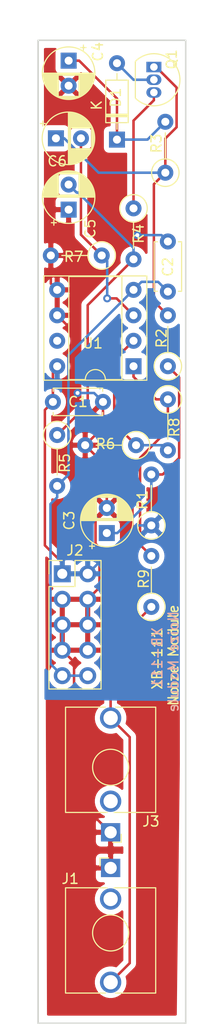
<source format=kicad_pcb>
(kicad_pcb (version 20171130) (host pcbnew "(5.1.0)-1")

  (general
    (thickness 1.6)
    (drawings 8)
    (tracks 138)
    (zones 0)
    (modules 21)
    (nets 17)
  )

  (page A4)
  (layers
    (0 F.Cu signal)
    (31 B.Cu signal)
    (32 B.Adhes user)
    (33 F.Adhes user)
    (34 B.Paste user)
    (35 F.Paste user)
    (36 B.SilkS user)
    (37 F.SilkS user)
    (38 B.Mask user)
    (39 F.Mask user)
    (40 Dwgs.User user)
    (41 Cmts.User user)
    (42 Eco1.User user)
    (43 Eco2.User user)
    (44 Edge.Cuts user)
    (45 Margin user)
    (46 B.CrtYd user)
    (47 F.CrtYd user)
    (48 B.Fab user)
    (49 F.Fab user hide)
  )

  (setup
    (last_trace_width 0.25)
    (trace_clearance 0.2)
    (zone_clearance 0.508)
    (zone_45_only no)
    (trace_min 0.2)
    (via_size 0.8)
    (via_drill 0.4)
    (via_min_size 0.4)
    (via_min_drill 0.3)
    (uvia_size 0.3)
    (uvia_drill 0.1)
    (uvias_allowed no)
    (uvia_min_size 0.2)
    (uvia_min_drill 0.1)
    (edge_width 0.15)
    (segment_width 0.2)
    (pcb_text_width 0.3)
    (pcb_text_size 1.5 1.5)
    (mod_edge_width 0.15)
    (mod_text_size 1 1)
    (mod_text_width 0.15)
    (pad_size 2.6 2.8)
    (pad_drill 0)
    (pad_to_mask_clearance 0.051)
    (solder_mask_min_width 0.25)
    (aux_axis_origin 0 0)
    (visible_elements 7FFFFFFF)
    (pcbplotparams
      (layerselection 0x010fc_ffffffff)
      (usegerberextensions false)
      (usegerberattributes false)
      (usegerberadvancedattributes false)
      (creategerberjobfile false)
      (excludeedgelayer true)
      (linewidth 0.100000)
      (plotframeref false)
      (viasonmask false)
      (mode 1)
      (useauxorigin false)
      (hpglpennumber 1)
      (hpglpenspeed 20)
      (hpglpendiameter 15.000000)
      (psnegative false)
      (psa4output false)
      (plotreference true)
      (plotvalue true)
      (plotinvisibletext false)
      (padsonsilk false)
      (subtractmaskfromsilk false)
      (outputformat 1)
      (mirror false)
      (drillshape 0)
      (scaleselection 1)
      (outputdirectory "noize_gerbers/"))
  )

  (net 0 "")
  (net 1 GND)
  (net 2 +12V)
  (net 3 -12V)
  (net 4 "Net-(C3-Pad1)")
  (net 5 "Net-(C4-Pad1)")
  (net 6 "Net-(C5-Pad2)")
  (net 7 "Net-(C6-Pad2)")
  (net 8 "Net-(C6-Pad1)")
  (net 9 "Net-(D1-Pad2)")
  (net 10 "Net-(Q1-Pad3)")
  (net 11 "Net-(R6-Pad1)")
  (net 12 "Net-(R8-Pad1)")
  (net 13 NoiseOut)
  (net 14 "Net-(U1-Pad7)")
  (net 15 "Net-(J1-PadTN)")
  (net 16 "Net-(J3-PadTN)")

  (net_class Default "This is the default net class."
    (clearance 0.2)
    (trace_width 0.25)
    (via_dia 0.8)
    (via_drill 0.4)
    (uvia_dia 0.3)
    (uvia_drill 0.1)
    (add_net +12V)
    (add_net -12V)
    (add_net GND)
    (add_net "Net-(C3-Pad1)")
    (add_net "Net-(C4-Pad1)")
    (add_net "Net-(C5-Pad2)")
    (add_net "Net-(C6-Pad1)")
    (add_net "Net-(C6-Pad2)")
    (add_net "Net-(D1-Pad2)")
    (add_net "Net-(J1-PadTN)")
    (add_net "Net-(J3-PadTN)")
    (add_net "Net-(Q1-Pad3)")
    (add_net "Net-(R6-Pad1)")
    (add_net "Net-(R8-Pad1)")
    (add_net "Net-(U1-Pad7)")
    (add_net NoiseOut)
  )

  (module Package_DIP:DIP-8_W7.62mm_Socket (layer F.Cu) (tedit 5A02E8C5) (tstamp 5CA72752)
    (at 156.21 131.064 180)
    (descr "8-lead though-hole mounted DIP package, row spacing 7.62 mm (300 mils), Socket")
    (tags "THT DIP DIL PDIP 2.54mm 7.62mm 300mil Socket")
    (path /5C3EAFA3)
    (fp_text reference U1 (at 4.064 2.286) (layer F.SilkS)
      (effects (font (size 1 1) (thickness 0.15)))
    )
    (fp_text value LM358 (at 3.81 9.95 180) (layer F.Fab)
      (effects (font (size 1 1) (thickness 0.15)))
    )
    (fp_text user %R (at 3.81 3.81 180) (layer F.Fab)
      (effects (font (size 1 1) (thickness 0.15)))
    )
    (fp_line (start 9.15 -1.6) (end -1.55 -1.6) (layer F.CrtYd) (width 0.05))
    (fp_line (start 9.15 9.2) (end 9.15 -1.6) (layer F.CrtYd) (width 0.05))
    (fp_line (start -1.55 9.2) (end 9.15 9.2) (layer F.CrtYd) (width 0.05))
    (fp_line (start -1.55 -1.6) (end -1.55 9.2) (layer F.CrtYd) (width 0.05))
    (fp_line (start 8.95 -1.39) (end -1.33 -1.39) (layer F.SilkS) (width 0.12))
    (fp_line (start 8.95 9.01) (end 8.95 -1.39) (layer F.SilkS) (width 0.12))
    (fp_line (start -1.33 9.01) (end 8.95 9.01) (layer F.SilkS) (width 0.12))
    (fp_line (start -1.33 -1.39) (end -1.33 9.01) (layer F.SilkS) (width 0.12))
    (fp_line (start 6.46 -1.33) (end 4.81 -1.33) (layer F.SilkS) (width 0.12))
    (fp_line (start 6.46 8.95) (end 6.46 -1.33) (layer F.SilkS) (width 0.12))
    (fp_line (start 1.16 8.95) (end 6.46 8.95) (layer F.SilkS) (width 0.12))
    (fp_line (start 1.16 -1.33) (end 1.16 8.95) (layer F.SilkS) (width 0.12))
    (fp_line (start 2.81 -1.33) (end 1.16 -1.33) (layer F.SilkS) (width 0.12))
    (fp_line (start 8.89 -1.33) (end -1.27 -1.33) (layer F.Fab) (width 0.1))
    (fp_line (start 8.89 8.95) (end 8.89 -1.33) (layer F.Fab) (width 0.1))
    (fp_line (start -1.27 8.95) (end 8.89 8.95) (layer F.Fab) (width 0.1))
    (fp_line (start -1.27 -1.33) (end -1.27 8.95) (layer F.Fab) (width 0.1))
    (fp_line (start 0.635 -0.27) (end 1.635 -1.27) (layer F.Fab) (width 0.1))
    (fp_line (start 0.635 8.89) (end 0.635 -0.27) (layer F.Fab) (width 0.1))
    (fp_line (start 6.985 8.89) (end 0.635 8.89) (layer F.Fab) (width 0.1))
    (fp_line (start 6.985 -1.27) (end 6.985 8.89) (layer F.Fab) (width 0.1))
    (fp_line (start 1.635 -1.27) (end 6.985 -1.27) (layer F.Fab) (width 0.1))
    (fp_arc (start 3.81 -1.33) (end 2.81 -1.33) (angle -180) (layer F.SilkS) (width 0.12))
    (pad 8 thru_hole oval (at 7.62 0 180) (size 1.6 1.6) (drill 0.8) (layers *.Cu *.Mask)
      (net 2 +12V))
    (pad 4 thru_hole oval (at 0 7.62 180) (size 1.6 1.6) (drill 0.8) (layers *.Cu *.Mask)
      (net 3 -12V))
    (pad 7 thru_hole oval (at 7.62 2.54 180) (size 1.6 1.6) (drill 0.8) (layers *.Cu *.Mask)
      (net 14 "Net-(U1-Pad7)"))
    (pad 3 thru_hole oval (at 0 5.08 180) (size 1.6 1.6) (drill 0.8) (layers *.Cu *.Mask)
      (net 7 "Net-(C6-Pad2)"))
    (pad 6 thru_hole oval (at 7.62 5.08 180) (size 1.6 1.6) (drill 0.8) (layers *.Cu *.Mask)
      (net 1 GND))
    (pad 2 thru_hole oval (at 0 2.54 180) (size 1.6 1.6) (drill 0.8) (layers *.Cu *.Mask)
      (net 11 "Net-(R6-Pad1)"))
    (pad 5 thru_hole oval (at 7.62 7.62 180) (size 1.6 1.6) (drill 0.8) (layers *.Cu *.Mask)
      (net 1 GND))
    (pad 1 thru_hole rect (at 0 0 180) (size 1.6 1.6) (drill 0.8) (layers *.Cu *.Mask)
      (net 12 "Net-(R8-Pad1)"))
    (model ${KISYS3DMOD}/Package_DIP.3dshapes/DIP-8_W7.62mm_Socket.wrl
      (at (xyz 0 0 0))
      (scale (xyz 1 1 1))
      (rotate (xyz 0 0 0))
    )
  )

  (module Resistor_THT:R_Axial_DIN0207_L6.3mm_D2.5mm_P5.08mm_Vertical (layer F.Cu) (tedit 5AE5139B) (tstamp 5CA7272E)
    (at 157.988 155.067 90)
    (descr "Resistor, Axial_DIN0207 series, Axial, Vertical, pin pitch=5.08mm, 0.25W = 1/4W, length*diameter=6.3*2.5mm^2, http://cdn-reichelt.de/documents/datenblatt/B400/1_4W%23YAG.pdf")
    (tags "Resistor Axial_DIN0207 series Axial Vertical pin pitch 5.08mm 0.25W = 1/4W length 6.3mm diameter 2.5mm")
    (path /5C3EB990)
    (fp_text reference R9 (at 2.794 -0.762 90) (layer F.SilkS)
      (effects (font (size 1 1) (thickness 0.15)))
    )
    (fp_text value 1K (at 2.54 2.37 90) (layer F.Fab)
      (effects (font (size 1 1) (thickness 0.15)))
    )
    (fp_text user %R (at 2.54 -2.37 90) (layer F.Fab)
      (effects (font (size 1 1) (thickness 0.15)))
    )
    (fp_line (start 6.13 -1.5) (end -1.5 -1.5) (layer F.CrtYd) (width 0.05))
    (fp_line (start 6.13 1.5) (end 6.13 -1.5) (layer F.CrtYd) (width 0.05))
    (fp_line (start -1.5 1.5) (end 6.13 1.5) (layer F.CrtYd) (width 0.05))
    (fp_line (start -1.5 -1.5) (end -1.5 1.5) (layer F.CrtYd) (width 0.05))
    (fp_line (start 1.37 0) (end 3.98 0) (layer F.SilkS) (width 0.12))
    (fp_line (start 0 0) (end 5.08 0) (layer F.Fab) (width 0.1))
    (fp_circle (center 0 0) (end 1.37 0) (layer F.SilkS) (width 0.12))
    (fp_circle (center 0 0) (end 1.25 0) (layer F.Fab) (width 0.1))
    (pad 2 thru_hole oval (at 5.08 0 90) (size 1.6 1.6) (drill 0.8) (layers *.Cu *.Mask)
      (net 12 "Net-(R8-Pad1)"))
    (pad 1 thru_hole circle (at 0 0 90) (size 1.6 1.6) (drill 0.8) (layers *.Cu *.Mask)
      (net 13 NoiseOut))
    (model ${KISYS3DMOD}/Resistor_THT.3dshapes/R_Axial_DIN0207_L6.3mm_D2.5mm_P5.08mm_Vertical.wrl
      (at (xyz 0 0 0))
      (scale (xyz 1 1 1))
      (rotate (xyz 0 0 0))
    )
  )

  (module Resistor_THT:R_Axial_DIN0207_L6.3mm_D2.5mm_P5.08mm_Vertical (layer F.Cu) (tedit 5AE5139B) (tstamp 5CA7271F)
    (at 159.639 134.366 270)
    (descr "Resistor, Axial_DIN0207 series, Axial, Vertical, pin pitch=5.08mm, 0.25W = 1/4W, length*diameter=6.3*2.5mm^2, http://cdn-reichelt.de/documents/datenblatt/B400/1_4W%23YAG.pdf")
    (tags "Resistor Axial_DIN0207 series Axial Vertical pin pitch 5.08mm 0.25W = 1/4W length 6.3mm diameter 2.5mm")
    (path /5C3EB8AF)
    (fp_text reference R8 (at 2.794 -0.635 270) (layer F.SilkS)
      (effects (font (size 1 1) (thickness 0.15)))
    )
    (fp_text value 200K (at 2.54 2.37 270) (layer F.Fab)
      (effects (font (size 1 1) (thickness 0.15)))
    )
    (fp_text user %R (at 2.54 -2.37 270) (layer F.Fab)
      (effects (font (size 1 1) (thickness 0.15)))
    )
    (fp_line (start 6.13 -1.5) (end -1.5 -1.5) (layer F.CrtYd) (width 0.05))
    (fp_line (start 6.13 1.5) (end 6.13 -1.5) (layer F.CrtYd) (width 0.05))
    (fp_line (start -1.5 1.5) (end 6.13 1.5) (layer F.CrtYd) (width 0.05))
    (fp_line (start -1.5 -1.5) (end -1.5 1.5) (layer F.CrtYd) (width 0.05))
    (fp_line (start 1.37 0) (end 3.98 0) (layer F.SilkS) (width 0.12))
    (fp_line (start 0 0) (end 5.08 0) (layer F.Fab) (width 0.1))
    (fp_circle (center 0 0) (end 1.37 0) (layer F.SilkS) (width 0.12))
    (fp_circle (center 0 0) (end 1.25 0) (layer F.Fab) (width 0.1))
    (pad 2 thru_hole oval (at 5.08 0 270) (size 1.6 1.6) (drill 0.8) (layers *.Cu *.Mask)
      (net 11 "Net-(R6-Pad1)"))
    (pad 1 thru_hole circle (at 0 0 270) (size 1.6 1.6) (drill 0.8) (layers *.Cu *.Mask)
      (net 12 "Net-(R8-Pad1)"))
    (model ${KISYS3DMOD}/Resistor_THT.3dshapes/R_Axial_DIN0207_L6.3mm_D2.5mm_P5.08mm_Vertical.wrl
      (at (xyz 0 0 0))
      (scale (xyz 1 1 1))
      (rotate (xyz 0 0 0))
    )
  )

  (module Resistor_THT:R_Axial_DIN0207_L6.3mm_D2.5mm_P5.08mm_Vertical (layer F.Cu) (tedit 5AE5139B) (tstamp 5CA72710)
    (at 153.035 120.015 180)
    (descr "Resistor, Axial_DIN0207 series, Axial, Vertical, pin pitch=5.08mm, 0.25W = 1/4W, length*diameter=6.3*2.5mm^2, http://cdn-reichelt.de/documents/datenblatt/B400/1_4W%23YAG.pdf")
    (tags "Resistor Axial_DIN0207 series Axial Vertical pin pitch 5.08mm 0.25W = 1/4W length 6.3mm diameter 2.5mm")
    (path /5C3EBE99)
    (fp_text reference R7 (at 2.794 -0.127 180) (layer F.SilkS)
      (effects (font (size 1 1) (thickness 0.15)))
    )
    (fp_text value 50K (at 2.54 2.37 180) (layer F.Fab)
      (effects (font (size 1 1) (thickness 0.15)))
    )
    (fp_text user %R (at 2.54 -2.37 180) (layer F.Fab)
      (effects (font (size 1 1) (thickness 0.15)))
    )
    (fp_line (start 6.13 -1.5) (end -1.5 -1.5) (layer F.CrtYd) (width 0.05))
    (fp_line (start 6.13 1.5) (end 6.13 -1.5) (layer F.CrtYd) (width 0.05))
    (fp_line (start -1.5 1.5) (end 6.13 1.5) (layer F.CrtYd) (width 0.05))
    (fp_line (start -1.5 -1.5) (end -1.5 1.5) (layer F.CrtYd) (width 0.05))
    (fp_line (start 1.37 0) (end 3.98 0) (layer F.SilkS) (width 0.12))
    (fp_line (start 0 0) (end 5.08 0) (layer F.Fab) (width 0.1))
    (fp_circle (center 0 0) (end 1.37 0) (layer F.SilkS) (width 0.12))
    (fp_circle (center 0 0) (end 1.25 0) (layer F.Fab) (width 0.1))
    (pad 2 thru_hole oval (at 5.08 0 180) (size 1.6 1.6) (drill 0.8) (layers *.Cu *.Mask)
      (net 1 GND))
    (pad 1 thru_hole circle (at 0 0 180) (size 1.6 1.6) (drill 0.8) (layers *.Cu *.Mask)
      (net 7 "Net-(C6-Pad2)"))
    (model ${KISYS3DMOD}/Resistor_THT.3dshapes/R_Axial_DIN0207_L6.3mm_D2.5mm_P5.08mm_Vertical.wrl
      (at (xyz 0 0 0))
      (scale (xyz 1 1 1))
      (rotate (xyz 0 0 0))
    )
  )

  (module Resistor_THT:R_Axial_DIN0207_L6.3mm_D2.5mm_P5.08mm_Vertical (layer F.Cu) (tedit 5AE5139B) (tstamp 5CA72701)
    (at 156.464 138.938 180)
    (descr "Resistor, Axial_DIN0207 series, Axial, Vertical, pin pitch=5.08mm, 0.25W = 1/4W, length*diameter=6.3*2.5mm^2, http://cdn-reichelt.de/documents/datenblatt/B400/1_4W%23YAG.pdf")
    (tags "Resistor Axial_DIN0207 series Axial Vertical pin pitch 5.08mm 0.25W = 1/4W length 6.3mm diameter 2.5mm")
    (path /5C3EB928)
    (fp_text reference R6 (at 3.048 0.127 180) (layer F.SilkS)
      (effects (font (size 1 1) (thickness 0.15)))
    )
    (fp_text value 10K (at 2.54 2.37 180) (layer F.Fab)
      (effects (font (size 1 1) (thickness 0.15)))
    )
    (fp_text user %R (at 2.54 -2.37 180) (layer F.Fab)
      (effects (font (size 1 1) (thickness 0.15)))
    )
    (fp_line (start 6.13 -1.5) (end -1.5 -1.5) (layer F.CrtYd) (width 0.05))
    (fp_line (start 6.13 1.5) (end 6.13 -1.5) (layer F.CrtYd) (width 0.05))
    (fp_line (start -1.5 1.5) (end 6.13 1.5) (layer F.CrtYd) (width 0.05))
    (fp_line (start -1.5 -1.5) (end -1.5 1.5) (layer F.CrtYd) (width 0.05))
    (fp_line (start 1.37 0) (end 3.98 0) (layer F.SilkS) (width 0.12))
    (fp_line (start 0 0) (end 5.08 0) (layer F.Fab) (width 0.1))
    (fp_circle (center 0 0) (end 1.37 0) (layer F.SilkS) (width 0.12))
    (fp_circle (center 0 0) (end 1.25 0) (layer F.Fab) (width 0.1))
    (pad 2 thru_hole oval (at 5.08 0 180) (size 1.6 1.6) (drill 0.8) (layers *.Cu *.Mask)
      (net 1 GND))
    (pad 1 thru_hole circle (at 0 0 180) (size 1.6 1.6) (drill 0.8) (layers *.Cu *.Mask)
      (net 11 "Net-(R6-Pad1)"))
    (model ${KISYS3DMOD}/Resistor_THT.3dshapes/R_Axial_DIN0207_L6.3mm_D2.5mm_P5.08mm_Vertical.wrl
      (at (xyz 0 0 0))
      (scale (xyz 1 1 1))
      (rotate (xyz 0 0 0))
    )
  )

  (module Resistor_THT:R_Axial_DIN0207_L6.3mm_D2.5mm_P5.08mm_Vertical (layer F.Cu) (tedit 5AE5139B) (tstamp 5CA726F2)
    (at 148.59 137.922 270)
    (descr "Resistor, Axial_DIN0207 series, Axial, Vertical, pin pitch=5.08mm, 0.25W = 1/4W, length*diameter=6.3*2.5mm^2, http://cdn-reichelt.de/documents/datenblatt/B400/1_4W%23YAG.pdf")
    (tags "Resistor Axial_DIN0207 series Axial Vertical pin pitch 5.08mm 0.25W = 1/4W length 6.3mm diameter 2.5mm")
    (path /5C3EC63D)
    (fp_text reference R5 (at 2.794 -0.762 270) (layer F.SilkS)
      (effects (font (size 1 1) (thickness 0.15)))
    )
    (fp_text value 10K (at 2.54 2.37 270) (layer F.Fab)
      (effects (font (size 1 1) (thickness 0.15)))
    )
    (fp_text user %R (at 2.54 -2.37 270) (layer F.Fab)
      (effects (font (size 1 1) (thickness 0.15)))
    )
    (fp_line (start 6.13 -1.5) (end -1.5 -1.5) (layer F.CrtYd) (width 0.05))
    (fp_line (start 6.13 1.5) (end 6.13 -1.5) (layer F.CrtYd) (width 0.05))
    (fp_line (start -1.5 1.5) (end 6.13 1.5) (layer F.CrtYd) (width 0.05))
    (fp_line (start -1.5 -1.5) (end -1.5 1.5) (layer F.CrtYd) (width 0.05))
    (fp_line (start 1.37 0) (end 3.98 0) (layer F.SilkS) (width 0.12))
    (fp_line (start 0 0) (end 5.08 0) (layer F.Fab) (width 0.1))
    (fp_circle (center 0 0) (end 1.37 0) (layer F.SilkS) (width 0.12))
    (fp_circle (center 0 0) (end 1.25 0) (layer F.Fab) (width 0.1))
    (pad 2 thru_hole oval (at 5.08 0 270) (size 1.6 1.6) (drill 0.8) (layers *.Cu *.Mask)
      (net 3 -12V))
    (pad 1 thru_hole circle (at 0 0 270) (size 1.6 1.6) (drill 0.8) (layers *.Cu *.Mask)
      (net 6 "Net-(C5-Pad2)"))
    (model ${KISYS3DMOD}/Resistor_THT.3dshapes/R_Axial_DIN0207_L6.3mm_D2.5mm_P5.08mm_Vertical.wrl
      (at (xyz 0 0 0))
      (scale (xyz 1 1 1))
      (rotate (xyz 0 0 0))
    )
  )

  (module Resistor_THT:R_Axial_DIN0207_L6.3mm_D2.5mm_P5.08mm_Vertical (layer F.Cu) (tedit 5AE5139B) (tstamp 5CA726E3)
    (at 156.21 115.316 270)
    (descr "Resistor, Axial_DIN0207 series, Axial, Vertical, pin pitch=5.08mm, 0.25W = 1/4W, length*diameter=6.3*2.5mm^2, http://cdn-reichelt.de/documents/datenblatt/B400/1_4W%23YAG.pdf")
    (tags "Resistor Axial_DIN0207 series Axial Vertical pin pitch 5.08mm 0.25W = 1/4W length 6.3mm diameter 2.5mm")
    (path /5C3EC541)
    (fp_text reference R4 (at 2.54 -0.508 270) (layer F.SilkS)
      (effects (font (size 1 1) (thickness 0.15)))
    )
    (fp_text value 10K (at 2.54 2.37 270) (layer F.Fab)
      (effects (font (size 1 1) (thickness 0.15)))
    )
    (fp_text user %R (at 2.54 -2.37 270) (layer F.Fab)
      (effects (font (size 1 1) (thickness 0.15)))
    )
    (fp_line (start 6.13 -1.5) (end -1.5 -1.5) (layer F.CrtYd) (width 0.05))
    (fp_line (start 6.13 1.5) (end 6.13 -1.5) (layer F.CrtYd) (width 0.05))
    (fp_line (start -1.5 1.5) (end 6.13 1.5) (layer F.CrtYd) (width 0.05))
    (fp_line (start -1.5 -1.5) (end -1.5 1.5) (layer F.CrtYd) (width 0.05))
    (fp_line (start 1.37 0) (end 3.98 0) (layer F.SilkS) (width 0.12))
    (fp_line (start 0 0) (end 5.08 0) (layer F.Fab) (width 0.1))
    (fp_circle (center 0 0) (end 1.37 0) (layer F.SilkS) (width 0.12))
    (fp_circle (center 0 0) (end 1.25 0) (layer F.Fab) (width 0.1))
    (pad 2 thru_hole oval (at 5.08 0 270) (size 1.6 1.6) (drill 0.8) (layers *.Cu *.Mask)
      (net 6 "Net-(C5-Pad2)"))
    (pad 1 thru_hole circle (at 0 0 270) (size 1.6 1.6) (drill 0.8) (layers *.Cu *.Mask)
      (net 10 "Net-(Q1-Pad3)"))
    (model ${KISYS3DMOD}/Resistor_THT.3dshapes/R_Axial_DIN0207_L6.3mm_D2.5mm_P5.08mm_Vertical.wrl
      (at (xyz 0 0 0))
      (scale (xyz 1 1 1))
      (rotate (xyz 0 0 0))
    )
  )

  (module Resistor_THT:R_Axial_DIN0207_L6.3mm_D2.5mm_P5.08mm_Vertical (layer F.Cu) (tedit 5AE5139B) (tstamp 5CA726D4)
    (at 159.385 111.76 90)
    (descr "Resistor, Axial_DIN0207 series, Axial, Vertical, pin pitch=5.08mm, 0.25W = 1/4W, length*diameter=6.3*2.5mm^2, http://cdn-reichelt.de/documents/datenblatt/B400/1_4W%23YAG.pdf")
    (tags "Resistor Axial_DIN0207 series Axial Vertical pin pitch 5.08mm 0.25W = 1/4W length 6.3mm diameter 2.5mm")
    (path /5C3EB559)
    (fp_text reference R3 (at 2.921 -0.889 90) (layer F.SilkS)
      (effects (font (size 1 1) (thickness 0.15)))
    )
    (fp_text value 1M (at 2.54 2.37 90) (layer F.Fab)
      (effects (font (size 1 1) (thickness 0.15)))
    )
    (fp_text user %R (at 2.54 -2.37 90) (layer F.Fab)
      (effects (font (size 1 1) (thickness 0.15)))
    )
    (fp_line (start 6.13 -1.5) (end -1.5 -1.5) (layer F.CrtYd) (width 0.05))
    (fp_line (start 6.13 1.5) (end 6.13 -1.5) (layer F.CrtYd) (width 0.05))
    (fp_line (start -1.5 1.5) (end 6.13 1.5) (layer F.CrtYd) (width 0.05))
    (fp_line (start -1.5 -1.5) (end -1.5 1.5) (layer F.CrtYd) (width 0.05))
    (fp_line (start 1.37 0) (end 3.98 0) (layer F.SilkS) (width 0.12))
    (fp_line (start 0 0) (end 5.08 0) (layer F.Fab) (width 0.1))
    (fp_circle (center 0 0) (end 1.37 0) (layer F.SilkS) (width 0.12))
    (fp_circle (center 0 0) (end 1.25 0) (layer F.Fab) (width 0.1))
    (pad 2 thru_hole oval (at 5.08 0 90) (size 1.6 1.6) (drill 0.8) (layers *.Cu *.Mask)
      (net 5 "Net-(C4-Pad1)"))
    (pad 1 thru_hole circle (at 0 0 90) (size 1.6 1.6) (drill 0.8) (layers *.Cu *.Mask)
      (net 8 "Net-(C6-Pad1)"))
    (model ${KISYS3DMOD}/Resistor_THT.3dshapes/R_Axial_DIN0207_L6.3mm_D2.5mm_P5.08mm_Vertical.wrl
      (at (xyz 0 0 0))
      (scale (xyz 1 1 1))
      (rotate (xyz 0 0 0))
    )
  )

  (module Resistor_THT:R_Axial_DIN0207_L6.3mm_D2.5mm_P5.08mm_Vertical (layer F.Cu) (tedit 5AE5139B) (tstamp 5CA726C5)
    (at 159.639 131.064 90)
    (descr "Resistor, Axial_DIN0207 series, Axial, Vertical, pin pitch=5.08mm, 0.25W = 1/4W, length*diameter=6.3*2.5mm^2, http://cdn-reichelt.de/documents/datenblatt/B400/1_4W%23YAG.pdf")
    (tags "Resistor Axial_DIN0207 series Axial Vertical pin pitch 5.08mm 0.25W = 1/4W length 6.3mm diameter 2.5mm")
    (path /5C3EB529)
    (fp_text reference R2 (at 2.794 -0.635 90) (layer F.SilkS)
      (effects (font (size 1 1) (thickness 0.15)))
    )
    (fp_text value 50K (at 2.54 2.37 90) (layer F.Fab)
      (effects (font (size 1 1) (thickness 0.15)))
    )
    (fp_text user %R (at 2.54 -2.37 90) (layer F.Fab)
      (effects (font (size 1 1) (thickness 0.15)))
    )
    (fp_line (start 6.13 -1.5) (end -1.5 -1.5) (layer F.CrtYd) (width 0.05))
    (fp_line (start 6.13 1.5) (end 6.13 -1.5) (layer F.CrtYd) (width 0.05))
    (fp_line (start -1.5 1.5) (end 6.13 1.5) (layer F.CrtYd) (width 0.05))
    (fp_line (start -1.5 -1.5) (end -1.5 1.5) (layer F.CrtYd) (width 0.05))
    (fp_line (start 1.37 0) (end 3.98 0) (layer F.SilkS) (width 0.12))
    (fp_line (start 0 0) (end 5.08 0) (layer F.Fab) (width 0.1))
    (fp_circle (center 0 0) (end 1.37 0) (layer F.SilkS) (width 0.12))
    (fp_circle (center 0 0) (end 1.25 0) (layer F.Fab) (width 0.1))
    (pad 2 thru_hole oval (at 5.08 0 90) (size 1.6 1.6) (drill 0.8) (layers *.Cu *.Mask)
      (net 8 "Net-(C6-Pad1)"))
    (pad 1 thru_hole circle (at 0 0 90) (size 1.6 1.6) (drill 0.8) (layers *.Cu *.Mask)
      (net 4 "Net-(C3-Pad1)"))
    (model ${KISYS3DMOD}/Resistor_THT.3dshapes/R_Axial_DIN0207_L6.3mm_D2.5mm_P5.08mm_Vertical.wrl
      (at (xyz 0 0 0))
      (scale (xyz 1 1 1))
      (rotate (xyz 0 0 0))
    )
  )

  (module Resistor_THT:R_Axial_DIN0207_L6.3mm_D2.5mm_P5.08mm_Vertical (layer F.Cu) (tedit 5AE5139B) (tstamp 5CA726B6)
    (at 157.988 146.939 90)
    (descr "Resistor, Axial_DIN0207 series, Axial, Vertical, pin pitch=5.08mm, 0.25W = 1/4W, length*diameter=6.3*2.5mm^2, http://cdn-reichelt.de/documents/datenblatt/B400/1_4W%23YAG.pdf")
    (tags "Resistor Axial_DIN0207 series Axial Vertical pin pitch 5.08mm 0.25W = 1/4W length 6.3mm diameter 2.5mm")
    (path /5C3EB236)
    (fp_text reference R1 (at 2.54 -0.889 90) (layer F.SilkS)
      (effects (font (size 1 1) (thickness 0.15)))
    )
    (fp_text value 10K (at 2.54 2.37 90) (layer F.Fab)
      (effects (font (size 1 1) (thickness 0.15)))
    )
    (fp_text user %R (at 2.54 -2.37 90) (layer F.Fab)
      (effects (font (size 1 1) (thickness 0.15)))
    )
    (fp_line (start 6.13 -1.5) (end -1.5 -1.5) (layer F.CrtYd) (width 0.05))
    (fp_line (start 6.13 1.5) (end 6.13 -1.5) (layer F.CrtYd) (width 0.05))
    (fp_line (start -1.5 1.5) (end 6.13 1.5) (layer F.CrtYd) (width 0.05))
    (fp_line (start -1.5 -1.5) (end -1.5 1.5) (layer F.CrtYd) (width 0.05))
    (fp_line (start 1.37 0) (end 3.98 0) (layer F.SilkS) (width 0.12))
    (fp_line (start 0 0) (end 5.08 0) (layer F.Fab) (width 0.1))
    (fp_circle (center 0 0) (end 1.37 0) (layer F.SilkS) (width 0.12))
    (fp_circle (center 0 0) (end 1.25 0) (layer F.Fab) (width 0.1))
    (pad 2 thru_hole oval (at 5.08 0 90) (size 1.6 1.6) (drill 0.8) (layers *.Cu *.Mask)
      (net 4 "Net-(C3-Pad1)"))
    (pad 1 thru_hole circle (at 0 0 90) (size 1.6 1.6) (drill 0.8) (layers *.Cu *.Mask)
      (net 2 +12V))
    (model ${KISYS3DMOD}/Resistor_THT.3dshapes/R_Axial_DIN0207_L6.3mm_D2.5mm_P5.08mm_Vertical.wrl
      (at (xyz 0 0 0))
      (scale (xyz 1 1 1))
      (rotate (xyz 0 0 0))
    )
  )

  (module Package_TO_SOT_THT:TO-92_Inline (layer F.Cu) (tedit 5A1DD157) (tstamp 5CA726A7)
    (at 158.242 101.219 270)
    (descr "TO-92 leads in-line, narrow, oval pads, drill 0.75mm (see NXP sot054_po.pdf)")
    (tags "to-92 sc-43 sc-43a sot54 PA33 transistor")
    (path /5C3EB611)
    (fp_text reference Q1 (at -0.762 -1.778 270) (layer F.SilkS)
      (effects (font (size 1 1) (thickness 0.15)))
    )
    (fp_text value BC549 (at 1.27 2.79 270) (layer F.Fab)
      (effects (font (size 1 1) (thickness 0.15)))
    )
    (fp_arc (start 1.27 0) (end 1.27 -2.6) (angle 135) (layer F.SilkS) (width 0.12))
    (fp_arc (start 1.27 0) (end 1.27 -2.48) (angle -135) (layer F.Fab) (width 0.1))
    (fp_arc (start 1.27 0) (end 1.27 -2.6) (angle -135) (layer F.SilkS) (width 0.12))
    (fp_arc (start 1.27 0) (end 1.27 -2.48) (angle 135) (layer F.Fab) (width 0.1))
    (fp_line (start 4 2.01) (end -1.46 2.01) (layer F.CrtYd) (width 0.05))
    (fp_line (start 4 2.01) (end 4 -2.73) (layer F.CrtYd) (width 0.05))
    (fp_line (start -1.46 -2.73) (end -1.46 2.01) (layer F.CrtYd) (width 0.05))
    (fp_line (start -1.46 -2.73) (end 4 -2.73) (layer F.CrtYd) (width 0.05))
    (fp_line (start -0.5 1.75) (end 3 1.75) (layer F.Fab) (width 0.1))
    (fp_line (start -0.53 1.85) (end 3.07 1.85) (layer F.SilkS) (width 0.12))
    (fp_text user %R (at 1.27 -3.56 270) (layer F.Fab)
      (effects (font (size 1 1) (thickness 0.15)))
    )
    (pad 1 thru_hole rect (at 0 0 270) (size 1.05 1.5) (drill 0.75) (layers *.Cu *.Mask)
      (net 8 "Net-(C6-Pad1)"))
    (pad 3 thru_hole oval (at 2.54 0 270) (size 1.05 1.5) (drill 0.75) (layers *.Cu *.Mask)
      (net 10 "Net-(Q1-Pad3)"))
    (pad 2 thru_hole oval (at 1.27 0 270) (size 1.05 1.5) (drill 0.75) (layers *.Cu *.Mask)
      (net 9 "Net-(D1-Pad2)"))
    (model ${KISYS3DMOD}/Package_TO_SOT_THT.3dshapes/TO-92_Inline.wrl
      (at (xyz 0 0 0))
      (scale (xyz 1 1 1))
      (rotate (xyz 0 0 0))
    )
  )

  (module Connector_Audio:Jack_3.5mm_QingPu_WQP-PJ398SM_Vertical_CircularHoles (layer F.Cu) (tedit 5C2B6BB2) (tstamp 5CA72695)
    (at 153.924 177.546 180)
    (descr "TRS 3.5mm, vertical, Thonkiconn, PCB mount, (http://www.qingpu-electronics.com/en/products/WQP-PJ398SM-362.html)")
    (tags "WQP-PJ398SM WQP-PJ301M-12 TRS 3.5mm mono vertical jack thonkiconn qingpu")
    (path /5CA761E4)
    (fp_text reference J3 (at -4.03 1.08) (layer F.SilkS)
      (effects (font (size 1 1) (thickness 0.15)))
    )
    (fp_text value Out2 (at 0 5) (layer F.Fab)
      (effects (font (size 1 1) (thickness 0.15)))
    )
    (fp_line (start 0 0) (end 0 2.03) (layer F.Fab) (width 0.1))
    (fp_circle (center 0 6.48) (end 1.8 6.48) (layer F.Fab) (width 0.1))
    (fp_line (start 4.5 2.03) (end -4.5 2.03) (layer F.Fab) (width 0.1))
    (fp_line (start 5 -1.42) (end -5 -1.42) (layer F.CrtYd) (width 0.05))
    (fp_line (start 5 12.98) (end -5 12.98) (layer F.CrtYd) (width 0.05))
    (fp_line (start 5 12.98) (end 5 -1.42) (layer F.CrtYd) (width 0.05))
    (fp_line (start 4.5 12.48) (end -4.5 12.48) (layer F.Fab) (width 0.1))
    (fp_line (start 4.5 12.48) (end 4.5 2.08) (layer F.Fab) (width 0.1))
    (fp_line (start -1.06 -1) (end -0.2 -1) (layer F.SilkS) (width 0.12))
    (fp_line (start -1.06 -1) (end -1.06 -0.2) (layer F.SilkS) (width 0.12))
    (fp_circle (center 0 6.48) (end 1.8 6.48) (layer F.SilkS) (width 0.12))
    (fp_line (start -0.35 1.98) (end -4.5 1.98) (layer F.SilkS) (width 0.12))
    (fp_line (start 4.5 1.98) (end 0.35 1.98) (layer F.SilkS) (width 0.12))
    (fp_line (start -0.5 12.48) (end -4.5 12.48) (layer F.SilkS) (width 0.12))
    (fp_line (start 4.5 12.48) (end 0.5 12.48) (layer F.SilkS) (width 0.12))
    (fp_line (start -1.41 6.02) (end -0.46 5.07) (layer Dwgs.User) (width 0.12))
    (fp_line (start -1.42 6.875) (end 0.4 5.06) (layer Dwgs.User) (width 0.12))
    (fp_line (start -1.07 7.49) (end 1.01 5.41) (layer Dwgs.User) (width 0.12))
    (fp_line (start -0.58 7.83) (end 1.36 5.89) (layer Dwgs.User) (width 0.12))
    (fp_line (start 0.09 7.96) (end 1.48 6.57) (layer Dwgs.User) (width 0.12))
    (fp_circle (center 0 6.48) (end 1.5 6.48) (layer Dwgs.User) (width 0.12))
    (fp_line (start 4.5 1.98) (end 4.5 12.48) (layer F.SilkS) (width 0.12))
    (fp_line (start -4.5 1.98) (end -4.5 12.48) (layer F.SilkS) (width 0.12))
    (fp_text user %R (at 0 8) (layer F.Fab)
      (effects (font (size 1 1) (thickness 0.15)))
    )
    (fp_line (start -4.5 12.48) (end -4.5 2.08) (layer F.Fab) (width 0.1))
    (fp_line (start -5 12.98) (end -5 -1.42) (layer F.CrtYd) (width 0.05))
    (fp_text user KEEPOUT (at 0 6.48 180) (layer Cmts.User)
      (effects (font (size 0.4 0.4) (thickness 0.051)))
    )
    (pad T thru_hole circle (at 0 11.4) (size 2.13 2.13) (drill 1.43) (layers *.Cu *.Mask)
      (net 13 NoiseOut))
    (pad S thru_hole rect (at 0 0) (size 1.93 1.83) (drill 1.22) (layers *.Cu *.Mask)
      (net 1 GND))
    (pad TN thru_hole circle (at 0 3.1) (size 2.13 2.13) (drill 1.42) (layers *.Cu *.Mask)
      (net 16 "Net-(J3-PadTN)"))
    (model ${KISYS3DMOD}/Connector_Audio.3dshapes/Jack_3.5mm_QingPu_WQP-PJ398SM_Vertical.wrl
      (at (xyz 0 0 0))
      (scale (xyz 1 1 1))
      (rotate (xyz 0 0 0))
    )
  )

  (module Connector_PinHeader_2.54mm:PinHeader_2x05_P2.54mm_Vertical (layer F.Cu) (tedit 59FED5CC) (tstamp 5CA72673)
    (at 149.098 151.765)
    (descr "Through hole straight pin header, 2x05, 2.54mm pitch, double rows")
    (tags "Through hole pin header THT 2x05 2.54mm double row")
    (path /5CA6DD0D)
    (fp_text reference J2 (at 1.27 -2.33) (layer F.SilkS)
      (effects (font (size 1 1) (thickness 0.15)))
    )
    (fp_text value Power (at 1.27 12.49) (layer F.Fab)
      (effects (font (size 1 1) (thickness 0.15)))
    )
    (fp_text user %R (at 1.27 5.08 90) (layer F.Fab)
      (effects (font (size 1 1) (thickness 0.15)))
    )
    (fp_line (start 4.35 -1.8) (end -1.8 -1.8) (layer F.CrtYd) (width 0.05))
    (fp_line (start 4.35 11.95) (end 4.35 -1.8) (layer F.CrtYd) (width 0.05))
    (fp_line (start -1.8 11.95) (end 4.35 11.95) (layer F.CrtYd) (width 0.05))
    (fp_line (start -1.8 -1.8) (end -1.8 11.95) (layer F.CrtYd) (width 0.05))
    (fp_line (start -1.33 -1.33) (end 0 -1.33) (layer F.SilkS) (width 0.12))
    (fp_line (start -1.33 0) (end -1.33 -1.33) (layer F.SilkS) (width 0.12))
    (fp_line (start 1.27 -1.33) (end 3.87 -1.33) (layer F.SilkS) (width 0.12))
    (fp_line (start 1.27 1.27) (end 1.27 -1.33) (layer F.SilkS) (width 0.12))
    (fp_line (start -1.33 1.27) (end 1.27 1.27) (layer F.SilkS) (width 0.12))
    (fp_line (start 3.87 -1.33) (end 3.87 11.49) (layer F.SilkS) (width 0.12))
    (fp_line (start -1.33 1.27) (end -1.33 11.49) (layer F.SilkS) (width 0.12))
    (fp_line (start -1.33 11.49) (end 3.87 11.49) (layer F.SilkS) (width 0.12))
    (fp_line (start -1.27 0) (end 0 -1.27) (layer F.Fab) (width 0.1))
    (fp_line (start -1.27 11.43) (end -1.27 0) (layer F.Fab) (width 0.1))
    (fp_line (start 3.81 11.43) (end -1.27 11.43) (layer F.Fab) (width 0.1))
    (fp_line (start 3.81 -1.27) (end 3.81 11.43) (layer F.Fab) (width 0.1))
    (fp_line (start 0 -1.27) (end 3.81 -1.27) (layer F.Fab) (width 0.1))
    (pad 10 thru_hole oval (at 2.54 10.16) (size 1.7 1.7) (drill 1) (layers *.Cu *.Mask)
      (net 3 -12V))
    (pad 9 thru_hole oval (at 0 10.16) (size 1.7 1.7) (drill 1) (layers *.Cu *.Mask)
      (net 3 -12V))
    (pad 8 thru_hole oval (at 2.54 7.62) (size 1.7 1.7) (drill 1) (layers *.Cu *.Mask)
      (net 1 GND))
    (pad 7 thru_hole oval (at 0 7.62) (size 1.7 1.7) (drill 1) (layers *.Cu *.Mask)
      (net 1 GND))
    (pad 6 thru_hole oval (at 2.54 5.08) (size 1.7 1.7) (drill 1) (layers *.Cu *.Mask)
      (net 1 GND))
    (pad 5 thru_hole oval (at 0 5.08) (size 1.7 1.7) (drill 1) (layers *.Cu *.Mask)
      (net 1 GND))
    (pad 4 thru_hole oval (at 2.54 2.54) (size 1.7 1.7) (drill 1) (layers *.Cu *.Mask)
      (net 1 GND))
    (pad 3 thru_hole oval (at 0 2.54) (size 1.7 1.7) (drill 1) (layers *.Cu *.Mask)
      (net 1 GND))
    (pad 2 thru_hole oval (at 2.54 0) (size 1.7 1.7) (drill 1) (layers *.Cu *.Mask)
      (net 2 +12V))
    (pad 1 thru_hole rect (at 0 0) (size 1.7 1.7) (drill 1) (layers *.Cu *.Mask)
      (net 2 +12V))
    (model ${KISYS3DMOD}/Connector_PinHeader_2.54mm.3dshapes/PinHeader_2x05_P2.54mm_Vertical.wrl
      (at (xyz 0 0 0))
      (scale (xyz 1 1 1))
      (rotate (xyz 0 0 0))
    )
  )

  (module Connector_Audio:Jack_3.5mm_QingPu_WQP-PJ398SM_Vertical_CircularHoles (layer F.Cu) (tedit 5C2B6BB2) (tstamp 5CA72653)
    (at 153.924 181.102)
    (descr "TRS 3.5mm, vertical, Thonkiconn, PCB mount, (http://www.qingpu-electronics.com/en/products/WQP-PJ398SM-362.html)")
    (tags "WQP-PJ398SM WQP-PJ301M-12 TRS 3.5mm mono vertical jack thonkiconn qingpu")
    (path /5C595A4A)
    (fp_text reference J1 (at -4.03 1.08 180) (layer F.SilkS)
      (effects (font (size 1 1) (thickness 0.15)))
    )
    (fp_text value Out1 (at 0 5 180) (layer F.Fab)
      (effects (font (size 1 1) (thickness 0.15)))
    )
    (fp_line (start 0 0) (end 0 2.03) (layer F.Fab) (width 0.1))
    (fp_circle (center 0 6.48) (end 1.8 6.48) (layer F.Fab) (width 0.1))
    (fp_line (start 4.5 2.03) (end -4.5 2.03) (layer F.Fab) (width 0.1))
    (fp_line (start 5 -1.42) (end -5 -1.42) (layer F.CrtYd) (width 0.05))
    (fp_line (start 5 12.98) (end -5 12.98) (layer F.CrtYd) (width 0.05))
    (fp_line (start 5 12.98) (end 5 -1.42) (layer F.CrtYd) (width 0.05))
    (fp_line (start 4.5 12.48) (end -4.5 12.48) (layer F.Fab) (width 0.1))
    (fp_line (start 4.5 12.48) (end 4.5 2.08) (layer F.Fab) (width 0.1))
    (fp_line (start -1.06 -1) (end -0.2 -1) (layer F.SilkS) (width 0.12))
    (fp_line (start -1.06 -1) (end -1.06 -0.2) (layer F.SilkS) (width 0.12))
    (fp_circle (center 0 6.48) (end 1.8 6.48) (layer F.SilkS) (width 0.12))
    (fp_line (start -0.35 1.98) (end -4.5 1.98) (layer F.SilkS) (width 0.12))
    (fp_line (start 4.5 1.98) (end 0.35 1.98) (layer F.SilkS) (width 0.12))
    (fp_line (start -0.5 12.48) (end -4.5 12.48) (layer F.SilkS) (width 0.12))
    (fp_line (start 4.5 12.48) (end 0.5 12.48) (layer F.SilkS) (width 0.12))
    (fp_line (start -1.41 6.02) (end -0.46 5.07) (layer Dwgs.User) (width 0.12))
    (fp_line (start -1.42 6.875) (end 0.4 5.06) (layer Dwgs.User) (width 0.12))
    (fp_line (start -1.07 7.49) (end 1.01 5.41) (layer Dwgs.User) (width 0.12))
    (fp_line (start -0.58 7.83) (end 1.36 5.89) (layer Dwgs.User) (width 0.12))
    (fp_line (start 0.09 7.96) (end 1.48 6.57) (layer Dwgs.User) (width 0.12))
    (fp_circle (center 0 6.48) (end 1.5 6.48) (layer Dwgs.User) (width 0.12))
    (fp_line (start 4.5 1.98) (end 4.5 12.48) (layer F.SilkS) (width 0.12))
    (fp_line (start -4.5 1.98) (end -4.5 12.48) (layer F.SilkS) (width 0.12))
    (fp_text user %R (at 0 8 180) (layer F.Fab)
      (effects (font (size 1 1) (thickness 0.15)))
    )
    (fp_line (start -4.5 12.48) (end -4.5 2.08) (layer F.Fab) (width 0.1))
    (fp_line (start -5 12.98) (end -5 -1.42) (layer F.CrtYd) (width 0.05))
    (fp_text user KEEPOUT (at 0 6.48) (layer Cmts.User)
      (effects (font (size 0.4 0.4) (thickness 0.051)))
    )
    (pad T thru_hole circle (at 0 11.4 180) (size 2.13 2.13) (drill 1.43) (layers *.Cu *.Mask)
      (net 13 NoiseOut))
    (pad S thru_hole rect (at 0 0 180) (size 1.93 1.83) (drill 1.22) (layers *.Cu *.Mask)
      (net 1 GND))
    (pad TN thru_hole circle (at 0 3.1 180) (size 2.13 2.13) (drill 1.42) (layers *.Cu *.Mask)
      (net 15 "Net-(J1-PadTN)"))
    (model ${KISYS3DMOD}/Connector_Audio.3dshapes/Jack_3.5mm_QingPu_WQP-PJ398SM_Vertical.wrl
      (at (xyz 0 0 0))
      (scale (xyz 1 1 1))
      (rotate (xyz 0 0 0))
    )
  )

  (module Diode_THT:D_DO-35_SOD27_P7.62mm_Horizontal (layer F.Cu) (tedit 5AE50CD5) (tstamp 5CA72631)
    (at 154.559 108.458 90)
    (descr "Diode, DO-35_SOD27 series, Axial, Horizontal, pin pitch=7.62mm, , length*diameter=4*2mm^2, , http://www.diodes.com/_files/packages/DO-35.pdf")
    (tags "Diode DO-35_SOD27 series Axial Horizontal pin pitch 7.62mm  length 4mm diameter 2mm")
    (path /5C3EB2A9)
    (fp_text reference D1 (at 4.191 -0.127 90) (layer F.SilkS)
      (effects (font (size 1 1) (thickness 0.15)))
    )
    (fp_text value 1N4742 (at 3.81 2.12 90) (layer F.Fab)
      (effects (font (size 1 1) (thickness 0.15)))
    )
    (fp_text user K (at 3.429 -2.032 90) (layer F.SilkS)
      (effects (font (size 1 1) (thickness 0.15)))
    )
    (fp_text user K (at 0 -1.8 90) (layer F.Fab)
      (effects (font (size 1 1) (thickness 0.15)))
    )
    (fp_text user %R (at 4.11 0 90) (layer F.Fab)
      (effects (font (size 0.8 0.8) (thickness 0.12)))
    )
    (fp_line (start 8.67 -1.25) (end -1.05 -1.25) (layer F.CrtYd) (width 0.05))
    (fp_line (start 8.67 1.25) (end 8.67 -1.25) (layer F.CrtYd) (width 0.05))
    (fp_line (start -1.05 1.25) (end 8.67 1.25) (layer F.CrtYd) (width 0.05))
    (fp_line (start -1.05 -1.25) (end -1.05 1.25) (layer F.CrtYd) (width 0.05))
    (fp_line (start 2.29 -1.12) (end 2.29 1.12) (layer F.SilkS) (width 0.12))
    (fp_line (start 2.53 -1.12) (end 2.53 1.12) (layer F.SilkS) (width 0.12))
    (fp_line (start 2.41 -1.12) (end 2.41 1.12) (layer F.SilkS) (width 0.12))
    (fp_line (start 6.58 0) (end 5.93 0) (layer F.SilkS) (width 0.12))
    (fp_line (start 1.04 0) (end 1.69 0) (layer F.SilkS) (width 0.12))
    (fp_line (start 5.93 -1.12) (end 1.69 -1.12) (layer F.SilkS) (width 0.12))
    (fp_line (start 5.93 1.12) (end 5.93 -1.12) (layer F.SilkS) (width 0.12))
    (fp_line (start 1.69 1.12) (end 5.93 1.12) (layer F.SilkS) (width 0.12))
    (fp_line (start 1.69 -1.12) (end 1.69 1.12) (layer F.SilkS) (width 0.12))
    (fp_line (start 2.31 -1) (end 2.31 1) (layer F.Fab) (width 0.1))
    (fp_line (start 2.51 -1) (end 2.51 1) (layer F.Fab) (width 0.1))
    (fp_line (start 2.41 -1) (end 2.41 1) (layer F.Fab) (width 0.1))
    (fp_line (start 7.62 0) (end 5.81 0) (layer F.Fab) (width 0.1))
    (fp_line (start 0 0) (end 1.81 0) (layer F.Fab) (width 0.1))
    (fp_line (start 5.81 -1) (end 1.81 -1) (layer F.Fab) (width 0.1))
    (fp_line (start 5.81 1) (end 5.81 -1) (layer F.Fab) (width 0.1))
    (fp_line (start 1.81 1) (end 5.81 1) (layer F.Fab) (width 0.1))
    (fp_line (start 1.81 -1) (end 1.81 1) (layer F.Fab) (width 0.1))
    (pad 2 thru_hole oval (at 7.62 0 90) (size 1.6 1.6) (drill 0.8) (layers *.Cu *.Mask)
      (net 9 "Net-(D1-Pad2)"))
    (pad 1 thru_hole rect (at 0 0 90) (size 1.6 1.6) (drill 0.8) (layers *.Cu *.Mask)
      (net 5 "Net-(C4-Pad1)"))
    (model ${KISYS3DMOD}/Diode_THT.3dshapes/D_DO-35_SOD27_P7.62mm_Horizontal.wrl
      (at (xyz 0 0 0))
      (scale (xyz 1 1 1))
      (rotate (xyz 0 0 0))
    )
  )

  (module Capacitor_THT:CP_Radial_D5.0mm_P2.50mm (layer F.Cu) (tedit 5AE50EF0) (tstamp 5CA72612)
    (at 148.463 108.331)
    (descr "CP, Radial series, Radial, pin pitch=2.50mm, , diameter=5mm, Electrolytic Capacitor")
    (tags "CP Radial series Radial pin pitch 2.50mm  diameter 5mm Electrolytic Capacitor")
    (path /5C3EB1FD)
    (fp_text reference C6 (at 0.127 2.286) (layer F.SilkS)
      (effects (font (size 1 1) (thickness 0.15)))
    )
    (fp_text value 220nF (at 1.25 3.75) (layer F.Fab)
      (effects (font (size 1 1) (thickness 0.15)))
    )
    (fp_text user %R (at 1.25 0) (layer F.Fab)
      (effects (font (size 1 1) (thickness 0.15)))
    )
    (fp_line (start -1.304775 -1.725) (end -1.304775 -1.225) (layer F.SilkS) (width 0.12))
    (fp_line (start -1.554775 -1.475) (end -1.054775 -1.475) (layer F.SilkS) (width 0.12))
    (fp_line (start 3.851 -0.284) (end 3.851 0.284) (layer F.SilkS) (width 0.12))
    (fp_line (start 3.811 -0.518) (end 3.811 0.518) (layer F.SilkS) (width 0.12))
    (fp_line (start 3.771 -0.677) (end 3.771 0.677) (layer F.SilkS) (width 0.12))
    (fp_line (start 3.731 -0.805) (end 3.731 0.805) (layer F.SilkS) (width 0.12))
    (fp_line (start 3.691 -0.915) (end 3.691 0.915) (layer F.SilkS) (width 0.12))
    (fp_line (start 3.651 -1.011) (end 3.651 1.011) (layer F.SilkS) (width 0.12))
    (fp_line (start 3.611 -1.098) (end 3.611 1.098) (layer F.SilkS) (width 0.12))
    (fp_line (start 3.571 -1.178) (end 3.571 1.178) (layer F.SilkS) (width 0.12))
    (fp_line (start 3.531 1.04) (end 3.531 1.251) (layer F.SilkS) (width 0.12))
    (fp_line (start 3.531 -1.251) (end 3.531 -1.04) (layer F.SilkS) (width 0.12))
    (fp_line (start 3.491 1.04) (end 3.491 1.319) (layer F.SilkS) (width 0.12))
    (fp_line (start 3.491 -1.319) (end 3.491 -1.04) (layer F.SilkS) (width 0.12))
    (fp_line (start 3.451 1.04) (end 3.451 1.383) (layer F.SilkS) (width 0.12))
    (fp_line (start 3.451 -1.383) (end 3.451 -1.04) (layer F.SilkS) (width 0.12))
    (fp_line (start 3.411 1.04) (end 3.411 1.443) (layer F.SilkS) (width 0.12))
    (fp_line (start 3.411 -1.443) (end 3.411 -1.04) (layer F.SilkS) (width 0.12))
    (fp_line (start 3.371 1.04) (end 3.371 1.5) (layer F.SilkS) (width 0.12))
    (fp_line (start 3.371 -1.5) (end 3.371 -1.04) (layer F.SilkS) (width 0.12))
    (fp_line (start 3.331 1.04) (end 3.331 1.554) (layer F.SilkS) (width 0.12))
    (fp_line (start 3.331 -1.554) (end 3.331 -1.04) (layer F.SilkS) (width 0.12))
    (fp_line (start 3.291 1.04) (end 3.291 1.605) (layer F.SilkS) (width 0.12))
    (fp_line (start 3.291 -1.605) (end 3.291 -1.04) (layer F.SilkS) (width 0.12))
    (fp_line (start 3.251 1.04) (end 3.251 1.653) (layer F.SilkS) (width 0.12))
    (fp_line (start 3.251 -1.653) (end 3.251 -1.04) (layer F.SilkS) (width 0.12))
    (fp_line (start 3.211 1.04) (end 3.211 1.699) (layer F.SilkS) (width 0.12))
    (fp_line (start 3.211 -1.699) (end 3.211 -1.04) (layer F.SilkS) (width 0.12))
    (fp_line (start 3.171 1.04) (end 3.171 1.743) (layer F.SilkS) (width 0.12))
    (fp_line (start 3.171 -1.743) (end 3.171 -1.04) (layer F.SilkS) (width 0.12))
    (fp_line (start 3.131 1.04) (end 3.131 1.785) (layer F.SilkS) (width 0.12))
    (fp_line (start 3.131 -1.785) (end 3.131 -1.04) (layer F.SilkS) (width 0.12))
    (fp_line (start 3.091 1.04) (end 3.091 1.826) (layer F.SilkS) (width 0.12))
    (fp_line (start 3.091 -1.826) (end 3.091 -1.04) (layer F.SilkS) (width 0.12))
    (fp_line (start 3.051 1.04) (end 3.051 1.864) (layer F.SilkS) (width 0.12))
    (fp_line (start 3.051 -1.864) (end 3.051 -1.04) (layer F.SilkS) (width 0.12))
    (fp_line (start 3.011 1.04) (end 3.011 1.901) (layer F.SilkS) (width 0.12))
    (fp_line (start 3.011 -1.901) (end 3.011 -1.04) (layer F.SilkS) (width 0.12))
    (fp_line (start 2.971 1.04) (end 2.971 1.937) (layer F.SilkS) (width 0.12))
    (fp_line (start 2.971 -1.937) (end 2.971 -1.04) (layer F.SilkS) (width 0.12))
    (fp_line (start 2.931 1.04) (end 2.931 1.971) (layer F.SilkS) (width 0.12))
    (fp_line (start 2.931 -1.971) (end 2.931 -1.04) (layer F.SilkS) (width 0.12))
    (fp_line (start 2.891 1.04) (end 2.891 2.004) (layer F.SilkS) (width 0.12))
    (fp_line (start 2.891 -2.004) (end 2.891 -1.04) (layer F.SilkS) (width 0.12))
    (fp_line (start 2.851 1.04) (end 2.851 2.035) (layer F.SilkS) (width 0.12))
    (fp_line (start 2.851 -2.035) (end 2.851 -1.04) (layer F.SilkS) (width 0.12))
    (fp_line (start 2.811 1.04) (end 2.811 2.065) (layer F.SilkS) (width 0.12))
    (fp_line (start 2.811 -2.065) (end 2.811 -1.04) (layer F.SilkS) (width 0.12))
    (fp_line (start 2.771 1.04) (end 2.771 2.095) (layer F.SilkS) (width 0.12))
    (fp_line (start 2.771 -2.095) (end 2.771 -1.04) (layer F.SilkS) (width 0.12))
    (fp_line (start 2.731 1.04) (end 2.731 2.122) (layer F.SilkS) (width 0.12))
    (fp_line (start 2.731 -2.122) (end 2.731 -1.04) (layer F.SilkS) (width 0.12))
    (fp_line (start 2.691 1.04) (end 2.691 2.149) (layer F.SilkS) (width 0.12))
    (fp_line (start 2.691 -2.149) (end 2.691 -1.04) (layer F.SilkS) (width 0.12))
    (fp_line (start 2.651 1.04) (end 2.651 2.175) (layer F.SilkS) (width 0.12))
    (fp_line (start 2.651 -2.175) (end 2.651 -1.04) (layer F.SilkS) (width 0.12))
    (fp_line (start 2.611 1.04) (end 2.611 2.2) (layer F.SilkS) (width 0.12))
    (fp_line (start 2.611 -2.2) (end 2.611 -1.04) (layer F.SilkS) (width 0.12))
    (fp_line (start 2.571 1.04) (end 2.571 2.224) (layer F.SilkS) (width 0.12))
    (fp_line (start 2.571 -2.224) (end 2.571 -1.04) (layer F.SilkS) (width 0.12))
    (fp_line (start 2.531 1.04) (end 2.531 2.247) (layer F.SilkS) (width 0.12))
    (fp_line (start 2.531 -2.247) (end 2.531 -1.04) (layer F.SilkS) (width 0.12))
    (fp_line (start 2.491 1.04) (end 2.491 2.268) (layer F.SilkS) (width 0.12))
    (fp_line (start 2.491 -2.268) (end 2.491 -1.04) (layer F.SilkS) (width 0.12))
    (fp_line (start 2.451 1.04) (end 2.451 2.29) (layer F.SilkS) (width 0.12))
    (fp_line (start 2.451 -2.29) (end 2.451 -1.04) (layer F.SilkS) (width 0.12))
    (fp_line (start 2.411 1.04) (end 2.411 2.31) (layer F.SilkS) (width 0.12))
    (fp_line (start 2.411 -2.31) (end 2.411 -1.04) (layer F.SilkS) (width 0.12))
    (fp_line (start 2.371 1.04) (end 2.371 2.329) (layer F.SilkS) (width 0.12))
    (fp_line (start 2.371 -2.329) (end 2.371 -1.04) (layer F.SilkS) (width 0.12))
    (fp_line (start 2.331 1.04) (end 2.331 2.348) (layer F.SilkS) (width 0.12))
    (fp_line (start 2.331 -2.348) (end 2.331 -1.04) (layer F.SilkS) (width 0.12))
    (fp_line (start 2.291 1.04) (end 2.291 2.365) (layer F.SilkS) (width 0.12))
    (fp_line (start 2.291 -2.365) (end 2.291 -1.04) (layer F.SilkS) (width 0.12))
    (fp_line (start 2.251 1.04) (end 2.251 2.382) (layer F.SilkS) (width 0.12))
    (fp_line (start 2.251 -2.382) (end 2.251 -1.04) (layer F.SilkS) (width 0.12))
    (fp_line (start 2.211 1.04) (end 2.211 2.398) (layer F.SilkS) (width 0.12))
    (fp_line (start 2.211 -2.398) (end 2.211 -1.04) (layer F.SilkS) (width 0.12))
    (fp_line (start 2.171 1.04) (end 2.171 2.414) (layer F.SilkS) (width 0.12))
    (fp_line (start 2.171 -2.414) (end 2.171 -1.04) (layer F.SilkS) (width 0.12))
    (fp_line (start 2.131 1.04) (end 2.131 2.428) (layer F.SilkS) (width 0.12))
    (fp_line (start 2.131 -2.428) (end 2.131 -1.04) (layer F.SilkS) (width 0.12))
    (fp_line (start 2.091 1.04) (end 2.091 2.442) (layer F.SilkS) (width 0.12))
    (fp_line (start 2.091 -2.442) (end 2.091 -1.04) (layer F.SilkS) (width 0.12))
    (fp_line (start 2.051 1.04) (end 2.051 2.455) (layer F.SilkS) (width 0.12))
    (fp_line (start 2.051 -2.455) (end 2.051 -1.04) (layer F.SilkS) (width 0.12))
    (fp_line (start 2.011 1.04) (end 2.011 2.468) (layer F.SilkS) (width 0.12))
    (fp_line (start 2.011 -2.468) (end 2.011 -1.04) (layer F.SilkS) (width 0.12))
    (fp_line (start 1.971 1.04) (end 1.971 2.48) (layer F.SilkS) (width 0.12))
    (fp_line (start 1.971 -2.48) (end 1.971 -1.04) (layer F.SilkS) (width 0.12))
    (fp_line (start 1.93 1.04) (end 1.93 2.491) (layer F.SilkS) (width 0.12))
    (fp_line (start 1.93 -2.491) (end 1.93 -1.04) (layer F.SilkS) (width 0.12))
    (fp_line (start 1.89 1.04) (end 1.89 2.501) (layer F.SilkS) (width 0.12))
    (fp_line (start 1.89 -2.501) (end 1.89 -1.04) (layer F.SilkS) (width 0.12))
    (fp_line (start 1.85 1.04) (end 1.85 2.511) (layer F.SilkS) (width 0.12))
    (fp_line (start 1.85 -2.511) (end 1.85 -1.04) (layer F.SilkS) (width 0.12))
    (fp_line (start 1.81 1.04) (end 1.81 2.52) (layer F.SilkS) (width 0.12))
    (fp_line (start 1.81 -2.52) (end 1.81 -1.04) (layer F.SilkS) (width 0.12))
    (fp_line (start 1.77 1.04) (end 1.77 2.528) (layer F.SilkS) (width 0.12))
    (fp_line (start 1.77 -2.528) (end 1.77 -1.04) (layer F.SilkS) (width 0.12))
    (fp_line (start 1.73 1.04) (end 1.73 2.536) (layer F.SilkS) (width 0.12))
    (fp_line (start 1.73 -2.536) (end 1.73 -1.04) (layer F.SilkS) (width 0.12))
    (fp_line (start 1.69 1.04) (end 1.69 2.543) (layer F.SilkS) (width 0.12))
    (fp_line (start 1.69 -2.543) (end 1.69 -1.04) (layer F.SilkS) (width 0.12))
    (fp_line (start 1.65 1.04) (end 1.65 2.55) (layer F.SilkS) (width 0.12))
    (fp_line (start 1.65 -2.55) (end 1.65 -1.04) (layer F.SilkS) (width 0.12))
    (fp_line (start 1.61 1.04) (end 1.61 2.556) (layer F.SilkS) (width 0.12))
    (fp_line (start 1.61 -2.556) (end 1.61 -1.04) (layer F.SilkS) (width 0.12))
    (fp_line (start 1.57 1.04) (end 1.57 2.561) (layer F.SilkS) (width 0.12))
    (fp_line (start 1.57 -2.561) (end 1.57 -1.04) (layer F.SilkS) (width 0.12))
    (fp_line (start 1.53 1.04) (end 1.53 2.565) (layer F.SilkS) (width 0.12))
    (fp_line (start 1.53 -2.565) (end 1.53 -1.04) (layer F.SilkS) (width 0.12))
    (fp_line (start 1.49 1.04) (end 1.49 2.569) (layer F.SilkS) (width 0.12))
    (fp_line (start 1.49 -2.569) (end 1.49 -1.04) (layer F.SilkS) (width 0.12))
    (fp_line (start 1.45 -2.573) (end 1.45 2.573) (layer F.SilkS) (width 0.12))
    (fp_line (start 1.41 -2.576) (end 1.41 2.576) (layer F.SilkS) (width 0.12))
    (fp_line (start 1.37 -2.578) (end 1.37 2.578) (layer F.SilkS) (width 0.12))
    (fp_line (start 1.33 -2.579) (end 1.33 2.579) (layer F.SilkS) (width 0.12))
    (fp_line (start 1.29 -2.58) (end 1.29 2.58) (layer F.SilkS) (width 0.12))
    (fp_line (start 1.25 -2.58) (end 1.25 2.58) (layer F.SilkS) (width 0.12))
    (fp_line (start -0.633605 -1.3375) (end -0.633605 -0.8375) (layer F.Fab) (width 0.1))
    (fp_line (start -0.883605 -1.0875) (end -0.383605 -1.0875) (layer F.Fab) (width 0.1))
    (fp_circle (center 1.25 0) (end 4 0) (layer F.CrtYd) (width 0.05))
    (fp_circle (center 1.25 0) (end 3.87 0) (layer F.SilkS) (width 0.12))
    (fp_circle (center 1.25 0) (end 3.75 0) (layer F.Fab) (width 0.1))
    (pad 2 thru_hole circle (at 2.5 0) (size 1.6 1.6) (drill 0.8) (layers *.Cu *.Mask)
      (net 7 "Net-(C6-Pad2)"))
    (pad 1 thru_hole rect (at 0 0) (size 1.6 1.6) (drill 0.8) (layers *.Cu *.Mask)
      (net 8 "Net-(C6-Pad1)"))
    (model ${KISYS3DMOD}/Capacitor_THT.3dshapes/CP_Radial_D5.0mm_P2.50mm.wrl
      (at (xyz 0 0 0))
      (scale (xyz 1 1 1))
      (rotate (xyz 0 0 0))
    )
  )

  (module Capacitor_THT:CP_Radial_D5.0mm_P2.50mm (layer F.Cu) (tedit 5AE50EF0) (tstamp 5CA7258E)
    (at 149.733 115.443 90)
    (descr "CP, Radial series, Radial, pin pitch=2.50mm, , diameter=5mm, Electrolytic Capacitor")
    (tags "CP Radial series Radial pin pitch 2.50mm  diameter 5mm Electrolytic Capacitor")
    (path /5C3EC8B4)
    (fp_text reference C5 (at -1.905 2.159 90) (layer F.SilkS)
      (effects (font (size 1 1) (thickness 0.15)))
    )
    (fp_text value 47uF (at 1.25 3.75 90) (layer F.Fab)
      (effects (font (size 1 1) (thickness 0.15)))
    )
    (fp_text user %R (at 1.25 0 90) (layer F.Fab)
      (effects (font (size 1 1) (thickness 0.15)))
    )
    (fp_line (start -1.304775 -1.725) (end -1.304775 -1.225) (layer F.SilkS) (width 0.12))
    (fp_line (start -1.554775 -1.475) (end -1.054775 -1.475) (layer F.SilkS) (width 0.12))
    (fp_line (start 3.851 -0.284) (end 3.851 0.284) (layer F.SilkS) (width 0.12))
    (fp_line (start 3.811 -0.518) (end 3.811 0.518) (layer F.SilkS) (width 0.12))
    (fp_line (start 3.771 -0.677) (end 3.771 0.677) (layer F.SilkS) (width 0.12))
    (fp_line (start 3.731 -0.805) (end 3.731 0.805) (layer F.SilkS) (width 0.12))
    (fp_line (start 3.691 -0.915) (end 3.691 0.915) (layer F.SilkS) (width 0.12))
    (fp_line (start 3.651 -1.011) (end 3.651 1.011) (layer F.SilkS) (width 0.12))
    (fp_line (start 3.611 -1.098) (end 3.611 1.098) (layer F.SilkS) (width 0.12))
    (fp_line (start 3.571 -1.178) (end 3.571 1.178) (layer F.SilkS) (width 0.12))
    (fp_line (start 3.531 1.04) (end 3.531 1.251) (layer F.SilkS) (width 0.12))
    (fp_line (start 3.531 -1.251) (end 3.531 -1.04) (layer F.SilkS) (width 0.12))
    (fp_line (start 3.491 1.04) (end 3.491 1.319) (layer F.SilkS) (width 0.12))
    (fp_line (start 3.491 -1.319) (end 3.491 -1.04) (layer F.SilkS) (width 0.12))
    (fp_line (start 3.451 1.04) (end 3.451 1.383) (layer F.SilkS) (width 0.12))
    (fp_line (start 3.451 -1.383) (end 3.451 -1.04) (layer F.SilkS) (width 0.12))
    (fp_line (start 3.411 1.04) (end 3.411 1.443) (layer F.SilkS) (width 0.12))
    (fp_line (start 3.411 -1.443) (end 3.411 -1.04) (layer F.SilkS) (width 0.12))
    (fp_line (start 3.371 1.04) (end 3.371 1.5) (layer F.SilkS) (width 0.12))
    (fp_line (start 3.371 -1.5) (end 3.371 -1.04) (layer F.SilkS) (width 0.12))
    (fp_line (start 3.331 1.04) (end 3.331 1.554) (layer F.SilkS) (width 0.12))
    (fp_line (start 3.331 -1.554) (end 3.331 -1.04) (layer F.SilkS) (width 0.12))
    (fp_line (start 3.291 1.04) (end 3.291 1.605) (layer F.SilkS) (width 0.12))
    (fp_line (start 3.291 -1.605) (end 3.291 -1.04) (layer F.SilkS) (width 0.12))
    (fp_line (start 3.251 1.04) (end 3.251 1.653) (layer F.SilkS) (width 0.12))
    (fp_line (start 3.251 -1.653) (end 3.251 -1.04) (layer F.SilkS) (width 0.12))
    (fp_line (start 3.211 1.04) (end 3.211 1.699) (layer F.SilkS) (width 0.12))
    (fp_line (start 3.211 -1.699) (end 3.211 -1.04) (layer F.SilkS) (width 0.12))
    (fp_line (start 3.171 1.04) (end 3.171 1.743) (layer F.SilkS) (width 0.12))
    (fp_line (start 3.171 -1.743) (end 3.171 -1.04) (layer F.SilkS) (width 0.12))
    (fp_line (start 3.131 1.04) (end 3.131 1.785) (layer F.SilkS) (width 0.12))
    (fp_line (start 3.131 -1.785) (end 3.131 -1.04) (layer F.SilkS) (width 0.12))
    (fp_line (start 3.091 1.04) (end 3.091 1.826) (layer F.SilkS) (width 0.12))
    (fp_line (start 3.091 -1.826) (end 3.091 -1.04) (layer F.SilkS) (width 0.12))
    (fp_line (start 3.051 1.04) (end 3.051 1.864) (layer F.SilkS) (width 0.12))
    (fp_line (start 3.051 -1.864) (end 3.051 -1.04) (layer F.SilkS) (width 0.12))
    (fp_line (start 3.011 1.04) (end 3.011 1.901) (layer F.SilkS) (width 0.12))
    (fp_line (start 3.011 -1.901) (end 3.011 -1.04) (layer F.SilkS) (width 0.12))
    (fp_line (start 2.971 1.04) (end 2.971 1.937) (layer F.SilkS) (width 0.12))
    (fp_line (start 2.971 -1.937) (end 2.971 -1.04) (layer F.SilkS) (width 0.12))
    (fp_line (start 2.931 1.04) (end 2.931 1.971) (layer F.SilkS) (width 0.12))
    (fp_line (start 2.931 -1.971) (end 2.931 -1.04) (layer F.SilkS) (width 0.12))
    (fp_line (start 2.891 1.04) (end 2.891 2.004) (layer F.SilkS) (width 0.12))
    (fp_line (start 2.891 -2.004) (end 2.891 -1.04) (layer F.SilkS) (width 0.12))
    (fp_line (start 2.851 1.04) (end 2.851 2.035) (layer F.SilkS) (width 0.12))
    (fp_line (start 2.851 -2.035) (end 2.851 -1.04) (layer F.SilkS) (width 0.12))
    (fp_line (start 2.811 1.04) (end 2.811 2.065) (layer F.SilkS) (width 0.12))
    (fp_line (start 2.811 -2.065) (end 2.811 -1.04) (layer F.SilkS) (width 0.12))
    (fp_line (start 2.771 1.04) (end 2.771 2.095) (layer F.SilkS) (width 0.12))
    (fp_line (start 2.771 -2.095) (end 2.771 -1.04) (layer F.SilkS) (width 0.12))
    (fp_line (start 2.731 1.04) (end 2.731 2.122) (layer F.SilkS) (width 0.12))
    (fp_line (start 2.731 -2.122) (end 2.731 -1.04) (layer F.SilkS) (width 0.12))
    (fp_line (start 2.691 1.04) (end 2.691 2.149) (layer F.SilkS) (width 0.12))
    (fp_line (start 2.691 -2.149) (end 2.691 -1.04) (layer F.SilkS) (width 0.12))
    (fp_line (start 2.651 1.04) (end 2.651 2.175) (layer F.SilkS) (width 0.12))
    (fp_line (start 2.651 -2.175) (end 2.651 -1.04) (layer F.SilkS) (width 0.12))
    (fp_line (start 2.611 1.04) (end 2.611 2.2) (layer F.SilkS) (width 0.12))
    (fp_line (start 2.611 -2.2) (end 2.611 -1.04) (layer F.SilkS) (width 0.12))
    (fp_line (start 2.571 1.04) (end 2.571 2.224) (layer F.SilkS) (width 0.12))
    (fp_line (start 2.571 -2.224) (end 2.571 -1.04) (layer F.SilkS) (width 0.12))
    (fp_line (start 2.531 1.04) (end 2.531 2.247) (layer F.SilkS) (width 0.12))
    (fp_line (start 2.531 -2.247) (end 2.531 -1.04) (layer F.SilkS) (width 0.12))
    (fp_line (start 2.491 1.04) (end 2.491 2.268) (layer F.SilkS) (width 0.12))
    (fp_line (start 2.491 -2.268) (end 2.491 -1.04) (layer F.SilkS) (width 0.12))
    (fp_line (start 2.451 1.04) (end 2.451 2.29) (layer F.SilkS) (width 0.12))
    (fp_line (start 2.451 -2.29) (end 2.451 -1.04) (layer F.SilkS) (width 0.12))
    (fp_line (start 2.411 1.04) (end 2.411 2.31) (layer F.SilkS) (width 0.12))
    (fp_line (start 2.411 -2.31) (end 2.411 -1.04) (layer F.SilkS) (width 0.12))
    (fp_line (start 2.371 1.04) (end 2.371 2.329) (layer F.SilkS) (width 0.12))
    (fp_line (start 2.371 -2.329) (end 2.371 -1.04) (layer F.SilkS) (width 0.12))
    (fp_line (start 2.331 1.04) (end 2.331 2.348) (layer F.SilkS) (width 0.12))
    (fp_line (start 2.331 -2.348) (end 2.331 -1.04) (layer F.SilkS) (width 0.12))
    (fp_line (start 2.291 1.04) (end 2.291 2.365) (layer F.SilkS) (width 0.12))
    (fp_line (start 2.291 -2.365) (end 2.291 -1.04) (layer F.SilkS) (width 0.12))
    (fp_line (start 2.251 1.04) (end 2.251 2.382) (layer F.SilkS) (width 0.12))
    (fp_line (start 2.251 -2.382) (end 2.251 -1.04) (layer F.SilkS) (width 0.12))
    (fp_line (start 2.211 1.04) (end 2.211 2.398) (layer F.SilkS) (width 0.12))
    (fp_line (start 2.211 -2.398) (end 2.211 -1.04) (layer F.SilkS) (width 0.12))
    (fp_line (start 2.171 1.04) (end 2.171 2.414) (layer F.SilkS) (width 0.12))
    (fp_line (start 2.171 -2.414) (end 2.171 -1.04) (layer F.SilkS) (width 0.12))
    (fp_line (start 2.131 1.04) (end 2.131 2.428) (layer F.SilkS) (width 0.12))
    (fp_line (start 2.131 -2.428) (end 2.131 -1.04) (layer F.SilkS) (width 0.12))
    (fp_line (start 2.091 1.04) (end 2.091 2.442) (layer F.SilkS) (width 0.12))
    (fp_line (start 2.091 -2.442) (end 2.091 -1.04) (layer F.SilkS) (width 0.12))
    (fp_line (start 2.051 1.04) (end 2.051 2.455) (layer F.SilkS) (width 0.12))
    (fp_line (start 2.051 -2.455) (end 2.051 -1.04) (layer F.SilkS) (width 0.12))
    (fp_line (start 2.011 1.04) (end 2.011 2.468) (layer F.SilkS) (width 0.12))
    (fp_line (start 2.011 -2.468) (end 2.011 -1.04) (layer F.SilkS) (width 0.12))
    (fp_line (start 1.971 1.04) (end 1.971 2.48) (layer F.SilkS) (width 0.12))
    (fp_line (start 1.971 -2.48) (end 1.971 -1.04) (layer F.SilkS) (width 0.12))
    (fp_line (start 1.93 1.04) (end 1.93 2.491) (layer F.SilkS) (width 0.12))
    (fp_line (start 1.93 -2.491) (end 1.93 -1.04) (layer F.SilkS) (width 0.12))
    (fp_line (start 1.89 1.04) (end 1.89 2.501) (layer F.SilkS) (width 0.12))
    (fp_line (start 1.89 -2.501) (end 1.89 -1.04) (layer F.SilkS) (width 0.12))
    (fp_line (start 1.85 1.04) (end 1.85 2.511) (layer F.SilkS) (width 0.12))
    (fp_line (start 1.85 -2.511) (end 1.85 -1.04) (layer F.SilkS) (width 0.12))
    (fp_line (start 1.81 1.04) (end 1.81 2.52) (layer F.SilkS) (width 0.12))
    (fp_line (start 1.81 -2.52) (end 1.81 -1.04) (layer F.SilkS) (width 0.12))
    (fp_line (start 1.77 1.04) (end 1.77 2.528) (layer F.SilkS) (width 0.12))
    (fp_line (start 1.77 -2.528) (end 1.77 -1.04) (layer F.SilkS) (width 0.12))
    (fp_line (start 1.73 1.04) (end 1.73 2.536) (layer F.SilkS) (width 0.12))
    (fp_line (start 1.73 -2.536) (end 1.73 -1.04) (layer F.SilkS) (width 0.12))
    (fp_line (start 1.69 1.04) (end 1.69 2.543) (layer F.SilkS) (width 0.12))
    (fp_line (start 1.69 -2.543) (end 1.69 -1.04) (layer F.SilkS) (width 0.12))
    (fp_line (start 1.65 1.04) (end 1.65 2.55) (layer F.SilkS) (width 0.12))
    (fp_line (start 1.65 -2.55) (end 1.65 -1.04) (layer F.SilkS) (width 0.12))
    (fp_line (start 1.61 1.04) (end 1.61 2.556) (layer F.SilkS) (width 0.12))
    (fp_line (start 1.61 -2.556) (end 1.61 -1.04) (layer F.SilkS) (width 0.12))
    (fp_line (start 1.57 1.04) (end 1.57 2.561) (layer F.SilkS) (width 0.12))
    (fp_line (start 1.57 -2.561) (end 1.57 -1.04) (layer F.SilkS) (width 0.12))
    (fp_line (start 1.53 1.04) (end 1.53 2.565) (layer F.SilkS) (width 0.12))
    (fp_line (start 1.53 -2.565) (end 1.53 -1.04) (layer F.SilkS) (width 0.12))
    (fp_line (start 1.49 1.04) (end 1.49 2.569) (layer F.SilkS) (width 0.12))
    (fp_line (start 1.49 -2.569) (end 1.49 -1.04) (layer F.SilkS) (width 0.12))
    (fp_line (start 1.45 -2.573) (end 1.45 2.573) (layer F.SilkS) (width 0.12))
    (fp_line (start 1.41 -2.576) (end 1.41 2.576) (layer F.SilkS) (width 0.12))
    (fp_line (start 1.37 -2.578) (end 1.37 2.578) (layer F.SilkS) (width 0.12))
    (fp_line (start 1.33 -2.579) (end 1.33 2.579) (layer F.SilkS) (width 0.12))
    (fp_line (start 1.29 -2.58) (end 1.29 2.58) (layer F.SilkS) (width 0.12))
    (fp_line (start 1.25 -2.58) (end 1.25 2.58) (layer F.SilkS) (width 0.12))
    (fp_line (start -0.633605 -1.3375) (end -0.633605 -0.8375) (layer F.Fab) (width 0.1))
    (fp_line (start -0.883605 -1.0875) (end -0.383605 -1.0875) (layer F.Fab) (width 0.1))
    (fp_circle (center 1.25 0) (end 4 0) (layer F.CrtYd) (width 0.05))
    (fp_circle (center 1.25 0) (end 3.87 0) (layer F.SilkS) (width 0.12))
    (fp_circle (center 1.25 0) (end 3.75 0) (layer F.Fab) (width 0.1))
    (pad 2 thru_hole circle (at 2.5 0 90) (size 1.6 1.6) (drill 0.8) (layers *.Cu *.Mask)
      (net 6 "Net-(C5-Pad2)"))
    (pad 1 thru_hole rect (at 0 0 90) (size 1.6 1.6) (drill 0.8) (layers *.Cu *.Mask)
      (net 1 GND))
    (model ${KISYS3DMOD}/Capacitor_THT.3dshapes/CP_Radial_D5.0mm_P2.50mm.wrl
      (at (xyz 0 0 0))
      (scale (xyz 1 1 1))
      (rotate (xyz 0 0 0))
    )
  )

  (module Capacitor_THT:CP_Radial_D5.0mm_P2.50mm (layer F.Cu) (tedit 5AE50EF0) (tstamp 5CA7250A)
    (at 149.733 100.584 270)
    (descr "CP, Radial series, Radial, pin pitch=2.50mm, , diameter=5mm, Electrolytic Capacitor")
    (tags "CP Radial series Radial pin pitch 2.50mm  diameter 5mm Electrolytic Capacitor")
    (path /5C3EB71C)
    (fp_text reference C4 (at -0.889 -2.921 270) (layer F.SilkS)
      (effects (font (size 1 1) (thickness 0.15)))
    )
    (fp_text value 10uF (at 1.25 3.75 270) (layer F.Fab)
      (effects (font (size 1 1) (thickness 0.15)))
    )
    (fp_text user %R (at 1.25 0 270) (layer F.Fab)
      (effects (font (size 1 1) (thickness 0.15)))
    )
    (fp_line (start -1.304775 -1.725) (end -1.304775 -1.225) (layer F.SilkS) (width 0.12))
    (fp_line (start -1.554775 -1.475) (end -1.054775 -1.475) (layer F.SilkS) (width 0.12))
    (fp_line (start 3.851 -0.284) (end 3.851 0.284) (layer F.SilkS) (width 0.12))
    (fp_line (start 3.811 -0.518) (end 3.811 0.518) (layer F.SilkS) (width 0.12))
    (fp_line (start 3.771 -0.677) (end 3.771 0.677) (layer F.SilkS) (width 0.12))
    (fp_line (start 3.731 -0.805) (end 3.731 0.805) (layer F.SilkS) (width 0.12))
    (fp_line (start 3.691 -0.915) (end 3.691 0.915) (layer F.SilkS) (width 0.12))
    (fp_line (start 3.651 -1.011) (end 3.651 1.011) (layer F.SilkS) (width 0.12))
    (fp_line (start 3.611 -1.098) (end 3.611 1.098) (layer F.SilkS) (width 0.12))
    (fp_line (start 3.571 -1.178) (end 3.571 1.178) (layer F.SilkS) (width 0.12))
    (fp_line (start 3.531 1.04) (end 3.531 1.251) (layer F.SilkS) (width 0.12))
    (fp_line (start 3.531 -1.251) (end 3.531 -1.04) (layer F.SilkS) (width 0.12))
    (fp_line (start 3.491 1.04) (end 3.491 1.319) (layer F.SilkS) (width 0.12))
    (fp_line (start 3.491 -1.319) (end 3.491 -1.04) (layer F.SilkS) (width 0.12))
    (fp_line (start 3.451 1.04) (end 3.451 1.383) (layer F.SilkS) (width 0.12))
    (fp_line (start 3.451 -1.383) (end 3.451 -1.04) (layer F.SilkS) (width 0.12))
    (fp_line (start 3.411 1.04) (end 3.411 1.443) (layer F.SilkS) (width 0.12))
    (fp_line (start 3.411 -1.443) (end 3.411 -1.04) (layer F.SilkS) (width 0.12))
    (fp_line (start 3.371 1.04) (end 3.371 1.5) (layer F.SilkS) (width 0.12))
    (fp_line (start 3.371 -1.5) (end 3.371 -1.04) (layer F.SilkS) (width 0.12))
    (fp_line (start 3.331 1.04) (end 3.331 1.554) (layer F.SilkS) (width 0.12))
    (fp_line (start 3.331 -1.554) (end 3.331 -1.04) (layer F.SilkS) (width 0.12))
    (fp_line (start 3.291 1.04) (end 3.291 1.605) (layer F.SilkS) (width 0.12))
    (fp_line (start 3.291 -1.605) (end 3.291 -1.04) (layer F.SilkS) (width 0.12))
    (fp_line (start 3.251 1.04) (end 3.251 1.653) (layer F.SilkS) (width 0.12))
    (fp_line (start 3.251 -1.653) (end 3.251 -1.04) (layer F.SilkS) (width 0.12))
    (fp_line (start 3.211 1.04) (end 3.211 1.699) (layer F.SilkS) (width 0.12))
    (fp_line (start 3.211 -1.699) (end 3.211 -1.04) (layer F.SilkS) (width 0.12))
    (fp_line (start 3.171 1.04) (end 3.171 1.743) (layer F.SilkS) (width 0.12))
    (fp_line (start 3.171 -1.743) (end 3.171 -1.04) (layer F.SilkS) (width 0.12))
    (fp_line (start 3.131 1.04) (end 3.131 1.785) (layer F.SilkS) (width 0.12))
    (fp_line (start 3.131 -1.785) (end 3.131 -1.04) (layer F.SilkS) (width 0.12))
    (fp_line (start 3.091 1.04) (end 3.091 1.826) (layer F.SilkS) (width 0.12))
    (fp_line (start 3.091 -1.826) (end 3.091 -1.04) (layer F.SilkS) (width 0.12))
    (fp_line (start 3.051 1.04) (end 3.051 1.864) (layer F.SilkS) (width 0.12))
    (fp_line (start 3.051 -1.864) (end 3.051 -1.04) (layer F.SilkS) (width 0.12))
    (fp_line (start 3.011 1.04) (end 3.011 1.901) (layer F.SilkS) (width 0.12))
    (fp_line (start 3.011 -1.901) (end 3.011 -1.04) (layer F.SilkS) (width 0.12))
    (fp_line (start 2.971 1.04) (end 2.971 1.937) (layer F.SilkS) (width 0.12))
    (fp_line (start 2.971 -1.937) (end 2.971 -1.04) (layer F.SilkS) (width 0.12))
    (fp_line (start 2.931 1.04) (end 2.931 1.971) (layer F.SilkS) (width 0.12))
    (fp_line (start 2.931 -1.971) (end 2.931 -1.04) (layer F.SilkS) (width 0.12))
    (fp_line (start 2.891 1.04) (end 2.891 2.004) (layer F.SilkS) (width 0.12))
    (fp_line (start 2.891 -2.004) (end 2.891 -1.04) (layer F.SilkS) (width 0.12))
    (fp_line (start 2.851 1.04) (end 2.851 2.035) (layer F.SilkS) (width 0.12))
    (fp_line (start 2.851 -2.035) (end 2.851 -1.04) (layer F.SilkS) (width 0.12))
    (fp_line (start 2.811 1.04) (end 2.811 2.065) (layer F.SilkS) (width 0.12))
    (fp_line (start 2.811 -2.065) (end 2.811 -1.04) (layer F.SilkS) (width 0.12))
    (fp_line (start 2.771 1.04) (end 2.771 2.095) (layer F.SilkS) (width 0.12))
    (fp_line (start 2.771 -2.095) (end 2.771 -1.04) (layer F.SilkS) (width 0.12))
    (fp_line (start 2.731 1.04) (end 2.731 2.122) (layer F.SilkS) (width 0.12))
    (fp_line (start 2.731 -2.122) (end 2.731 -1.04) (layer F.SilkS) (width 0.12))
    (fp_line (start 2.691 1.04) (end 2.691 2.149) (layer F.SilkS) (width 0.12))
    (fp_line (start 2.691 -2.149) (end 2.691 -1.04) (layer F.SilkS) (width 0.12))
    (fp_line (start 2.651 1.04) (end 2.651 2.175) (layer F.SilkS) (width 0.12))
    (fp_line (start 2.651 -2.175) (end 2.651 -1.04) (layer F.SilkS) (width 0.12))
    (fp_line (start 2.611 1.04) (end 2.611 2.2) (layer F.SilkS) (width 0.12))
    (fp_line (start 2.611 -2.2) (end 2.611 -1.04) (layer F.SilkS) (width 0.12))
    (fp_line (start 2.571 1.04) (end 2.571 2.224) (layer F.SilkS) (width 0.12))
    (fp_line (start 2.571 -2.224) (end 2.571 -1.04) (layer F.SilkS) (width 0.12))
    (fp_line (start 2.531 1.04) (end 2.531 2.247) (layer F.SilkS) (width 0.12))
    (fp_line (start 2.531 -2.247) (end 2.531 -1.04) (layer F.SilkS) (width 0.12))
    (fp_line (start 2.491 1.04) (end 2.491 2.268) (layer F.SilkS) (width 0.12))
    (fp_line (start 2.491 -2.268) (end 2.491 -1.04) (layer F.SilkS) (width 0.12))
    (fp_line (start 2.451 1.04) (end 2.451 2.29) (layer F.SilkS) (width 0.12))
    (fp_line (start 2.451 -2.29) (end 2.451 -1.04) (layer F.SilkS) (width 0.12))
    (fp_line (start 2.411 1.04) (end 2.411 2.31) (layer F.SilkS) (width 0.12))
    (fp_line (start 2.411 -2.31) (end 2.411 -1.04) (layer F.SilkS) (width 0.12))
    (fp_line (start 2.371 1.04) (end 2.371 2.329) (layer F.SilkS) (width 0.12))
    (fp_line (start 2.371 -2.329) (end 2.371 -1.04) (layer F.SilkS) (width 0.12))
    (fp_line (start 2.331 1.04) (end 2.331 2.348) (layer F.SilkS) (width 0.12))
    (fp_line (start 2.331 -2.348) (end 2.331 -1.04) (layer F.SilkS) (width 0.12))
    (fp_line (start 2.291 1.04) (end 2.291 2.365) (layer F.SilkS) (width 0.12))
    (fp_line (start 2.291 -2.365) (end 2.291 -1.04) (layer F.SilkS) (width 0.12))
    (fp_line (start 2.251 1.04) (end 2.251 2.382) (layer F.SilkS) (width 0.12))
    (fp_line (start 2.251 -2.382) (end 2.251 -1.04) (layer F.SilkS) (width 0.12))
    (fp_line (start 2.211 1.04) (end 2.211 2.398) (layer F.SilkS) (width 0.12))
    (fp_line (start 2.211 -2.398) (end 2.211 -1.04) (layer F.SilkS) (width 0.12))
    (fp_line (start 2.171 1.04) (end 2.171 2.414) (layer F.SilkS) (width 0.12))
    (fp_line (start 2.171 -2.414) (end 2.171 -1.04) (layer F.SilkS) (width 0.12))
    (fp_line (start 2.131 1.04) (end 2.131 2.428) (layer F.SilkS) (width 0.12))
    (fp_line (start 2.131 -2.428) (end 2.131 -1.04) (layer F.SilkS) (width 0.12))
    (fp_line (start 2.091 1.04) (end 2.091 2.442) (layer F.SilkS) (width 0.12))
    (fp_line (start 2.091 -2.442) (end 2.091 -1.04) (layer F.SilkS) (width 0.12))
    (fp_line (start 2.051 1.04) (end 2.051 2.455) (layer F.SilkS) (width 0.12))
    (fp_line (start 2.051 -2.455) (end 2.051 -1.04) (layer F.SilkS) (width 0.12))
    (fp_line (start 2.011 1.04) (end 2.011 2.468) (layer F.SilkS) (width 0.12))
    (fp_line (start 2.011 -2.468) (end 2.011 -1.04) (layer F.SilkS) (width 0.12))
    (fp_line (start 1.971 1.04) (end 1.971 2.48) (layer F.SilkS) (width 0.12))
    (fp_line (start 1.971 -2.48) (end 1.971 -1.04) (layer F.SilkS) (width 0.12))
    (fp_line (start 1.93 1.04) (end 1.93 2.491) (layer F.SilkS) (width 0.12))
    (fp_line (start 1.93 -2.491) (end 1.93 -1.04) (layer F.SilkS) (width 0.12))
    (fp_line (start 1.89 1.04) (end 1.89 2.501) (layer F.SilkS) (width 0.12))
    (fp_line (start 1.89 -2.501) (end 1.89 -1.04) (layer F.SilkS) (width 0.12))
    (fp_line (start 1.85 1.04) (end 1.85 2.511) (layer F.SilkS) (width 0.12))
    (fp_line (start 1.85 -2.511) (end 1.85 -1.04) (layer F.SilkS) (width 0.12))
    (fp_line (start 1.81 1.04) (end 1.81 2.52) (layer F.SilkS) (width 0.12))
    (fp_line (start 1.81 -2.52) (end 1.81 -1.04) (layer F.SilkS) (width 0.12))
    (fp_line (start 1.77 1.04) (end 1.77 2.528) (layer F.SilkS) (width 0.12))
    (fp_line (start 1.77 -2.528) (end 1.77 -1.04) (layer F.SilkS) (width 0.12))
    (fp_line (start 1.73 1.04) (end 1.73 2.536) (layer F.SilkS) (width 0.12))
    (fp_line (start 1.73 -2.536) (end 1.73 -1.04) (layer F.SilkS) (width 0.12))
    (fp_line (start 1.69 1.04) (end 1.69 2.543) (layer F.SilkS) (width 0.12))
    (fp_line (start 1.69 -2.543) (end 1.69 -1.04) (layer F.SilkS) (width 0.12))
    (fp_line (start 1.65 1.04) (end 1.65 2.55) (layer F.SilkS) (width 0.12))
    (fp_line (start 1.65 -2.55) (end 1.65 -1.04) (layer F.SilkS) (width 0.12))
    (fp_line (start 1.61 1.04) (end 1.61 2.556) (layer F.SilkS) (width 0.12))
    (fp_line (start 1.61 -2.556) (end 1.61 -1.04) (layer F.SilkS) (width 0.12))
    (fp_line (start 1.57 1.04) (end 1.57 2.561) (layer F.SilkS) (width 0.12))
    (fp_line (start 1.57 -2.561) (end 1.57 -1.04) (layer F.SilkS) (width 0.12))
    (fp_line (start 1.53 1.04) (end 1.53 2.565) (layer F.SilkS) (width 0.12))
    (fp_line (start 1.53 -2.565) (end 1.53 -1.04) (layer F.SilkS) (width 0.12))
    (fp_line (start 1.49 1.04) (end 1.49 2.569) (layer F.SilkS) (width 0.12))
    (fp_line (start 1.49 -2.569) (end 1.49 -1.04) (layer F.SilkS) (width 0.12))
    (fp_line (start 1.45 -2.573) (end 1.45 2.573) (layer F.SilkS) (width 0.12))
    (fp_line (start 1.41 -2.576) (end 1.41 2.576) (layer F.SilkS) (width 0.12))
    (fp_line (start 1.37 -2.578) (end 1.37 2.578) (layer F.SilkS) (width 0.12))
    (fp_line (start 1.33 -2.579) (end 1.33 2.579) (layer F.SilkS) (width 0.12))
    (fp_line (start 1.29 -2.58) (end 1.29 2.58) (layer F.SilkS) (width 0.12))
    (fp_line (start 1.25 -2.58) (end 1.25 2.58) (layer F.SilkS) (width 0.12))
    (fp_line (start -0.633605 -1.3375) (end -0.633605 -0.8375) (layer F.Fab) (width 0.1))
    (fp_line (start -0.883605 -1.0875) (end -0.383605 -1.0875) (layer F.Fab) (width 0.1))
    (fp_circle (center 1.25 0) (end 4 0) (layer F.CrtYd) (width 0.05))
    (fp_circle (center 1.25 0) (end 3.87 0) (layer F.SilkS) (width 0.12))
    (fp_circle (center 1.25 0) (end 3.75 0) (layer F.Fab) (width 0.1))
    (pad 2 thru_hole circle (at 2.5 0 270) (size 1.6 1.6) (drill 0.8) (layers *.Cu *.Mask)
      (net 1 GND))
    (pad 1 thru_hole rect (at 0 0 270) (size 1.6 1.6) (drill 0.8) (layers *.Cu *.Mask)
      (net 5 "Net-(C4-Pad1)"))
    (model ${KISYS3DMOD}/Capacitor_THT.3dshapes/CP_Radial_D5.0mm_P2.50mm.wrl
      (at (xyz 0 0 0))
      (scale (xyz 1 1 1))
      (rotate (xyz 0 0 0))
    )
  )

  (module Capacitor_THT:CP_Radial_D5.0mm_P2.50mm (layer F.Cu) (tedit 5AE50EF0) (tstamp 5CA72486)
    (at 153.543 147.701 90)
    (descr "CP, Radial series, Radial, pin pitch=2.50mm, , diameter=5mm, Electrolytic Capacitor")
    (tags "CP Radial series Radial pin pitch 2.50mm  diameter 5mm Electrolytic Capacitor")
    (path /5C3EB1C2)
    (fp_text reference C3 (at 1.25 -3.75 90) (layer F.SilkS)
      (effects (font (size 1 1) (thickness 0.15)))
    )
    (fp_text value 47uF (at 1.25 3.75 90) (layer F.Fab)
      (effects (font (size 1 1) (thickness 0.15)))
    )
    (fp_text user %R (at 1.25 0 90) (layer F.Fab)
      (effects (font (size 1 1) (thickness 0.15)))
    )
    (fp_line (start -1.304775 -1.725) (end -1.304775 -1.225) (layer F.SilkS) (width 0.12))
    (fp_line (start -1.554775 -1.475) (end -1.054775 -1.475) (layer F.SilkS) (width 0.12))
    (fp_line (start 3.851 -0.284) (end 3.851 0.284) (layer F.SilkS) (width 0.12))
    (fp_line (start 3.811 -0.518) (end 3.811 0.518) (layer F.SilkS) (width 0.12))
    (fp_line (start 3.771 -0.677) (end 3.771 0.677) (layer F.SilkS) (width 0.12))
    (fp_line (start 3.731 -0.805) (end 3.731 0.805) (layer F.SilkS) (width 0.12))
    (fp_line (start 3.691 -0.915) (end 3.691 0.915) (layer F.SilkS) (width 0.12))
    (fp_line (start 3.651 -1.011) (end 3.651 1.011) (layer F.SilkS) (width 0.12))
    (fp_line (start 3.611 -1.098) (end 3.611 1.098) (layer F.SilkS) (width 0.12))
    (fp_line (start 3.571 -1.178) (end 3.571 1.178) (layer F.SilkS) (width 0.12))
    (fp_line (start 3.531 1.04) (end 3.531 1.251) (layer F.SilkS) (width 0.12))
    (fp_line (start 3.531 -1.251) (end 3.531 -1.04) (layer F.SilkS) (width 0.12))
    (fp_line (start 3.491 1.04) (end 3.491 1.319) (layer F.SilkS) (width 0.12))
    (fp_line (start 3.491 -1.319) (end 3.491 -1.04) (layer F.SilkS) (width 0.12))
    (fp_line (start 3.451 1.04) (end 3.451 1.383) (layer F.SilkS) (width 0.12))
    (fp_line (start 3.451 -1.383) (end 3.451 -1.04) (layer F.SilkS) (width 0.12))
    (fp_line (start 3.411 1.04) (end 3.411 1.443) (layer F.SilkS) (width 0.12))
    (fp_line (start 3.411 -1.443) (end 3.411 -1.04) (layer F.SilkS) (width 0.12))
    (fp_line (start 3.371 1.04) (end 3.371 1.5) (layer F.SilkS) (width 0.12))
    (fp_line (start 3.371 -1.5) (end 3.371 -1.04) (layer F.SilkS) (width 0.12))
    (fp_line (start 3.331 1.04) (end 3.331 1.554) (layer F.SilkS) (width 0.12))
    (fp_line (start 3.331 -1.554) (end 3.331 -1.04) (layer F.SilkS) (width 0.12))
    (fp_line (start 3.291 1.04) (end 3.291 1.605) (layer F.SilkS) (width 0.12))
    (fp_line (start 3.291 -1.605) (end 3.291 -1.04) (layer F.SilkS) (width 0.12))
    (fp_line (start 3.251 1.04) (end 3.251 1.653) (layer F.SilkS) (width 0.12))
    (fp_line (start 3.251 -1.653) (end 3.251 -1.04) (layer F.SilkS) (width 0.12))
    (fp_line (start 3.211 1.04) (end 3.211 1.699) (layer F.SilkS) (width 0.12))
    (fp_line (start 3.211 -1.699) (end 3.211 -1.04) (layer F.SilkS) (width 0.12))
    (fp_line (start 3.171 1.04) (end 3.171 1.743) (layer F.SilkS) (width 0.12))
    (fp_line (start 3.171 -1.743) (end 3.171 -1.04) (layer F.SilkS) (width 0.12))
    (fp_line (start 3.131 1.04) (end 3.131 1.785) (layer F.SilkS) (width 0.12))
    (fp_line (start 3.131 -1.785) (end 3.131 -1.04) (layer F.SilkS) (width 0.12))
    (fp_line (start 3.091 1.04) (end 3.091 1.826) (layer F.SilkS) (width 0.12))
    (fp_line (start 3.091 -1.826) (end 3.091 -1.04) (layer F.SilkS) (width 0.12))
    (fp_line (start 3.051 1.04) (end 3.051 1.864) (layer F.SilkS) (width 0.12))
    (fp_line (start 3.051 -1.864) (end 3.051 -1.04) (layer F.SilkS) (width 0.12))
    (fp_line (start 3.011 1.04) (end 3.011 1.901) (layer F.SilkS) (width 0.12))
    (fp_line (start 3.011 -1.901) (end 3.011 -1.04) (layer F.SilkS) (width 0.12))
    (fp_line (start 2.971 1.04) (end 2.971 1.937) (layer F.SilkS) (width 0.12))
    (fp_line (start 2.971 -1.937) (end 2.971 -1.04) (layer F.SilkS) (width 0.12))
    (fp_line (start 2.931 1.04) (end 2.931 1.971) (layer F.SilkS) (width 0.12))
    (fp_line (start 2.931 -1.971) (end 2.931 -1.04) (layer F.SilkS) (width 0.12))
    (fp_line (start 2.891 1.04) (end 2.891 2.004) (layer F.SilkS) (width 0.12))
    (fp_line (start 2.891 -2.004) (end 2.891 -1.04) (layer F.SilkS) (width 0.12))
    (fp_line (start 2.851 1.04) (end 2.851 2.035) (layer F.SilkS) (width 0.12))
    (fp_line (start 2.851 -2.035) (end 2.851 -1.04) (layer F.SilkS) (width 0.12))
    (fp_line (start 2.811 1.04) (end 2.811 2.065) (layer F.SilkS) (width 0.12))
    (fp_line (start 2.811 -2.065) (end 2.811 -1.04) (layer F.SilkS) (width 0.12))
    (fp_line (start 2.771 1.04) (end 2.771 2.095) (layer F.SilkS) (width 0.12))
    (fp_line (start 2.771 -2.095) (end 2.771 -1.04) (layer F.SilkS) (width 0.12))
    (fp_line (start 2.731 1.04) (end 2.731 2.122) (layer F.SilkS) (width 0.12))
    (fp_line (start 2.731 -2.122) (end 2.731 -1.04) (layer F.SilkS) (width 0.12))
    (fp_line (start 2.691 1.04) (end 2.691 2.149) (layer F.SilkS) (width 0.12))
    (fp_line (start 2.691 -2.149) (end 2.691 -1.04) (layer F.SilkS) (width 0.12))
    (fp_line (start 2.651 1.04) (end 2.651 2.175) (layer F.SilkS) (width 0.12))
    (fp_line (start 2.651 -2.175) (end 2.651 -1.04) (layer F.SilkS) (width 0.12))
    (fp_line (start 2.611 1.04) (end 2.611 2.2) (layer F.SilkS) (width 0.12))
    (fp_line (start 2.611 -2.2) (end 2.611 -1.04) (layer F.SilkS) (width 0.12))
    (fp_line (start 2.571 1.04) (end 2.571 2.224) (layer F.SilkS) (width 0.12))
    (fp_line (start 2.571 -2.224) (end 2.571 -1.04) (layer F.SilkS) (width 0.12))
    (fp_line (start 2.531 1.04) (end 2.531 2.247) (layer F.SilkS) (width 0.12))
    (fp_line (start 2.531 -2.247) (end 2.531 -1.04) (layer F.SilkS) (width 0.12))
    (fp_line (start 2.491 1.04) (end 2.491 2.268) (layer F.SilkS) (width 0.12))
    (fp_line (start 2.491 -2.268) (end 2.491 -1.04) (layer F.SilkS) (width 0.12))
    (fp_line (start 2.451 1.04) (end 2.451 2.29) (layer F.SilkS) (width 0.12))
    (fp_line (start 2.451 -2.29) (end 2.451 -1.04) (layer F.SilkS) (width 0.12))
    (fp_line (start 2.411 1.04) (end 2.411 2.31) (layer F.SilkS) (width 0.12))
    (fp_line (start 2.411 -2.31) (end 2.411 -1.04) (layer F.SilkS) (width 0.12))
    (fp_line (start 2.371 1.04) (end 2.371 2.329) (layer F.SilkS) (width 0.12))
    (fp_line (start 2.371 -2.329) (end 2.371 -1.04) (layer F.SilkS) (width 0.12))
    (fp_line (start 2.331 1.04) (end 2.331 2.348) (layer F.SilkS) (width 0.12))
    (fp_line (start 2.331 -2.348) (end 2.331 -1.04) (layer F.SilkS) (width 0.12))
    (fp_line (start 2.291 1.04) (end 2.291 2.365) (layer F.SilkS) (width 0.12))
    (fp_line (start 2.291 -2.365) (end 2.291 -1.04) (layer F.SilkS) (width 0.12))
    (fp_line (start 2.251 1.04) (end 2.251 2.382) (layer F.SilkS) (width 0.12))
    (fp_line (start 2.251 -2.382) (end 2.251 -1.04) (layer F.SilkS) (width 0.12))
    (fp_line (start 2.211 1.04) (end 2.211 2.398) (layer F.SilkS) (width 0.12))
    (fp_line (start 2.211 -2.398) (end 2.211 -1.04) (layer F.SilkS) (width 0.12))
    (fp_line (start 2.171 1.04) (end 2.171 2.414) (layer F.SilkS) (width 0.12))
    (fp_line (start 2.171 -2.414) (end 2.171 -1.04) (layer F.SilkS) (width 0.12))
    (fp_line (start 2.131 1.04) (end 2.131 2.428) (layer F.SilkS) (width 0.12))
    (fp_line (start 2.131 -2.428) (end 2.131 -1.04) (layer F.SilkS) (width 0.12))
    (fp_line (start 2.091 1.04) (end 2.091 2.442) (layer F.SilkS) (width 0.12))
    (fp_line (start 2.091 -2.442) (end 2.091 -1.04) (layer F.SilkS) (width 0.12))
    (fp_line (start 2.051 1.04) (end 2.051 2.455) (layer F.SilkS) (width 0.12))
    (fp_line (start 2.051 -2.455) (end 2.051 -1.04) (layer F.SilkS) (width 0.12))
    (fp_line (start 2.011 1.04) (end 2.011 2.468) (layer F.SilkS) (width 0.12))
    (fp_line (start 2.011 -2.468) (end 2.011 -1.04) (layer F.SilkS) (width 0.12))
    (fp_line (start 1.971 1.04) (end 1.971 2.48) (layer F.SilkS) (width 0.12))
    (fp_line (start 1.971 -2.48) (end 1.971 -1.04) (layer F.SilkS) (width 0.12))
    (fp_line (start 1.93 1.04) (end 1.93 2.491) (layer F.SilkS) (width 0.12))
    (fp_line (start 1.93 -2.491) (end 1.93 -1.04) (layer F.SilkS) (width 0.12))
    (fp_line (start 1.89 1.04) (end 1.89 2.501) (layer F.SilkS) (width 0.12))
    (fp_line (start 1.89 -2.501) (end 1.89 -1.04) (layer F.SilkS) (width 0.12))
    (fp_line (start 1.85 1.04) (end 1.85 2.511) (layer F.SilkS) (width 0.12))
    (fp_line (start 1.85 -2.511) (end 1.85 -1.04) (layer F.SilkS) (width 0.12))
    (fp_line (start 1.81 1.04) (end 1.81 2.52) (layer F.SilkS) (width 0.12))
    (fp_line (start 1.81 -2.52) (end 1.81 -1.04) (layer F.SilkS) (width 0.12))
    (fp_line (start 1.77 1.04) (end 1.77 2.528) (layer F.SilkS) (width 0.12))
    (fp_line (start 1.77 -2.528) (end 1.77 -1.04) (layer F.SilkS) (width 0.12))
    (fp_line (start 1.73 1.04) (end 1.73 2.536) (layer F.SilkS) (width 0.12))
    (fp_line (start 1.73 -2.536) (end 1.73 -1.04) (layer F.SilkS) (width 0.12))
    (fp_line (start 1.69 1.04) (end 1.69 2.543) (layer F.SilkS) (width 0.12))
    (fp_line (start 1.69 -2.543) (end 1.69 -1.04) (layer F.SilkS) (width 0.12))
    (fp_line (start 1.65 1.04) (end 1.65 2.55) (layer F.SilkS) (width 0.12))
    (fp_line (start 1.65 -2.55) (end 1.65 -1.04) (layer F.SilkS) (width 0.12))
    (fp_line (start 1.61 1.04) (end 1.61 2.556) (layer F.SilkS) (width 0.12))
    (fp_line (start 1.61 -2.556) (end 1.61 -1.04) (layer F.SilkS) (width 0.12))
    (fp_line (start 1.57 1.04) (end 1.57 2.561) (layer F.SilkS) (width 0.12))
    (fp_line (start 1.57 -2.561) (end 1.57 -1.04) (layer F.SilkS) (width 0.12))
    (fp_line (start 1.53 1.04) (end 1.53 2.565) (layer F.SilkS) (width 0.12))
    (fp_line (start 1.53 -2.565) (end 1.53 -1.04) (layer F.SilkS) (width 0.12))
    (fp_line (start 1.49 1.04) (end 1.49 2.569) (layer F.SilkS) (width 0.12))
    (fp_line (start 1.49 -2.569) (end 1.49 -1.04) (layer F.SilkS) (width 0.12))
    (fp_line (start 1.45 -2.573) (end 1.45 2.573) (layer F.SilkS) (width 0.12))
    (fp_line (start 1.41 -2.576) (end 1.41 2.576) (layer F.SilkS) (width 0.12))
    (fp_line (start 1.37 -2.578) (end 1.37 2.578) (layer F.SilkS) (width 0.12))
    (fp_line (start 1.33 -2.579) (end 1.33 2.579) (layer F.SilkS) (width 0.12))
    (fp_line (start 1.29 -2.58) (end 1.29 2.58) (layer F.SilkS) (width 0.12))
    (fp_line (start 1.25 -2.58) (end 1.25 2.58) (layer F.SilkS) (width 0.12))
    (fp_line (start -0.633605 -1.3375) (end -0.633605 -0.8375) (layer F.Fab) (width 0.1))
    (fp_line (start -0.883605 -1.0875) (end -0.383605 -1.0875) (layer F.Fab) (width 0.1))
    (fp_circle (center 1.25 0) (end 4 0) (layer F.CrtYd) (width 0.05))
    (fp_circle (center 1.25 0) (end 3.87 0) (layer F.SilkS) (width 0.12))
    (fp_circle (center 1.25 0) (end 3.75 0) (layer F.Fab) (width 0.1))
    (pad 2 thru_hole circle (at 2.5 0 90) (size 1.6 1.6) (drill 0.8) (layers *.Cu *.Mask)
      (net 1 GND))
    (pad 1 thru_hole rect (at 0 0 90) (size 1.6 1.6) (drill 0.8) (layers *.Cu *.Mask)
      (net 4 "Net-(C3-Pad1)"))
    (model ${KISYS3DMOD}/Capacitor_THT.3dshapes/CP_Radial_D5.0mm_P2.50mm.wrl
      (at (xyz 0 0 0))
      (scale (xyz 1 1 1))
      (rotate (xyz 0 0 0))
    )
  )

  (module Capacitor_THT:C_Disc_D4.7mm_W2.5mm_P5.00mm (layer F.Cu) (tedit 5AE50EF0) (tstamp 5CA72402)
    (at 159.639 118.618 270)
    (descr "C, Disc series, Radial, pin pitch=5.00mm, , diameter*width=4.7*2.5mm^2, Capacitor, http://www.vishay.com/docs/45233/krseries.pdf")
    (tags "C Disc series Radial pin pitch 5.00mm  diameter 4.7mm width 2.5mm Capacitor")
    (path /5C3EE7D9)
    (fp_text reference C2 (at 2.54 0 270) (layer F.SilkS)
      (effects (font (size 1 1) (thickness 0.15)))
    )
    (fp_text value 100nF (at 2.5 2.5 270) (layer F.Fab)
      (effects (font (size 1 1) (thickness 0.15)))
    )
    (fp_text user %R (at 2.5 0 270) (layer F.Fab)
      (effects (font (size 0.94 0.94) (thickness 0.141)))
    )
    (fp_line (start 6.05 -1.5) (end -1.05 -1.5) (layer F.CrtYd) (width 0.05))
    (fp_line (start 6.05 1.5) (end 6.05 -1.5) (layer F.CrtYd) (width 0.05))
    (fp_line (start -1.05 1.5) (end 6.05 1.5) (layer F.CrtYd) (width 0.05))
    (fp_line (start -1.05 -1.5) (end -1.05 1.5) (layer F.CrtYd) (width 0.05))
    (fp_line (start 4.97 1.055) (end 4.97 1.37) (layer F.SilkS) (width 0.12))
    (fp_line (start 4.97 -1.37) (end 4.97 -1.055) (layer F.SilkS) (width 0.12))
    (fp_line (start 0.03 1.055) (end 0.03 1.37) (layer F.SilkS) (width 0.12))
    (fp_line (start 0.03 -1.37) (end 0.03 -1.055) (layer F.SilkS) (width 0.12))
    (fp_line (start 0.03 1.37) (end 4.97 1.37) (layer F.SilkS) (width 0.12))
    (fp_line (start 0.03 -1.37) (end 4.97 -1.37) (layer F.SilkS) (width 0.12))
    (fp_line (start 4.85 -1.25) (end 0.15 -1.25) (layer F.Fab) (width 0.1))
    (fp_line (start 4.85 1.25) (end 4.85 -1.25) (layer F.Fab) (width 0.1))
    (fp_line (start 0.15 1.25) (end 4.85 1.25) (layer F.Fab) (width 0.1))
    (fp_line (start 0.15 -1.25) (end 0.15 1.25) (layer F.Fab) (width 0.1))
    (pad 2 thru_hole circle (at 5 0 270) (size 1.6 1.6) (drill 0.8) (layers *.Cu *.Mask)
      (net 3 -12V))
    (pad 1 thru_hole circle (at 0 0 270) (size 1.6 1.6) (drill 0.8) (layers *.Cu *.Mask)
      (net 1 GND))
    (model ${KISYS3DMOD}/Capacitor_THT.3dshapes/C_Disc_D4.7mm_W2.5mm_P5.00mm.wrl
      (at (xyz 0 0 0))
      (scale (xyz 1 1 1))
      (rotate (xyz 0 0 0))
    )
  )

  (module Capacitor_THT:C_Disc_D4.7mm_W2.5mm_P5.00mm (layer F.Cu) (tedit 5AE50EF0) (tstamp 5CA723ED)
    (at 153.162 134.62 180)
    (descr "C, Disc series, Radial, pin pitch=5.00mm, , diameter*width=4.7*2.5mm^2, Capacitor, http://www.vishay.com/docs/45233/krseries.pdf")
    (tags "C Disc series Radial pin pitch 5.00mm  diameter 4.7mm width 2.5mm Capacitor")
    (path /5C3EE3DD)
    (fp_text reference C1 (at 2.5 0 180) (layer F.SilkS)
      (effects (font (size 1 1) (thickness 0.15)))
    )
    (fp_text value 100nF (at 2.5 2.5 180) (layer F.Fab)
      (effects (font (size 1 1) (thickness 0.15)))
    )
    (fp_text user %R (at 2.5 0 180) (layer F.Fab)
      (effects (font (size 0.94 0.94) (thickness 0.141)))
    )
    (fp_line (start 6.05 -1.5) (end -1.05 -1.5) (layer F.CrtYd) (width 0.05))
    (fp_line (start 6.05 1.5) (end 6.05 -1.5) (layer F.CrtYd) (width 0.05))
    (fp_line (start -1.05 1.5) (end 6.05 1.5) (layer F.CrtYd) (width 0.05))
    (fp_line (start -1.05 -1.5) (end -1.05 1.5) (layer F.CrtYd) (width 0.05))
    (fp_line (start 4.97 1.055) (end 4.97 1.37) (layer F.SilkS) (width 0.12))
    (fp_line (start 4.97 -1.37) (end 4.97 -1.055) (layer F.SilkS) (width 0.12))
    (fp_line (start 0.03 1.055) (end 0.03 1.37) (layer F.SilkS) (width 0.12))
    (fp_line (start 0.03 -1.37) (end 0.03 -1.055) (layer F.SilkS) (width 0.12))
    (fp_line (start 0.03 1.37) (end 4.97 1.37) (layer F.SilkS) (width 0.12))
    (fp_line (start 0.03 -1.37) (end 4.97 -1.37) (layer F.SilkS) (width 0.12))
    (fp_line (start 4.85 -1.25) (end 0.15 -1.25) (layer F.Fab) (width 0.1))
    (fp_line (start 4.85 1.25) (end 4.85 -1.25) (layer F.Fab) (width 0.1))
    (fp_line (start 0.15 1.25) (end 4.85 1.25) (layer F.Fab) (width 0.1))
    (fp_line (start 0.15 -1.25) (end 0.15 1.25) (layer F.Fab) (width 0.1))
    (pad 2 thru_hole circle (at 5 0 180) (size 1.6 1.6) (drill 0.8) (layers *.Cu *.Mask)
      (net 2 +12V))
    (pad 1 thru_hole circle (at 0 0 180) (size 1.6 1.6) (drill 0.8) (layers *.Cu *.Mask)
      (net 1 GND))
    (model ${KISYS3DMOD}/Capacitor_THT.3dshapes/C_Disc_D4.7mm_W2.5mm_P5.00mm.wrl
      (at (xyz 0 0 0))
      (scale (xyz 1 1 1))
      (rotate (xyz 0 0 0))
    )
  )

  (gr_text "XB-111 \nNoize Module" (at 159.385 160.528 90) (layer B.SilkS) (tstamp 5CA75A9D)
    (effects (font (size 1 1) (thickness 0.15)) (justify mirror))
  )
  (gr_line (start 161.417 98.552) (end 146.685 98.552) (layer Edge.Cuts) (width 0.15) (tstamp 5CA7354F))
  (gr_line (start 161.417 196.596) (end 161.417 98.552) (layer Edge.Cuts) (width 0.15))
  (gr_line (start 146.685 196.596) (end 161.417 196.596) (layer Edge.Cuts) (width 0.15))
  (gr_line (start 146.685 98.552) (end 146.685 196.596) (layer Edge.Cuts) (width 0.15))
  (dimension 98.044001 (width 0.15) (layer Dwgs.User)
    (gr_text "98.044 mm" (at 144.24708 147.574239 270.0059374) (layer Dwgs.User)
      (effects (font (size 1 1) (thickness 0.15)))
    )
    (feature1 (pts (xy 146.558 196.596) (xy 144.965739 196.596165)))
    (feature2 (pts (xy 146.54784 98.552) (xy 144.955579 98.552165)))
    (crossbar (pts (xy 145.542 98.552104) (xy 145.55216 196.596104)))
    (arrow1a (pts (xy 145.55216 196.596104) (xy 144.965623 195.469661)))
    (arrow1b (pts (xy 145.55216 196.596104) (xy 146.138464 195.469539)))
    (arrow2a (pts (xy 145.542 98.552104) (xy 144.955696 99.678669)))
    (arrow2b (pts (xy 145.542 98.552104) (xy 146.128537 99.678547)))
  )
  (dimension 14.987056 (width 0.15) (layer Dwgs.User)
    (gr_text "14.987 mm" (at 154.051602 95.2327 359.9805791) (layer Dwgs.User)
      (effects (font (size 1 1) (thickness 0.15)))
    )
    (feature1 (pts (xy 161.544 98.567239) (xy 161.544888 95.948819)))
    (feature2 (pts (xy 146.556945 98.562159) (xy 146.557833 95.943739)))
    (crossbar (pts (xy 146.557634 96.53016) (xy 161.544689 96.53524)))
    (arrow1a (pts (xy 161.544689 96.53524) (xy 160.417987 97.121279)))
    (arrow1b (pts (xy 161.544689 96.53524) (xy 160.418384 95.948437)))
    (arrow2a (pts (xy 146.557634 96.53016) (xy 147.683939 97.116963)))
    (arrow2b (pts (xy 146.557634 96.53016) (xy 147.684336 95.944121)))
  )
  (gr_text "XB-111 \nNoize Module" (at 159.385 159.893 90) (layer F.SilkS)
    (effects (font (size 1 1) (thickness 0.15)))
  )

  (segment (start 148.59 124.85263) (end 148.59 123.444) (width 0.25) (layer F.Cu) (net 1))
  (segment (start 148.59 125.984) (end 148.59 124.85263) (width 0.25) (layer F.Cu) (net 1))
  (segment (start 149.098 155.507081) (end 149.098 156.845) (width 0.25) (layer F.Cu) (net 1))
  (segment (start 149.098 154.305) (end 149.098 155.507081) (width 0.25) (layer F.Cu) (net 1))
  (segment (start 151.638 158.182919) (end 151.638 156.845) (width 0.25) (layer F.Cu) (net 1))
  (segment (start 151.638 159.385) (end 151.638 158.182919) (width 0.25) (layer F.Cu) (net 1))
  (segment (start 151.638 155.507081) (end 151.638 156.845) (width 0.25) (layer B.Cu) (net 1))
  (segment (start 151.638 154.305) (end 151.638 155.507081) (width 0.25) (layer B.Cu) (net 1))
  (segment (start 149.098 158.047081) (end 149.098 159.385) (width 0.25) (layer B.Cu) (net 1))
  (segment (start 149.098 156.845) (end 149.098 158.047081) (width 0.25) (layer B.Cu) (net 1))
  (segment (start 150.300081 156.845) (end 151.638 156.845) (width 0.25) (layer F.Cu) (net 1))
  (segment (start 149.098 156.845) (end 150.300081 156.845) (width 0.25) (layer F.Cu) (net 1))
  (segment (start 153.924 178.711) (end 153.924 181.102) (width 0.25) (layer F.Cu) (net 1))
  (segment (start 153.924 177.546) (end 153.924 178.711) (width 0.25) (layer F.Cu) (net 1))
  (segment (start 149.947999 160.234999) (end 149.098 159.385) (width 0.25) (layer F.Cu) (net 1))
  (segment (start 150.273001 160.560001) (end 149.947999 160.234999) (width 0.25) (layer F.Cu) (net 1))
  (segment (start 150.273001 173.945001) (end 150.273001 160.560001) (width 0.25) (layer F.Cu) (net 1))
  (segment (start 153.874 177.546) (end 150.273001 173.945001) (width 0.25) (layer F.Cu) (net 1))
  (segment (start 153.924 177.546) (end 153.874 177.546) (width 0.25) (layer F.Cu) (net 1))
  (segment (start 152.743001 146.000999) (end 153.543 145.201) (width 0.25) (layer F.Cu) (net 1))
  (segment (start 152.417999 146.326001) (end 152.743001 146.000999) (width 0.25) (layer F.Cu) (net 1))
  (segment (start 152.417999 148.761001) (end 152.417999 146.326001) (width 0.25) (layer F.Cu) (net 1))
  (segment (start 152.813001 149.156003) (end 152.417999 148.761001) (width 0.25) (layer F.Cu) (net 1))
  (segment (start 152.813001 153.129999) (end 152.813001 149.156003) (width 0.25) (layer F.Cu) (net 1))
  (segment (start 151.638 154.305) (end 152.813001 153.129999) (width 0.25) (layer F.Cu) (net 1))
  (segment (start 153.543 141.097) (end 153.543 145.201) (width 0.25) (layer F.Cu) (net 1))
  (segment (start 151.384 138.938) (end 153.543 141.097) (width 0.25) (layer F.Cu) (net 1))
  (segment (start 153.162 137.16) (end 153.162 134.62) (width 0.25) (layer F.Cu) (net 1))
  (segment (start 151.384 138.938) (end 153.162 137.16) (width 0.25) (layer F.Cu) (net 1))
  (segment (start 148.59 125.984) (end 150.622 128.016) (width 0.25) (layer F.Cu) (net 1))
  (segment (start 150.622 128.016) (end 150.622 133.731) (width 0.25) (layer F.Cu) (net 1))
  (segment (start 150.622 133.731) (end 150.622 133.731) (width 0.25) (layer F.Cu) (net 1) (tstamp 5CA759FB))
  (via (at 150.622 133.731) (size 0.8) (drill 0.4) (layers F.Cu B.Cu) (net 1))
  (segment (start 152.273 133.731) (end 153.162 134.62) (width 0.25) (layer B.Cu) (net 1))
  (segment (start 150.622 133.731) (end 152.273 133.731) (width 0.25) (layer B.Cu) (net 1))
  (segment (start 152.088001 105.439001) (end 152.088001 113.480001) (width 0.25) (layer F.Cu) (net 1))
  (segment (start 149.733 103.084) (end 152.088001 105.439001) (width 0.25) (layer F.Cu) (net 1))
  (segment (start 152.088001 113.480001) (end 156.591 117.983) (width 0.25) (layer F.Cu) (net 1))
  (segment (start 156.591 117.983) (end 156.591 117.983) (width 0.25) (layer F.Cu) (net 1) (tstamp 5CA759FF))
  (via (at 156.591 117.983) (size 0.8) (drill 0.4) (layers F.Cu B.Cu) (net 1))
  (segment (start 159.004 117.983) (end 159.639 118.618) (width 0.25) (layer B.Cu) (net 1))
  (segment (start 156.591 117.983) (end 159.004 117.983) (width 0.25) (layer B.Cu) (net 1))
  (segment (start 147.955 122.809) (end 148.59 123.444) (width 0.25) (layer F.Cu) (net 1))
  (segment (start 147.955 120.015) (end 147.955 122.809) (width 0.25) (layer F.Cu) (net 1))
  (segment (start 156.464 146.939) (end 157.988 146.939) (width 0.25) (layer B.Cu) (net 2))
  (segment (start 151.638 151.765) (end 156.464 146.939) (width 0.25) (layer B.Cu) (net 2))
  (segment (start 150.198 151.765) (end 151.638 151.765) (width 0.25) (layer F.Cu) (net 2))
  (segment (start 149.098 151.765) (end 150.198 151.765) (width 0.25) (layer F.Cu) (net 2))
  (segment (start 149.098 150.665) (end 149.098 151.765) (width 0.25) (layer F.Cu) (net 2))
  (segment (start 147.362001 148.929001) (end 149.098 150.665) (width 0.25) (layer F.Cu) (net 2))
  (segment (start 147.362001 135.419999) (end 147.362001 148.929001) (width 0.25) (layer F.Cu) (net 2))
  (segment (start 148.162 134.62) (end 147.362001 135.419999) (width 0.25) (layer F.Cu) (net 2))
  (segment (start 148.162 131.492) (end 148.59 131.064) (width 0.25) (layer F.Cu) (net 2))
  (segment (start 148.162 134.62) (end 148.162 131.492) (width 0.25) (layer F.Cu) (net 2))
  (segment (start 158.839001 122.818001) (end 159.639 123.618) (width 0.25) (layer B.Cu) (net 3))
  (segment (start 158.665001 122.644001) (end 158.839001 122.818001) (width 0.25) (layer B.Cu) (net 3))
  (segment (start 157.009999 122.644001) (end 158.665001 122.644001) (width 0.25) (layer B.Cu) (net 3))
  (segment (start 156.21 123.444) (end 157.009999 122.644001) (width 0.25) (layer B.Cu) (net 3))
  (segment (start 149.389999 142.202001) (end 148.59 143.002) (width 0.25) (layer B.Cu) (net 3))
  (segment (start 149.715001 141.876999) (end 149.389999 142.202001) (width 0.25) (layer B.Cu) (net 3))
  (segment (start 149.715001 129.938999) (end 149.715001 141.876999) (width 0.25) (layer B.Cu) (net 3))
  (segment (start 156.21 123.444) (end 149.715001 129.938999) (width 0.25) (layer B.Cu) (net 3))
  (segment (start 148.248001 161.075001) (end 149.098 161.925) (width 0.25) (layer B.Cu) (net 3))
  (segment (start 147.922999 160.749999) (end 148.248001 161.075001) (width 0.25) (layer B.Cu) (net 3))
  (segment (start 147.922999 144.800371) (end 147.922999 160.749999) (width 0.25) (layer B.Cu) (net 3))
  (segment (start 148.59 144.13337) (end 147.922999 144.800371) (width 0.25) (layer B.Cu) (net 3))
  (segment (start 148.59 143.002) (end 148.59 144.13337) (width 0.25) (layer B.Cu) (net 3))
  (segment (start 150.300081 161.925) (end 151.638 161.925) (width 0.25) (layer B.Cu) (net 3))
  (segment (start 149.098 161.925) (end 150.300081 161.925) (width 0.25) (layer B.Cu) (net 3))
  (segment (start 159.11937 141.859) (end 157.988 141.859) (width 0.25) (layer F.Cu) (net 4))
  (segment (start 160.764001 140.214369) (end 159.11937 141.859) (width 0.25) (layer F.Cu) (net 4))
  (segment (start 160.764001 132.189001) (end 160.764001 140.214369) (width 0.25) (layer F.Cu) (net 4))
  (segment (start 159.639 131.064) (end 160.764001 132.189001) (width 0.25) (layer F.Cu) (net 4))
  (segment (start 157.988 142.99037) (end 157.988 141.859) (width 0.25) (layer B.Cu) (net 4))
  (segment (start 157.988 144.306) (end 157.988 142.99037) (width 0.25) (layer B.Cu) (net 4))
  (segment (start 154.593 147.701) (end 157.988 144.306) (width 0.25) (layer B.Cu) (net 4))
  (segment (start 153.543 147.701) (end 154.593 147.701) (width 0.25) (layer B.Cu) (net 4))
  (segment (start 150.783 100.584) (end 149.733 100.584) (width 0.25) (layer F.Cu) (net 5))
  (segment (start 154.559 104.36) (end 150.783 100.584) (width 0.25) (layer F.Cu) (net 5))
  (segment (start 154.559 108.458) (end 154.559 104.36) (width 0.25) (layer F.Cu) (net 5))
  (segment (start 157.607 108.458) (end 159.385 106.68) (width 0.25) (layer B.Cu) (net 5))
  (segment (start 154.559 108.458) (end 157.607 108.458) (width 0.25) (layer B.Cu) (net 5))
  (segment (start 149.389999 137.122001) (end 148.59 137.922) (width 0.25) (layer F.Cu) (net 6))
  (segment (start 151.638 134.874) (end 149.389999 137.122001) (width 0.25) (layer F.Cu) (net 6))
  (segment (start 151.638 124.968) (end 151.638 134.874) (width 0.25) (layer F.Cu) (net 6))
  (segment (start 156.21 120.396) (end 151.638 124.968) (width 0.25) (layer F.Cu) (net 6))
  (segment (start 156.21 119.26463) (end 156.21 120.396) (width 0.25) (layer B.Cu) (net 6))
  (segment (start 150.688369 113.742999) (end 156.21 119.26463) (width 0.25) (layer B.Cu) (net 6))
  (segment (start 150.532999 113.742999) (end 150.688369 113.742999) (width 0.25) (layer B.Cu) (net 6))
  (segment (start 149.733 112.943) (end 150.532999 113.742999) (width 0.25) (layer B.Cu) (net 6))
  (segment (start 153.580999 124.295001) (end 153.580999 124.295001) (width 0.25) (layer B.Cu) (net 7) (tstamp 5CA759FD))
  (via (at 153.580999 124.295001) (size 0.8) (drill 0.4) (layers F.Cu B.Cu) (net 7))
  (segment (start 154.521001 124.295001) (end 156.21 125.984) (width 0.25) (layer F.Cu) (net 7))
  (segment (start 153.580999 124.295001) (end 154.521001 124.295001) (width 0.25) (layer F.Cu) (net 7))
  (segment (start 153.580999 120.560999) (end 153.035 120.015) (width 0.25) (layer B.Cu) (net 7))
  (segment (start 153.580999 124.295001) (end 153.580999 120.560999) (width 0.25) (layer B.Cu) (net 7))
  (segment (start 150.963 117.943) (end 153.035 120.015) (width 0.25) (layer F.Cu) (net 7))
  (segment (start 150.963 108.331) (end 150.963 117.943) (width 0.25) (layer F.Cu) (net 7))
  (segment (start 158.585001 112.559999) (end 159.385 111.76) (width 0.25) (layer F.Cu) (net 8))
  (segment (start 158.242 112.903) (end 158.585001 112.559999) (width 0.25) (layer F.Cu) (net 8))
  (segment (start 158.242 124.587) (end 158.242 112.903) (width 0.25) (layer F.Cu) (net 8))
  (segment (start 159.639 125.984) (end 158.242 124.587) (width 0.25) (layer F.Cu) (net 8))
  (segment (start 158.467 101.219) (end 158.242 101.219) (width 0.25) (layer F.Cu) (net 8))
  (segment (start 160.510001 103.262001) (end 158.467 101.219) (width 0.25) (layer F.Cu) (net 8))
  (segment (start 160.510001 107.220001) (end 160.510001 103.262001) (width 0.25) (layer F.Cu) (net 8))
  (segment (start 159.385 108.345002) (end 160.510001 107.220001) (width 0.25) (layer F.Cu) (net 8))
  (segment (start 159.385 111.76) (end 159.385 108.345002) (width 0.25) (layer F.Cu) (net 8))
  (segment (start 158.25363 111.76) (end 159.385 111.76) (width 0.25) (layer B.Cu) (net 8))
  (segment (start 152.726998 111.76) (end 158.25363 111.76) (width 0.25) (layer B.Cu) (net 8))
  (segment (start 149.297998 108.331) (end 152.726998 111.76) (width 0.25) (layer B.Cu) (net 8))
  (segment (start 148.463 108.331) (end 149.297998 108.331) (width 0.25) (layer B.Cu) (net 8))
  (segment (start 156.21 102.489) (end 158.242 102.489) (width 0.25) (layer B.Cu) (net 9))
  (segment (start 154.559 100.838) (end 156.21 102.489) (width 0.25) (layer B.Cu) (net 9))
  (segment (start 156.21 114.18463) (end 156.21 115.316) (width 0.25) (layer F.Cu) (net 10))
  (segment (start 156.21 106.566) (end 156.21 114.18463) (width 0.25) (layer F.Cu) (net 10))
  (segment (start 158.242 104.534) (end 156.21 106.566) (width 0.25) (layer F.Cu) (net 10))
  (segment (start 158.242 103.759) (end 158.242 104.534) (width 0.25) (layer F.Cu) (net 10))
  (segment (start 155.664001 138.138001) (end 156.464 138.938) (width 0.25) (layer F.Cu) (net 11))
  (segment (start 154.287001 136.761001) (end 155.664001 138.138001) (width 0.25) (layer F.Cu) (net 11))
  (segment (start 154.287001 130.446999) (end 154.287001 136.761001) (width 0.25) (layer F.Cu) (net 11))
  (segment (start 156.21 128.524) (end 154.287001 130.446999) (width 0.25) (layer F.Cu) (net 11))
  (segment (start 159.131 138.938) (end 159.639 139.446) (width 0.25) (layer B.Cu) (net 11))
  (segment (start 156.464 138.938) (end 159.131 138.938) (width 0.25) (layer B.Cu) (net 11))
  (segment (start 158.50763 134.366) (end 159.639 134.366) (width 0.25) (layer F.Cu) (net 12))
  (segment (start 158.462 134.366) (end 158.50763 134.366) (width 0.25) (layer F.Cu) (net 12))
  (segment (start 156.21 132.114) (end 158.462 134.366) (width 0.25) (layer F.Cu) (net 12))
  (segment (start 156.21 131.064) (end 156.21 132.114) (width 0.25) (layer F.Cu) (net 12))
  (segment (start 159.639 135.49737) (end 159.639 134.366) (width 0.25) (layer F.Cu) (net 12))
  (segment (start 159.639 137.428002) (end 159.639 135.49737) (width 0.25) (layer F.Cu) (net 12))
  (segment (start 156.862999 140.204003) (end 159.639 137.428002) (width 0.25) (layer F.Cu) (net 12))
  (segment (start 156.862999 148.861999) (end 156.862999 140.204003) (width 0.25) (layer F.Cu) (net 12))
  (segment (start 157.988 149.987) (end 156.862999 148.861999) (width 0.25) (layer F.Cu) (net 12))
  (segment (start 153.924 159.131) (end 157.988 155.067) (width 0.25) (layer F.Cu) (net 13))
  (segment (start 153.924 166.146) (end 153.924 159.131) (width 0.25) (layer F.Cu) (net 13))
  (segment (start 154.988999 167.210999) (end 153.924 166.146) (width 0.25) (layer F.Cu) (net 13))
  (segment (start 155.829 168.051) (end 154.988999 167.210999) (width 0.25) (layer F.Cu) (net 13))
  (segment (start 155.829 190.597) (end 155.829 168.051) (width 0.25) (layer F.Cu) (net 13))
  (segment (start 153.924 192.502) (end 155.829 190.597) (width 0.25) (layer F.Cu) (net 13))

  (zone (net 2) (net_name +12V) (layer B.Cu) (tstamp 5CA75E70) (hatch edge 0.508)
    (connect_pads (clearance 0.508))
    (min_thickness 0.254)
    (fill yes (arc_segments 32) (thermal_gap 0.508) (thermal_bridge_width 0.508))
    (polygon
      (pts
        (xy 147.193 99.314) (xy 160.655 99.314) (xy 161.163 164.465) (xy 147.32 164.338)
      )
    )
    (filled_polygon
      (pts
        (xy 158.204 123.476665) (xy 158.204 123.759335) (xy 158.259147 124.036574) (xy 158.36732 124.297727) (xy 158.524363 124.532759)
        (xy 158.724241 124.732637) (xy 158.822107 124.798029) (xy 158.619392 124.964392) (xy 158.440068 125.182899) (xy 158.306818 125.432192)
        (xy 158.224764 125.702691) (xy 158.197057 125.984) (xy 158.224764 126.265309) (xy 158.306818 126.535808) (xy 158.440068 126.785101)
        (xy 158.619392 127.003608) (xy 158.837899 127.182932) (xy 159.087192 127.316182) (xy 159.357691 127.398236) (xy 159.568508 127.419)
        (xy 159.709492 127.419) (xy 159.920309 127.398236) (xy 160.190808 127.316182) (xy 160.440101 127.182932) (xy 160.658608 127.003608)
        (xy 160.707001 126.944641) (xy 160.707001 130.102605) (xy 160.553759 129.949363) (xy 160.318727 129.79232) (xy 160.057574 129.684147)
        (xy 159.780335 129.629) (xy 159.497665 129.629) (xy 159.220426 129.684147) (xy 158.959273 129.79232) (xy 158.724241 129.949363)
        (xy 158.524363 130.149241) (xy 158.36732 130.384273) (xy 158.259147 130.645426) (xy 158.204 130.922665) (xy 158.204 131.205335)
        (xy 158.259147 131.482574) (xy 158.36732 131.743727) (xy 158.524363 131.978759) (xy 158.724241 132.178637) (xy 158.959273 132.33568)
        (xy 159.220426 132.443853) (xy 159.497665 132.499) (xy 159.780335 132.499) (xy 160.057574 132.443853) (xy 160.318727 132.33568)
        (xy 160.553759 132.178637) (xy 160.707001 132.025395) (xy 160.707001 133.404605) (xy 160.553759 133.251363) (xy 160.318727 133.09432)
        (xy 160.057574 132.986147) (xy 159.780335 132.931) (xy 159.497665 132.931) (xy 159.220426 132.986147) (xy 158.959273 133.09432)
        (xy 158.724241 133.251363) (xy 158.524363 133.451241) (xy 158.36732 133.686273) (xy 158.259147 133.947426) (xy 158.204 134.224665)
        (xy 158.204 134.507335) (xy 158.259147 134.784574) (xy 158.36732 135.045727) (xy 158.524363 135.280759) (xy 158.724241 135.480637)
        (xy 158.959273 135.63768) (xy 159.220426 135.745853) (xy 159.497665 135.801) (xy 159.780335 135.801) (xy 160.057574 135.745853)
        (xy 160.318727 135.63768) (xy 160.553759 135.480637) (xy 160.707001 135.327395) (xy 160.707001 138.485359) (xy 160.658608 138.426392)
        (xy 160.440101 138.247068) (xy 160.190808 138.113818) (xy 159.920309 138.031764) (xy 159.709492 138.011) (xy 159.568508 138.011)
        (xy 159.357691 138.031764) (xy 159.087192 138.113818) (xy 158.967116 138.178) (xy 157.682043 138.178) (xy 157.578637 138.023241)
        (xy 157.378759 137.823363) (xy 157.143727 137.66632) (xy 156.882574 137.558147) (xy 156.605335 137.503) (xy 156.322665 137.503)
        (xy 156.045426 137.558147) (xy 155.784273 137.66632) (xy 155.549241 137.823363) (xy 155.349363 138.023241) (xy 155.19232 138.258273)
        (xy 155.084147 138.519426) (xy 155.029 138.796665) (xy 155.029 139.079335) (xy 155.084147 139.356574) (xy 155.19232 139.617727)
        (xy 155.349363 139.852759) (xy 155.549241 140.052637) (xy 155.784273 140.20968) (xy 156.045426 140.317853) (xy 156.322665 140.373)
        (xy 156.605335 140.373) (xy 156.882574 140.317853) (xy 157.143727 140.20968) (xy 157.378759 140.052637) (xy 157.578637 139.852759)
        (xy 157.682043 139.698) (xy 158.221877 139.698) (xy 158.224764 139.727309) (xy 158.306818 139.997808) (xy 158.440068 140.247101)
        (xy 158.619392 140.465608) (xy 158.837899 140.644932) (xy 159.087192 140.778182) (xy 159.357691 140.860236) (xy 159.568508 140.881)
        (xy 159.709492 140.881) (xy 159.920309 140.860236) (xy 160.190808 140.778182) (xy 160.440101 140.644932) (xy 160.658608 140.465608)
        (xy 160.707001 140.406641) (xy 160.707001 164.333811) (xy 147.446755 164.212157) (xy 147.441151 161.342952) (xy 147.657203 161.559004)
        (xy 147.634487 161.633889) (xy 147.605815 161.925) (xy 147.634487 162.216111) (xy 147.719401 162.496034) (xy 147.857294 162.754014)
        (xy 148.042866 162.980134) (xy 148.268986 163.165706) (xy 148.526966 163.303599) (xy 148.806889 163.388513) (xy 149.02505 163.41)
        (xy 149.17095 163.41) (xy 149.389111 163.388513) (xy 149.669034 163.303599) (xy 149.927014 163.165706) (xy 150.153134 162.980134)
        (xy 150.338706 162.754014) (xy 150.368 162.699209) (xy 150.397294 162.754014) (xy 150.582866 162.980134) (xy 150.808986 163.165706)
        (xy 151.066966 163.303599) (xy 151.346889 163.388513) (xy 151.56505 163.41) (xy 151.71095 163.41) (xy 151.929111 163.388513)
        (xy 152.209034 163.303599) (xy 152.467014 163.165706) (xy 152.693134 162.980134) (xy 152.878706 162.754014) (xy 153.016599 162.496034)
        (xy 153.101513 162.216111) (xy 153.130185 161.925) (xy 153.101513 161.633889) (xy 153.016599 161.353966) (xy 152.878706 161.095986)
        (xy 152.693134 160.869866) (xy 152.467014 160.684294) (xy 152.412209 160.655) (xy 152.467014 160.625706) (xy 152.693134 160.440134)
        (xy 152.878706 160.214014) (xy 153.016599 159.956034) (xy 153.101513 159.676111) (xy 153.130185 159.385) (xy 153.101513 159.093889)
        (xy 153.016599 158.813966) (xy 152.878706 158.555986) (xy 152.693134 158.329866) (xy 152.467014 158.144294) (xy 152.412209 158.115)
        (xy 152.467014 158.085706) (xy 152.693134 157.900134) (xy 152.878706 157.674014) (xy 153.016599 157.416034) (xy 153.101513 157.136111)
        (xy 153.130185 156.845) (xy 153.101513 156.553889) (xy 153.016599 156.273966) (xy 152.878706 156.015986) (xy 152.693134 155.789866)
        (xy 152.467014 155.604294) (xy 152.412209 155.575) (xy 152.467014 155.545706) (xy 152.693134 155.360134) (xy 152.878706 155.134014)
        (xy 152.99007 154.925665) (xy 156.553 154.925665) (xy 156.553 155.208335) (xy 156.608147 155.485574) (xy 156.71632 155.746727)
        (xy 156.873363 155.981759) (xy 157.073241 156.181637) (xy 157.308273 156.33868) (xy 157.569426 156.446853) (xy 157.846665 156.502)
        (xy 158.129335 156.502) (xy 158.406574 156.446853) (xy 158.667727 156.33868) (xy 158.902759 156.181637) (xy 159.102637 155.981759)
        (xy 159.25968 155.746727) (xy 159.367853 155.485574) (xy 159.423 155.208335) (xy 159.423 154.925665) (xy 159.367853 154.648426)
        (xy 159.25968 154.387273) (xy 159.102637 154.152241) (xy 158.902759 153.952363) (xy 158.667727 153.79532) (xy 158.406574 153.687147)
        (xy 158.129335 153.632) (xy 157.846665 153.632) (xy 157.569426 153.687147) (xy 157.308273 153.79532) (xy 157.073241 153.952363)
        (xy 156.873363 154.152241) (xy 156.71632 154.387273) (xy 156.608147 154.648426) (xy 156.553 154.925665) (xy 152.99007 154.925665)
        (xy 153.016599 154.876034) (xy 153.101513 154.596111) (xy 153.130185 154.305) (xy 153.101513 154.013889) (xy 153.016599 153.733966)
        (xy 152.878706 153.475986) (xy 152.693134 153.249866) (xy 152.467014 153.064294) (xy 152.402477 153.029799) (xy 152.519355 152.960178)
        (xy 152.735588 152.765269) (xy 152.909641 152.53192) (xy 153.034825 152.269099) (xy 153.079476 152.12189) (xy 152.958155 151.892)
        (xy 151.765 151.892) (xy 151.765 151.912) (xy 151.511 151.912) (xy 151.511 151.892) (xy 149.225 151.892)
        (xy 149.225 151.912) (xy 148.971 151.912) (xy 148.971 151.892) (xy 148.951 151.892) (xy 148.951 151.638)
        (xy 148.971 151.638) (xy 148.971 150.43875) (xy 149.225 150.43875) (xy 149.225 151.638) (xy 151.511 151.638)
        (xy 151.511 150.444186) (xy 151.765 150.444186) (xy 151.765 151.638) (xy 152.958155 151.638) (xy 153.079476 151.40811)
        (xy 153.034825 151.260901) (xy 152.909641 150.99808) (xy 152.735588 150.764731) (xy 152.519355 150.569822) (xy 152.269252 150.420843)
        (xy 151.994891 150.323519) (xy 151.765 150.444186) (xy 151.511 150.444186) (xy 151.281109 150.323519) (xy 151.006748 150.420843)
        (xy 150.756645 150.569822) (xy 150.560498 150.746626) (xy 150.537502 150.67082) (xy 150.478537 150.560506) (xy 150.399185 150.463815)
        (xy 150.302494 150.384463) (xy 150.19218 150.325498) (xy 150.072482 150.289188) (xy 149.948 150.276928) (xy 149.38375 150.28)
        (xy 149.225 150.43875) (xy 148.971 150.43875) (xy 148.81225 150.28) (xy 148.682999 150.279296) (xy 148.682999 149.987)
        (xy 156.546057 149.987) (xy 156.573764 150.268309) (xy 156.655818 150.538808) (xy 156.789068 150.788101) (xy 156.968392 151.006608)
        (xy 157.186899 151.185932) (xy 157.436192 151.319182) (xy 157.706691 151.401236) (xy 157.917508 151.422) (xy 158.058492 151.422)
        (xy 158.269309 151.401236) (xy 158.539808 151.319182) (xy 158.789101 151.185932) (xy 159.007608 151.006608) (xy 159.186932 150.788101)
        (xy 159.320182 150.538808) (xy 159.402236 150.268309) (xy 159.429943 149.987) (xy 159.402236 149.705691) (xy 159.320182 149.435192)
        (xy 159.186932 149.185899) (xy 159.007608 148.967392) (xy 158.789101 148.788068) (xy 158.539808 148.654818) (xy 158.269309 148.572764)
        (xy 158.058492 148.552) (xy 157.917508 148.552) (xy 157.706691 148.572764) (xy 157.436192 148.654818) (xy 157.186899 148.788068)
        (xy 156.968392 148.967392) (xy 156.789068 149.185899) (xy 156.655818 149.435192) (xy 156.573764 149.705691) (xy 156.546057 149.987)
        (xy 148.682999 149.987) (xy 148.682999 146.901) (xy 152.104928 146.901) (xy 152.104928 148.501) (xy 152.117188 148.625482)
        (xy 152.153498 148.74518) (xy 152.212463 148.855494) (xy 152.291815 148.952185) (xy 152.388506 149.031537) (xy 152.49882 149.090502)
        (xy 152.618518 149.126812) (xy 152.743 149.139072) (xy 154.343 149.139072) (xy 154.467482 149.126812) (xy 154.58718 149.090502)
        (xy 154.697494 149.031537) (xy 154.794185 148.952185) (xy 154.873537 148.855494) (xy 154.932502 148.74518) (xy 154.968812 148.625482)
        (xy 154.981072 148.501) (xy 154.981072 148.355326) (xy 155.017276 148.335974) (xy 155.133001 148.241001) (xy 155.156804 148.211997)
        (xy 155.437099 147.931702) (xy 157.174903 147.931702) (xy 157.246486 148.175671) (xy 157.501996 148.296571) (xy 157.776184 148.3653)
        (xy 158.058512 148.379217) (xy 158.33813 148.337787) (xy 158.604292 148.242603) (xy 158.729514 148.175671) (xy 158.801097 147.931702)
        (xy 157.988 147.118605) (xy 157.174903 147.931702) (xy 155.437099 147.931702) (xy 156.557556 146.811245) (xy 156.547783 147.009512)
        (xy 156.589213 147.28913) (xy 156.684397 147.555292) (xy 156.751329 147.680514) (xy 156.995298 147.752097) (xy 157.808395 146.939)
        (xy 158.167605 146.939) (xy 158.980702 147.752097) (xy 159.224671 147.680514) (xy 159.345571 147.425004) (xy 159.4143 147.150816)
        (xy 159.428217 146.868488) (xy 159.386787 146.58887) (xy 159.291603 146.322708) (xy 159.224671 146.197486) (xy 158.980702 146.125903)
        (xy 158.167605 146.939) (xy 157.808395 146.939) (xy 157.794253 146.924858) (xy 157.973858 146.745253) (xy 157.988 146.759395)
        (xy 158.801097 145.946298) (xy 158.729514 145.702329) (xy 158.474004 145.581429) (xy 158.199816 145.5127) (xy 157.917488 145.498783)
        (xy 157.861762 145.50704) (xy 158.499004 144.869798) (xy 158.528001 144.846001) (xy 158.580176 144.782426) (xy 158.622974 144.730277)
        (xy 158.693546 144.598247) (xy 158.716895 144.521273) (xy 158.737003 144.454986) (xy 158.748 144.343333) (xy 158.748 144.343324)
        (xy 158.751676 144.306001) (xy 158.748 144.268678) (xy 158.748 143.079901) (xy 158.789101 143.057932) (xy 159.007608 142.878608)
        (xy 159.186932 142.660101) (xy 159.320182 142.410808) (xy 159.402236 142.140309) (xy 159.429943 141.859) (xy 159.402236 141.577691)
        (xy 159.320182 141.307192) (xy 159.186932 141.057899) (xy 159.007608 140.839392) (xy 158.789101 140.660068) (xy 158.539808 140.526818)
        (xy 158.269309 140.444764) (xy 158.058492 140.424) (xy 157.917508 140.424) (xy 157.706691 140.444764) (xy 157.436192 140.526818)
        (xy 157.186899 140.660068) (xy 156.968392 140.839392) (xy 156.789068 141.057899) (xy 156.655818 141.307192) (xy 156.573764 141.577691)
        (xy 156.546057 141.859) (xy 156.573764 142.140309) (xy 156.655818 142.410808) (xy 156.789068 142.660101) (xy 156.968392 142.878608)
        (xy 157.186899 143.057932) (xy 157.228001 143.079901) (xy 157.228 143.991198) (xy 154.780563 146.438636) (xy 154.697494 146.370463)
        (xy 154.58718 146.311498) (xy 154.491057 146.282339) (xy 154.657637 146.115759) (xy 154.81468 145.880727) (xy 154.922853 145.619574)
        (xy 154.978 145.342335) (xy 154.978 145.059665) (xy 154.922853 144.782426) (xy 154.81468 144.521273) (xy 154.657637 144.286241)
        (xy 154.457759 144.086363) (xy 154.222727 143.92932) (xy 153.961574 143.821147) (xy 153.684335 143.766) (xy 153.401665 143.766)
        (xy 153.124426 143.821147) (xy 152.863273 143.92932) (xy 152.628241 144.086363) (xy 152.428363 144.286241) (xy 152.27132 144.521273)
        (xy 152.163147 144.782426) (xy 152.108 145.059665) (xy 152.108 145.342335) (xy 152.163147 145.619574) (xy 152.27132 145.880727)
        (xy 152.428363 146.115759) (xy 152.594943 146.282339) (xy 152.49882 146.311498) (xy 152.388506 146.370463) (xy 152.291815 146.449815)
        (xy 152.212463 146.546506) (xy 152.153498 146.65682) (xy 152.117188 146.776518) (xy 152.104928 146.901) (xy 148.682999 146.901)
        (xy 148.682999 145.115172) (xy 149.101002 144.69717) (xy 149.130001 144.673371) (xy 149.224974 144.557646) (xy 149.295546 144.425617)
        (xy 149.339003 144.282356) (xy 149.344573 144.225802) (xy 149.391101 144.200932) (xy 149.609608 144.021608) (xy 149.788932 143.803101)
        (xy 149.922182 143.553808) (xy 150.004236 143.283309) (xy 150.031943 143.002) (xy 150.004236 142.720691) (xy 149.990708 142.676093)
        (xy 150.225998 142.440803) (xy 150.255002 142.417) (xy 150.349975 142.301275) (xy 150.420547 142.169246) (xy 150.464004 142.025985)
        (xy 150.475001 141.914332) (xy 150.475001 141.914323) (xy 150.478677 141.877) (xy 150.475001 141.839677) (xy 150.475001 140.048382)
        (xy 150.582899 140.136932) (xy 150.832192 140.270182) (xy 151.102691 140.352236) (xy 151.313508 140.373) (xy 151.454492 140.373)
        (xy 151.665309 140.352236) (xy 151.935808 140.270182) (xy 152.185101 140.136932) (xy 152.403608 139.957608) (xy 152.582932 139.739101)
        (xy 152.716182 139.489808) (xy 152.798236 139.219309) (xy 152.825943 138.938) (xy 152.798236 138.656691) (xy 152.716182 138.386192)
        (xy 152.582932 138.136899) (xy 152.403608 137.918392) (xy 152.185101 137.739068) (xy 151.935808 137.605818) (xy 151.665309 137.523764)
        (xy 151.454492 137.503) (xy 151.313508 137.503) (xy 151.102691 137.523764) (xy 150.832192 137.605818) (xy 150.582899 137.739068)
        (xy 150.475001 137.827618) (xy 150.475001 134.757037) (xy 150.520061 134.766) (xy 150.723939 134.766) (xy 150.923898 134.726226)
        (xy 151.112256 134.648205) (xy 151.281774 134.534937) (xy 151.325711 134.491) (xy 151.727 134.491) (xy 151.727 134.761335)
        (xy 151.782147 135.038574) (xy 151.89032 135.299727) (xy 152.047363 135.534759) (xy 152.247241 135.734637) (xy 152.482273 135.89168)
        (xy 152.743426 135.999853) (xy 153.020665 136.055) (xy 153.303335 136.055) (xy 153.580574 135.999853) (xy 153.841727 135.89168)
        (xy 154.076759 135.734637) (xy 154.276637 135.534759) (xy 154.43368 135.299727) (xy 154.541853 135.038574) (xy 154.597 134.761335)
        (xy 154.597 134.478665) (xy 154.541853 134.201426) (xy 154.43368 133.940273) (xy 154.276637 133.705241) (xy 154.076759 133.505363)
        (xy 153.841727 133.34832) (xy 153.580574 133.240147) (xy 153.303335 133.185) (xy 153.020665 133.185) (xy 152.838113 133.221312)
        (xy 152.836803 133.220002) (xy 152.813001 133.190999) (xy 152.697276 133.096026) (xy 152.565247 133.025454) (xy 152.421986 132.981997)
        (xy 152.310333 132.971) (xy 152.310322 132.971) (xy 152.273 132.967324) (xy 152.235678 132.971) (xy 151.325711 132.971)
        (xy 151.281774 132.927063) (xy 151.112256 132.813795) (xy 150.923898 132.735774) (xy 150.723939 132.696) (xy 150.520061 132.696)
        (xy 150.475001 132.704963) (xy 150.475001 130.2538) (xy 154.770598 125.958204) (xy 154.768057 125.984) (xy 154.795764 126.265309)
        (xy 154.877818 126.535808) (xy 155.011068 126.785101) (xy 155.190392 127.003608) (xy 155.408899 127.182932) (xy 155.541858 127.254)
        (xy 155.408899 127.325068) (xy 155.190392 127.504392) (xy 155.011068 127.722899) (xy 154.877818 127.972192) (xy 154.795764 128.242691)
        (xy 154.768057 128.524) (xy 154.795764 128.805309) (xy 154.877818 129.075808) (xy 155.011068 129.325101) (xy 155.190392 129.543608)
        (xy 155.303482 129.636419) (xy 155.285518 129.638188) (xy 155.16582 129.674498) (xy 155.055506 129.733463) (xy 154.958815 129.812815)
        (xy 154.879463 129.909506) (xy 154.820498 130.01982) (xy 154.784188 130.139518) (xy 154.771928 130.264) (xy 154.771928 131.864)
        (xy 154.784188 131.988482) (xy 154.820498 132.10818) (xy 154.879463 132.218494) (xy 154.958815 132.315185) (xy 155.055506 132.394537)
        (xy 155.16582 132.453502) (xy 155.285518 132.489812) (xy 155.41 132.502072) (xy 157.01 132.502072) (xy 157.134482 132.489812)
        (xy 157.25418 132.453502) (xy 157.364494 132.394537) (xy 157.461185 132.315185) (xy 157.540537 132.218494) (xy 157.599502 132.10818)
        (xy 157.635812 131.988482) (xy 157.648072 131.864) (xy 157.648072 130.264) (xy 157.635812 130.139518) (xy 157.599502 130.01982)
        (xy 157.540537 129.909506) (xy 157.461185 129.812815) (xy 157.364494 129.733463) (xy 157.25418 129.674498) (xy 157.134482 129.638188)
        (xy 157.116518 129.636419) (xy 157.229608 129.543608) (xy 157.408932 129.325101) (xy 157.542182 129.075808) (xy 157.624236 128.805309)
        (xy 157.651943 128.524) (xy 157.624236 128.242691) (xy 157.542182 127.972192) (xy 157.408932 127.722899) (xy 157.229608 127.504392)
        (xy 157.011101 127.325068) (xy 156.878142 127.254) (xy 157.011101 127.182932) (xy 157.229608 127.003608) (xy 157.408932 126.785101)
        (xy 157.542182 126.535808) (xy 157.624236 126.265309) (xy 157.651943 125.984) (xy 157.624236 125.702691) (xy 157.542182 125.432192)
        (xy 157.408932 125.182899) (xy 157.229608 124.964392) (xy 157.011101 124.785068) (xy 156.878142 124.714) (xy 157.011101 124.642932)
        (xy 157.229608 124.463608) (xy 157.408932 124.245101) (xy 157.542182 123.995808) (xy 157.624236 123.725309) (xy 157.651943 123.444)
        (xy 157.648003 123.404001) (xy 158.218454 123.404001)
      )
    )
    (filled_polygon
      (pts
        (xy 148.355748 134.605858) (xy 148.341605 134.62) (xy 148.355748 134.634143) (xy 148.176143 134.813748) (xy 148.162 134.799605)
        (xy 148.147858 134.813748) (xy 147.968253 134.634143) (xy 147.982395 134.62) (xy 147.968253 134.605858) (xy 148.147858 134.426253)
        (xy 148.162 134.440395) (xy 148.176143 134.426253)
      )
    )
    (filled_polygon
      (pts
        (xy 148.717 130.937) (xy 148.737 130.937) (xy 148.737 131.191) (xy 148.717 131.191) (xy 148.717 132.334624)
        (xy 148.93904 132.455909) (xy 148.955001 132.450193) (xy 148.955001 133.558808) (xy 148.903514 133.383329) (xy 148.648004 133.262429)
        (xy 148.373816 133.1937) (xy 148.091488 133.179783) (xy 147.81187 133.221213) (xy 147.545708 133.316397) (xy 147.420486 133.383329)
        (xy 147.395 133.47019) (xy 147.395 131.850037) (xy 147.526481 132.027414) (xy 147.734869 132.216385) (xy 147.976119 132.36107)
        (xy 148.24096 132.455909) (xy 148.463 132.334624) (xy 148.463 131.191) (xy 148.443 131.191) (xy 148.443 130.937)
        (xy 148.463 130.937) (xy 148.463 130.917) (xy 148.717 130.917)
      )
    )
  )
  (zone (net 1) (net_name GND) (layer F.Cu) (tstamp 5CA75E6D) (hatch edge 0.508)
    (connect_pads (clearance 0.508))
    (min_thickness 0.254)
    (fill yes (arc_segments 32) (thermal_gap 0.508) (thermal_bridge_width 0.508))
    (polygon
      (pts
        (xy 147.193 99.314) (xy 160.655 99.314) (xy 160.909 164.465) (xy 160.528 195.834) (xy 147.574 195.834)
      )
    )
    (filled_polygon
      (pts
        (xy 153.355748 134.605858) (xy 153.341605 134.62) (xy 153.355748 134.634143) (xy 153.176143 134.813748) (xy 153.162 134.799605)
        (xy 152.348903 135.612702) (xy 152.420486 135.856671) (xy 152.675996 135.977571) (xy 152.950184 136.0463) (xy 153.232512 136.060217)
        (xy 153.51213 136.018787) (xy 153.527002 136.013469) (xy 153.527002 136.723669) (xy 153.523325 136.761001) (xy 153.537999 136.909986)
        (xy 153.581455 137.053247) (xy 153.652027 137.185277) (xy 153.722369 137.270988) (xy 153.747001 137.301002) (xy 153.775999 137.3248)
        (xy 155.065312 138.614114) (xy 155.029 138.796665) (xy 155.029 139.079335) (xy 155.084147 139.356574) (xy 155.19232 139.617727)
        (xy 155.349363 139.852759) (xy 155.549241 140.052637) (xy 155.784273 140.20968) (xy 156.045426 140.317853) (xy 156.103 140.329305)
        (xy 156.102999 148.824677) (xy 156.099323 148.861999) (xy 156.102999 148.899321) (xy 156.102999 148.899331) (xy 156.113996 149.010984)
        (xy 156.157453 149.154245) (xy 156.228025 149.286275) (xy 156.26787 149.334825) (xy 156.322998 149.402) (xy 156.352001 149.425803)
        (xy 156.587292 149.661094) (xy 156.573764 149.705691) (xy 156.546057 149.987) (xy 156.573764 150.268309) (xy 156.655818 150.538808)
        (xy 156.789068 150.788101) (xy 156.968392 151.006608) (xy 157.186899 151.185932) (xy 157.436192 151.319182) (xy 157.706691 151.401236)
        (xy 157.917508 151.422) (xy 158.058492 151.422) (xy 158.269309 151.401236) (xy 158.539808 151.319182) (xy 158.789101 151.185932)
        (xy 159.007608 151.006608) (xy 159.186932 150.788101) (xy 159.320182 150.538808) (xy 159.402236 150.268309) (xy 159.429943 149.987)
        (xy 159.402236 149.705691) (xy 159.320182 149.435192) (xy 159.186932 149.185899) (xy 159.007608 148.967392) (xy 158.789101 148.788068)
        (xy 158.539808 148.654818) (xy 158.269309 148.572764) (xy 158.058492 148.552) (xy 157.917508 148.552) (xy 157.706691 148.572764)
        (xy 157.662094 148.586292) (xy 157.622999 148.547198) (xy 157.622999 148.329509) (xy 157.846665 148.374) (xy 158.129335 148.374)
        (xy 158.406574 148.318853) (xy 158.667727 148.21068) (xy 158.902759 148.053637) (xy 159.102637 147.853759) (xy 159.25968 147.618727)
        (xy 159.367853 147.357574) (xy 159.423 147.080335) (xy 159.423 146.797665) (xy 159.367853 146.520426) (xy 159.25968 146.259273)
        (xy 159.102637 146.024241) (xy 158.902759 145.824363) (xy 158.667727 145.66732) (xy 158.406574 145.559147) (xy 158.129335 145.504)
        (xy 157.846665 145.504) (xy 157.622999 145.548491) (xy 157.622999 143.247849) (xy 157.706691 143.273236) (xy 157.917508 143.294)
        (xy 158.058492 143.294) (xy 158.269309 143.273236) (xy 158.539808 143.191182) (xy 158.789101 143.057932) (xy 159.007608 142.878608)
        (xy 159.186932 142.660101) (xy 159.211802 142.613573) (xy 159.268356 142.608003) (xy 159.411617 142.564546) (xy 159.543646 142.493974)
        (xy 159.659371 142.399001) (xy 159.683173 142.369998) (xy 160.691926 141.361247) (xy 160.707001 145.22798) (xy 160.707 170.639169)
        (xy 160.402533 195.707) (xy 147.7005 195.707) (xy 147.639237 180.187) (xy 152.320928 180.187) (xy 152.324 180.81625)
        (xy 152.48275 180.975) (xy 153.797 180.975) (xy 153.797 179.71075) (xy 153.63825 179.552) (xy 152.959 179.548928)
        (xy 152.834518 179.561188) (xy 152.71482 179.597498) (xy 152.604506 179.656463) (xy 152.507815 179.735815) (xy 152.428463 179.832506)
        (xy 152.369498 179.94282) (xy 152.333188 180.062518) (xy 152.320928 180.187) (xy 147.639237 180.187) (xy 147.632424 178.461)
        (xy 152.320928 178.461) (xy 152.333188 178.585482) (xy 152.369498 178.70518) (xy 152.428463 178.815494) (xy 152.507815 178.912185)
        (xy 152.604506 178.991537) (xy 152.71482 179.050502) (xy 152.834518 179.086812) (xy 152.959 179.099072) (xy 153.63825 179.096)
        (xy 153.797 178.93725) (xy 153.797 177.673) (xy 152.48275 177.673) (xy 152.324 177.83175) (xy 152.320928 178.461)
        (xy 147.632424 178.461) (xy 147.583151 165.978565) (xy 152.224 165.978565) (xy 152.224 166.313435) (xy 152.28933 166.641872)
        (xy 152.417479 166.951252) (xy 152.603523 167.229687) (xy 152.840313 167.466477) (xy 153.118748 167.652521) (xy 153.428128 167.78067)
        (xy 153.756565 167.846) (xy 154.091435 167.846) (xy 154.419872 167.78067) (xy 154.465124 167.761926) (xy 154.477996 167.774798)
        (xy 154.478001 167.774802) (xy 155.069001 168.365803) (xy 155.069001 173.186837) (xy 155.007687 173.125523) (xy 154.729252 172.939479)
        (xy 154.419872 172.81133) (xy 154.091435 172.746) (xy 153.756565 172.746) (xy 153.428128 172.81133) (xy 153.118748 172.939479)
        (xy 152.840313 173.125523) (xy 152.603523 173.362313) (xy 152.417479 173.640748) (xy 152.28933 173.950128) (xy 152.224 174.278565)
        (xy 152.224 174.613435) (xy 152.28933 174.941872) (xy 152.417479 175.251252) (xy 152.603523 175.529687) (xy 152.840313 175.766477)
        (xy 153.118748 175.952521) (xy 153.21914 175.994105) (xy 152.959 175.992928) (xy 152.834518 176.005188) (xy 152.71482 176.041498)
        (xy 152.604506 176.100463) (xy 152.507815 176.179815) (xy 152.428463 176.276506) (xy 152.369498 176.38682) (xy 152.333188 176.506518)
        (xy 152.320928 176.631) (xy 152.324 177.26025) (xy 152.48275 177.419) (xy 153.797 177.419) (xy 153.797 177.399)
        (xy 154.051 177.399) (xy 154.051 177.419) (xy 154.071 177.419) (xy 154.071 177.673) (xy 154.051 177.673)
        (xy 154.051 178.93725) (xy 154.20975 179.096) (xy 154.889 179.099072) (xy 155.013482 179.086812) (xy 155.069001 179.069971)
        (xy 155.069 179.578029) (xy 155.013482 179.561188) (xy 154.889 179.548928) (xy 154.20975 179.552) (xy 154.051 179.71075)
        (xy 154.051 180.975) (xy 154.071 180.975) (xy 154.071 181.229) (xy 154.051 181.229) (xy 154.051 181.249)
        (xy 153.797 181.249) (xy 153.797 181.229) (xy 152.48275 181.229) (xy 152.324 181.38775) (xy 152.320928 182.017)
        (xy 152.333188 182.141482) (xy 152.369498 182.26118) (xy 152.428463 182.371494) (xy 152.507815 182.468185) (xy 152.604506 182.547537)
        (xy 152.71482 182.606502) (xy 152.834518 182.642812) (xy 152.959 182.655072) (xy 153.21914 182.653895) (xy 153.118748 182.695479)
        (xy 152.840313 182.881523) (xy 152.603523 183.118313) (xy 152.417479 183.396748) (xy 152.28933 183.706128) (xy 152.224 184.034565)
        (xy 152.224 184.369435) (xy 152.28933 184.697872) (xy 152.417479 185.007252) (xy 152.603523 185.285687) (xy 152.840313 185.522477)
        (xy 153.118748 185.708521) (xy 153.428128 185.83667) (xy 153.756565 185.902) (xy 154.091435 185.902) (xy 154.419872 185.83667)
        (xy 154.729252 185.708521) (xy 155.007687 185.522477) (xy 155.069 185.461164) (xy 155.069 190.282198) (xy 154.465124 190.886074)
        (xy 154.419872 190.86733) (xy 154.091435 190.802) (xy 153.756565 190.802) (xy 153.428128 190.86733) (xy 153.118748 190.995479)
        (xy 152.840313 191.181523) (xy 152.603523 191.418313) (xy 152.417479 191.696748) (xy 152.28933 192.006128) (xy 152.224 192.334565)
        (xy 152.224 192.669435) (xy 152.28933 192.997872) (xy 152.417479 193.307252) (xy 152.603523 193.585687) (xy 152.840313 193.822477)
        (xy 153.118748 194.008521) (xy 153.428128 194.13667) (xy 153.756565 194.202) (xy 154.091435 194.202) (xy 154.419872 194.13667)
        (xy 154.729252 194.008521) (xy 155.007687 193.822477) (xy 155.244477 193.585687) (xy 155.430521 193.307252) (xy 155.55867 192.997872)
        (xy 155.624 192.669435) (xy 155.624 192.334565) (xy 155.55867 192.006128) (xy 155.539926 191.960876) (xy 156.340004 191.160798)
        (xy 156.369001 191.137001) (xy 156.463974 191.021276) (xy 156.534546 190.889247) (xy 156.578003 190.745986) (xy 156.589 190.634333)
        (xy 156.589 190.634323) (xy 156.592676 190.597) (xy 156.589 190.559677) (xy 156.589 168.088323) (xy 156.592676 168.051)
        (xy 156.589 168.013677) (xy 156.589 168.013667) (xy 156.578003 167.902014) (xy 156.534546 167.758753) (xy 156.463974 167.626724)
        (xy 156.369001 167.510999) (xy 156.340003 167.487201) (xy 155.552802 166.700001) (xy 155.552798 166.699996) (xy 155.539926 166.687124)
        (xy 155.55867 166.641872) (xy 155.624 166.313435) (xy 155.624 165.978565) (xy 155.55867 165.650128) (xy 155.430521 165.340748)
        (xy 155.244477 165.062313) (xy 155.007687 164.825523) (xy 154.729252 164.639479) (xy 154.684 164.620735) (xy 154.684 159.445801)
        (xy 157.664114 156.465688) (xy 157.846665 156.502) (xy 158.129335 156.502) (xy 158.406574 156.446853) (xy 158.667727 156.33868)
        (xy 158.902759 156.181637) (xy 159.102637 155.981759) (xy 159.25968 155.746727) (xy 159.367853 155.485574) (xy 159.423 155.208335)
        (xy 159.423 154.925665) (xy 159.367853 154.648426) (xy 159.25968 154.387273) (xy 159.102637 154.152241) (xy 158.902759 153.952363)
        (xy 158.667727 153.79532) (xy 158.406574 153.687147) (xy 158.129335 153.632) (xy 157.846665 153.632) (xy 157.569426 153.687147)
        (xy 157.308273 153.79532) (xy 157.073241 153.952363) (xy 156.873363 154.152241) (xy 156.71632 154.387273) (xy 156.608147 154.648426)
        (xy 156.553 154.925665) (xy 156.553 155.208335) (xy 156.589312 155.390886) (xy 153.412998 158.567201) (xy 153.384 158.590999)
        (xy 153.360202 158.619997) (xy 153.360201 158.619998) (xy 153.289026 158.706724) (xy 153.218454 158.838754) (xy 153.174998 158.982015)
        (xy 153.160324 159.131) (xy 153.164001 159.168332) (xy 153.164 164.620735) (xy 153.118748 164.639479) (xy 152.840313 164.825523)
        (xy 152.603523 165.062313) (xy 152.417479 165.340748) (xy 152.28933 165.650128) (xy 152.224 165.978565) (xy 147.583151 165.978565)
        (xy 147.56715 161.925) (xy 147.605815 161.925) (xy 147.634487 162.216111) (xy 147.719401 162.496034) (xy 147.857294 162.754014)
        (xy 148.042866 162.980134) (xy 148.268986 163.165706) (xy 148.526966 163.303599) (xy 148.806889 163.388513) (xy 149.02505 163.41)
        (xy 149.17095 163.41) (xy 149.389111 163.388513) (xy 149.669034 163.303599) (xy 149.927014 163.165706) (xy 150.153134 162.980134)
        (xy 150.338706 162.754014) (xy 150.368 162.699209) (xy 150.397294 162.754014) (xy 150.582866 162.980134) (xy 150.808986 163.165706)
        (xy 151.066966 163.303599) (xy 151.346889 163.388513) (xy 151.56505 163.41) (xy 151.71095 163.41) (xy 151.929111 163.388513)
        (xy 152.209034 163.303599) (xy 152.467014 163.165706) (xy 152.693134 162.980134) (xy 152.878706 162.754014) (xy 153.016599 162.496034)
        (xy 153.101513 162.216111) (xy 153.130185 161.925) (xy 153.101513 161.633889) (xy 153.016599 161.353966) (xy 152.878706 161.095986)
        (xy 152.693134 160.869866) (xy 152.467014 160.684294) (xy 152.402477 160.649799) (xy 152.519355 160.580178) (xy 152.735588 160.385269)
        (xy 152.909641 160.15192) (xy 153.034825 159.889099) (xy 153.079476 159.74189) (xy 152.958155 159.512) (xy 151.765 159.512)
        (xy 151.765 159.532) (xy 151.511 159.532) (xy 151.511 159.512) (xy 149.225 159.512) (xy 149.225 159.532)
        (xy 148.971 159.532) (xy 148.971 159.512) (xy 147.777845 159.512) (xy 147.656524 159.74189) (xy 147.701175 159.889099)
        (xy 147.826359 160.15192) (xy 148.000412 160.385269) (xy 148.216645 160.580178) (xy 148.333523 160.649799) (xy 148.268986 160.684294)
        (xy 148.042866 160.869866) (xy 147.857294 161.095986) (xy 147.719401 161.353966) (xy 147.634487 161.633889) (xy 147.605815 161.925)
        (xy 147.56715 161.925) (xy 147.548507 157.20189) (xy 147.656524 157.20189) (xy 147.701175 157.349099) (xy 147.826359 157.61192)
        (xy 148.000412 157.845269) (xy 148.216645 158.040178) (xy 148.342255 158.115) (xy 148.216645 158.189822) (xy 148.000412 158.384731)
        (xy 147.826359 158.61808) (xy 147.701175 158.880901) (xy 147.656524 159.02811) (xy 147.777845 159.258) (xy 148.971 159.258)
        (xy 148.971 156.972) (xy 149.225 156.972) (xy 149.225 159.258) (xy 151.511 159.258) (xy 151.511 156.972)
        (xy 151.765 156.972) (xy 151.765 159.258) (xy 152.958155 159.258) (xy 153.079476 159.02811) (xy 153.034825 158.880901)
        (xy 152.909641 158.61808) (xy 152.735588 158.384731) (xy 152.519355 158.189822) (xy 152.393745 158.115) (xy 152.519355 158.040178)
        (xy 152.735588 157.845269) (xy 152.909641 157.61192) (xy 153.034825 157.349099) (xy 153.079476 157.20189) (xy 152.958155 156.972)
        (xy 151.765 156.972) (xy 151.511 156.972) (xy 149.225 156.972) (xy 148.971 156.972) (xy 147.777845 156.972)
        (xy 147.656524 157.20189) (xy 147.548507 157.20189) (xy 147.538481 154.66189) (xy 147.656524 154.66189) (xy 147.701175 154.809099)
        (xy 147.826359 155.07192) (xy 148.000412 155.305269) (xy 148.216645 155.500178) (xy 148.342255 155.575) (xy 148.216645 155.649822)
        (xy 148.000412 155.844731) (xy 147.826359 156.07808) (xy 147.701175 156.340901) (xy 147.656524 156.48811) (xy 147.777845 156.718)
        (xy 148.971 156.718) (xy 148.971 154.432) (xy 149.225 154.432) (xy 149.225 156.718) (xy 151.511 156.718)
        (xy 151.511 154.432) (xy 151.765 154.432) (xy 151.765 156.718) (xy 152.958155 156.718) (xy 153.079476 156.48811)
        (xy 153.034825 156.340901) (xy 152.909641 156.07808) (xy 152.735588 155.844731) (xy 152.519355 155.649822) (xy 152.393745 155.575)
        (xy 152.519355 155.500178) (xy 152.735588 155.305269) (xy 152.909641 155.07192) (xy 153.034825 154.809099) (xy 153.079476 154.66189)
        (xy 152.958155 154.432) (xy 151.765 154.432) (xy 151.511 154.432) (xy 149.225 154.432) (xy 148.971 154.432)
        (xy 147.777845 154.432) (xy 147.656524 154.66189) (xy 147.538481 154.66189) (xy 147.520719 150.16252) (xy 147.810655 150.452457)
        (xy 147.796815 150.463815) (xy 147.717463 150.560506) (xy 147.658498 150.67082) (xy 147.622188 150.790518) (xy 147.609928 150.915)
        (xy 147.609928 152.615) (xy 147.622188 152.739482) (xy 147.658498 152.85918) (xy 147.717463 152.969494) (xy 147.796815 153.066185)
        (xy 147.893506 153.145537) (xy 148.00382 153.204502) (xy 148.084466 153.228966) (xy 148.000412 153.304731) (xy 147.826359 153.53808)
        (xy 147.701175 153.800901) (xy 147.656524 153.94811) (xy 147.777845 154.178) (xy 148.971 154.178) (xy 148.971 154.158)
        (xy 149.225 154.158) (xy 149.225 154.178) (xy 151.511 154.178) (xy 151.511 154.158) (xy 151.765 154.158)
        (xy 151.765 154.178) (xy 152.958155 154.178) (xy 153.079476 153.94811) (xy 153.034825 153.800901) (xy 152.909641 153.53808)
        (xy 152.735588 153.304731) (xy 152.519355 153.109822) (xy 152.402477 153.040201) (xy 152.467014 153.005706) (xy 152.693134 152.820134)
        (xy 152.878706 152.594014) (xy 153.016599 152.336034) (xy 153.101513 152.056111) (xy 153.130185 151.765) (xy 153.101513 151.473889)
        (xy 153.016599 151.193966) (xy 152.878706 150.935986) (xy 152.693134 150.709866) (xy 152.467014 150.524294) (xy 152.209034 150.386401)
        (xy 151.929111 150.301487) (xy 151.71095 150.28) (xy 151.56505 150.28) (xy 151.346889 150.301487) (xy 151.066966 150.386401)
        (xy 150.808986 150.524294) (xy 150.582866 150.709866) (xy 150.558393 150.739687) (xy 150.537502 150.67082) (xy 150.478537 150.560506)
        (xy 150.399185 150.463815) (xy 150.302494 150.384463) (xy 150.19218 150.325498) (xy 150.072482 150.289188) (xy 149.948 150.276928)
        (xy 149.752326 150.276928) (xy 149.732974 150.240724) (xy 149.638001 150.124999) (xy 149.609004 150.101202) (xy 148.122001 148.6142)
        (xy 148.122001 146.901) (xy 152.104928 146.901) (xy 152.104928 148.501) (xy 152.117188 148.625482) (xy 152.153498 148.74518)
        (xy 152.212463 148.855494) (xy 152.291815 148.952185) (xy 152.388506 149.031537) (xy 152.49882 149.090502) (xy 152.618518 149.126812)
        (xy 152.743 149.139072) (xy 154.343 149.139072) (xy 154.467482 149.126812) (xy 154.58718 149.090502) (xy 154.697494 149.031537)
        (xy 154.794185 148.952185) (xy 154.873537 148.855494) (xy 154.932502 148.74518) (xy 154.968812 148.625482) (xy 154.981072 148.501)
        (xy 154.981072 146.901) (xy 154.968812 146.776518) (xy 154.932502 146.65682) (xy 154.873537 146.546506) (xy 154.794185 146.449815)
        (xy 154.697494 146.370463) (xy 154.58718 146.311498) (xy 154.467482 146.275188) (xy 154.343 146.262928) (xy 154.335785 146.262928)
        (xy 154.356097 146.193702) (xy 153.543 145.380605) (xy 152.729903 146.193702) (xy 152.750215 146.262928) (xy 152.743 146.262928)
        (xy 152.618518 146.275188) (xy 152.49882 146.311498) (xy 152.388506 146.370463) (xy 152.291815 146.449815) (xy 152.212463 146.546506)
        (xy 152.153498 146.65682) (xy 152.117188 146.776518) (xy 152.104928 146.901) (xy 148.122001 146.901) (xy 148.122001 145.271512)
        (xy 152.102783 145.271512) (xy 152.144213 145.55113) (xy 152.239397 145.817292) (xy 152.306329 145.942514) (xy 152.550298 146.014097)
        (xy 153.363395 145.201) (xy 153.722605 145.201) (xy 154.535702 146.014097) (xy 154.779671 145.942514) (xy 154.900571 145.687004)
        (xy 154.9693 145.412816) (xy 154.983217 145.130488) (xy 154.941787 144.85087) (xy 154.846603 144.584708) (xy 154.779671 144.459486)
        (xy 154.535702 144.387903) (xy 153.722605 145.201) (xy 153.363395 145.201) (xy 152.550298 144.387903) (xy 152.306329 144.459486)
        (xy 152.185429 144.714996) (xy 152.1167 144.989184) (xy 152.102783 145.271512) (xy 148.122001 145.271512) (xy 148.122001 144.359605)
        (xy 148.308691 144.416236) (xy 148.519508 144.437) (xy 148.660492 144.437) (xy 148.871309 144.416236) (xy 149.141808 144.334182)
        (xy 149.37732 144.208298) (xy 152.729903 144.208298) (xy 153.543 145.021395) (xy 154.356097 144.208298) (xy 154.284514 143.964329)
        (xy 154.029004 143.843429) (xy 153.754816 143.7747) (xy 153.472488 143.760783) (xy 153.19287 143.802213) (xy 152.926708 143.897397)
        (xy 152.801486 143.964329) (xy 152.729903 144.208298) (xy 149.37732 144.208298) (xy 149.391101 144.200932) (xy 149.609608 144.021608)
        (xy 149.788932 143.803101) (xy 149.922182 143.553808) (xy 150.004236 143.283309) (xy 150.031943 143.002) (xy 150.004236 142.720691)
        (xy 149.922182 142.450192) (xy 149.788932 142.200899) (xy 149.609608 141.982392) (xy 149.391101 141.803068) (xy 149.141808 141.669818)
        (xy 148.871309 141.587764) (xy 148.660492 141.567) (xy 148.519508 141.567) (xy 148.308691 141.587764) (xy 148.122001 141.644395)
        (xy 148.122001 139.281381) (xy 148.171426 139.301853) (xy 148.448665 139.357) (xy 148.731335 139.357) (xy 149.008574 139.301853)
        (xy 149.044338 139.287039) (xy 149.992096 139.287039) (xy 150.032754 139.421087) (xy 150.152963 139.67542) (xy 150.320481 139.901414)
        (xy 150.528869 140.090385) (xy 150.770119 140.23507) (xy 151.03496 140.329909) (xy 151.257 140.208624) (xy 151.257 139.065)
        (xy 151.511 139.065) (xy 151.511 140.208624) (xy 151.73304 140.329909) (xy 151.997881 140.23507) (xy 152.239131 140.090385)
        (xy 152.447519 139.901414) (xy 152.615037 139.67542) (xy 152.735246 139.421087) (xy 152.775904 139.287039) (xy 152.653915 139.065)
        (xy 151.511 139.065) (xy 151.257 139.065) (xy 150.114085 139.065) (xy 149.992096 139.287039) (xy 149.044338 139.287039)
        (xy 149.269727 139.19368) (xy 149.504759 139.036637) (xy 149.704637 138.836759) (xy 149.86168 138.601727) (xy 149.866967 138.588961)
        (xy 149.992096 138.588961) (xy 150.114085 138.811) (xy 151.257 138.811) (xy 151.257 137.667376) (xy 151.511 137.667376)
        (xy 151.511 138.811) (xy 152.653915 138.811) (xy 152.775904 138.588961) (xy 152.735246 138.454913) (xy 152.615037 138.20058)
        (xy 152.447519 137.974586) (xy 152.239131 137.785615) (xy 151.997881 137.64093) (xy 151.73304 137.546091) (xy 151.511 137.667376)
        (xy 151.257 137.667376) (xy 151.03496 137.546091) (xy 150.770119 137.64093) (xy 150.528869 137.785615) (xy 150.320481 137.974586)
        (xy 150.152963 138.20058) (xy 150.032754 138.454913) (xy 149.992096 138.588961) (xy 149.866967 138.588961) (xy 149.969853 138.340574)
        (xy 150.025 138.063335) (xy 150.025 137.780665) (xy 149.988688 137.598113) (xy 152.149003 135.437799) (xy 152.158568 135.429949)
        (xy 152.169298 135.433097) (xy 152.982395 134.62) (xy 152.968253 134.605858) (xy 153.147858 134.426253) (xy 153.162 134.440395)
        (xy 153.176143 134.426253)
      )
    )
    (filled_polygon
      (pts
        (xy 150.540412 160.385269) (xy 150.756645 160.580178) (xy 150.873523 160.649799) (xy 150.808986 160.684294) (xy 150.582866 160.869866)
        (xy 150.397294 161.095986) (xy 150.368 161.150791) (xy 150.338706 161.095986) (xy 150.153134 160.869866) (xy 149.927014 160.684294)
        (xy 149.862477 160.649799) (xy 149.979355 160.580178) (xy 150.195588 160.385269) (xy 150.368 160.15412)
      )
    )
    (filled_polygon
      (pts
        (xy 148.343498 99.53982) (xy 148.307188 99.659518) (xy 148.294928 99.784) (xy 148.294928 101.384) (xy 148.307188 101.508482)
        (xy 148.343498 101.62818) (xy 148.402463 101.738494) (xy 148.481815 101.835185) (xy 148.578506 101.914537) (xy 148.68882 101.973502)
        (xy 148.808518 102.009812) (xy 148.933 102.022072) (xy 148.940215 102.022072) (xy 148.919903 102.091298) (xy 149.733 102.904395)
        (xy 150.546097 102.091298) (xy 150.525785 102.022072) (xy 150.533 102.022072) (xy 150.657482 102.009812) (xy 150.77718 101.973502)
        (xy 150.887494 101.914537) (xy 150.970563 101.846364) (xy 153.799001 104.674804) (xy 153.799 107.019928) (xy 153.759 107.019928)
        (xy 153.634518 107.032188) (xy 153.51482 107.068498) (xy 153.404506 107.127463) (xy 153.307815 107.206815) (xy 153.228463 107.303506)
        (xy 153.169498 107.41382) (xy 153.133188 107.533518) (xy 153.120928 107.658) (xy 153.120928 109.258) (xy 153.133188 109.382482)
        (xy 153.169498 109.50218) (xy 153.228463 109.612494) (xy 153.307815 109.709185) (xy 153.404506 109.788537) (xy 153.51482 109.847502)
        (xy 153.634518 109.883812) (xy 153.759 109.896072) (xy 155.359 109.896072) (xy 155.45 109.88711) (xy 155.450001 114.097956)
        (xy 155.295241 114.201363) (xy 155.095363 114.401241) (xy 154.93832 114.636273) (xy 154.830147 114.897426) (xy 154.775 115.174665)
        (xy 154.775 115.457335) (xy 154.830147 115.734574) (xy 154.93832 115.995727) (xy 155.095363 116.230759) (xy 155.295241 116.430637)
        (xy 155.530273 116.58768) (xy 155.791426 116.695853) (xy 156.068665 116.751) (xy 156.351335 116.751) (xy 156.628574 116.695853)
        (xy 156.889727 116.58768) (xy 157.124759 116.430637) (xy 157.324637 116.230759) (xy 157.48168 115.995727) (xy 157.482001 115.994953)
        (xy 157.482 119.7316) (xy 157.408932 119.594899) (xy 157.229608 119.376392) (xy 157.011101 119.197068) (xy 156.761808 119.063818)
        (xy 156.491309 118.981764) (xy 156.280492 118.961) (xy 156.139508 118.961) (xy 155.928691 118.981764) (xy 155.658192 119.063818)
        (xy 155.408899 119.197068) (xy 155.190392 119.376392) (xy 155.011068 119.594899) (xy 154.877818 119.844192) (xy 154.795764 120.114691)
        (xy 154.768057 120.396) (xy 154.795764 120.677309) (xy 154.809292 120.721905) (xy 151.127003 124.404196) (xy 151.097999 124.427999)
        (xy 151.068776 124.463608) (xy 151.003026 124.543724) (xy 150.979762 124.587248) (xy 150.932454 124.675754) (xy 150.888997 124.819015)
        (xy 150.878 124.930668) (xy 150.878 124.930678) (xy 150.874324 124.968) (xy 150.878 125.005322) (xy 150.878001 134.559197)
        (xy 148.913887 136.523312) (xy 148.731335 136.487) (xy 148.448665 136.487) (xy 148.171426 136.542147) (xy 148.122001 136.562619)
        (xy 148.122001 136.055) (xy 148.303335 136.055) (xy 148.580574 135.999853) (xy 148.841727 135.89168) (xy 149.076759 135.734637)
        (xy 149.276637 135.534759) (xy 149.43368 135.299727) (xy 149.541853 135.038574) (xy 149.597 134.761335) (xy 149.597 134.478665)
        (xy 149.541853 134.201426) (xy 149.43368 133.940273) (xy 149.276637 133.705241) (xy 149.076759 133.505363) (xy 148.922 133.401957)
        (xy 148.922 132.462859) (xy 149.141808 132.396182) (xy 149.391101 132.262932) (xy 149.609608 132.083608) (xy 149.788932 131.865101)
        (xy 149.922182 131.615808) (xy 150.004236 131.345309) (xy 150.031943 131.064) (xy 150.004236 130.782691) (xy 149.922182 130.512192)
        (xy 149.788932 130.262899) (xy 149.609608 130.044392) (xy 149.391101 129.865068) (xy 149.258142 129.794) (xy 149.391101 129.722932)
        (xy 149.609608 129.543608) (xy 149.788932 129.325101) (xy 149.922182 129.075808) (xy 150.004236 128.805309) (xy 150.031943 128.524)
        (xy 150.004236 128.242691) (xy 149.922182 127.972192) (xy 149.788932 127.722899) (xy 149.609608 127.504392) (xy 149.391101 127.325068)
        (xy 149.253318 127.251421) (xy 149.445131 127.136385) (xy 149.653519 126.947414) (xy 149.821037 126.72142) (xy 149.941246 126.467087)
        (xy 149.981904 126.333039) (xy 149.859915 126.111) (xy 148.717 126.111) (xy 148.717 126.131) (xy 148.463 126.131)
        (xy 148.463 126.111) (xy 148.443 126.111) (xy 148.443 125.857) (xy 148.463 125.857) (xy 148.463 123.571)
        (xy 148.717 123.571) (xy 148.717 125.857) (xy 149.859915 125.857) (xy 149.981904 125.634961) (xy 149.941246 125.500913)
        (xy 149.821037 125.24658) (xy 149.653519 125.020586) (xy 149.445131 124.831615) (xy 149.249018 124.714) (xy 149.445131 124.596385)
        (xy 149.653519 124.407414) (xy 149.821037 124.18142) (xy 149.941246 123.927087) (xy 149.981904 123.793039) (xy 149.859915 123.571)
        (xy 148.717 123.571) (xy 148.463 123.571) (xy 148.443 123.571) (xy 148.443 123.317) (xy 148.463 123.317)
        (xy 148.463 122.173376) (xy 148.717 122.173376) (xy 148.717 123.317) (xy 149.859915 123.317) (xy 149.981904 123.094961)
        (xy 149.941246 122.960913) (xy 149.821037 122.70658) (xy 149.653519 122.480586) (xy 149.445131 122.291615) (xy 149.203881 122.14693)
        (xy 148.93904 122.052091) (xy 148.717 122.173376) (xy 148.463 122.173376) (xy 148.24096 122.052091) (xy 147.976119 122.14693)
        (xy 147.734869 122.291615) (xy 147.526481 122.480586) (xy 147.412057 122.634952) (xy 147.406928 121.335636) (xy 147.60596 121.406909)
        (xy 147.828 121.285624) (xy 147.828 120.142) (xy 148.082 120.142) (xy 148.082 121.285624) (xy 148.30404 121.406909)
        (xy 148.568881 121.31207) (xy 148.810131 121.167385) (xy 149.018519 120.978414) (xy 149.186037 120.75242) (xy 149.306246 120.498087)
        (xy 149.346904 120.364039) (xy 149.224915 120.142) (xy 148.082 120.142) (xy 147.828 120.142) (xy 147.808 120.142)
        (xy 147.808 119.888) (xy 147.828 119.888) (xy 147.828 118.744376) (xy 148.082 118.744376) (xy 148.082 119.888)
        (xy 149.224915 119.888) (xy 149.346904 119.665961) (xy 149.306246 119.531913) (xy 149.186037 119.27758) (xy 149.018519 119.051586)
        (xy 148.810131 118.862615) (xy 148.568881 118.71793) (xy 148.30404 118.623091) (xy 148.082 118.744376) (xy 147.828 118.744376)
        (xy 147.60596 118.623091) (xy 147.396517 118.698092) (xy 147.395 118.313795) (xy 147.395 116.243) (xy 148.294928 116.243)
        (xy 148.307188 116.367482) (xy 148.343498 116.48718) (xy 148.402463 116.597494) (xy 148.481815 116.694185) (xy 148.578506 116.773537)
        (xy 148.68882 116.832502) (xy 148.808518 116.868812) (xy 148.933 116.881072) (xy 149.44725 116.878) (xy 149.606 116.71925)
        (xy 149.606 115.57) (xy 148.45675 115.57) (xy 148.298 115.72875) (xy 148.294928 116.243) (xy 147.395 116.243)
        (xy 147.395 109.70777) (xy 147.41882 109.720502) (xy 147.538518 109.756812) (xy 147.663 109.769072) (xy 149.263 109.769072)
        (xy 149.387482 109.756812) (xy 149.50718 109.720502) (xy 149.617494 109.661537) (xy 149.714185 109.582185) (xy 149.793537 109.485494)
        (xy 149.852502 109.37518) (xy 149.881661 109.279057) (xy 150.048241 109.445637) (xy 150.203 109.549044) (xy 150.203 111.584448)
        (xy 150.151574 111.563147) (xy 149.874335 111.508) (xy 149.591665 111.508) (xy 149.314426 111.563147) (xy 149.053273 111.67132)
        (xy 148.818241 111.828363) (xy 148.618363 112.028241) (xy 148.46132 112.263273) (xy 148.353147 112.524426) (xy 148.298 112.801665)
        (xy 148.298 113.084335) (xy 148.353147 113.361574) (xy 148.46132 113.622727) (xy 148.618363 113.857759) (xy 148.784943 114.024339)
        (xy 148.68882 114.053498) (xy 148.578506 114.112463) (xy 148.481815 114.191815) (xy 148.402463 114.288506) (xy 148.343498 114.39882)
        (xy 148.307188 114.518518) (xy 148.294928 114.643) (xy 148.298 115.15725) (xy 148.45675 115.316) (xy 149.606 115.316)
        (xy 149.606 115.296) (xy 149.86 115.296) (xy 149.86 115.316) (xy 149.88 115.316) (xy 149.88 115.57)
        (xy 149.86 115.57) (xy 149.86 116.71925) (xy 150.01875 116.878) (xy 150.203001 116.879101) (xy 150.203001 117.905668)
        (xy 150.199324 117.943) (xy 150.213998 118.091985) (xy 150.257454 118.235246) (xy 150.328026 118.367276) (xy 150.386393 118.438395)
        (xy 150.423 118.483001) (xy 150.451998 118.506799) (xy 151.636312 119.691114) (xy 151.6 119.873665) (xy 151.6 120.156335)
        (xy 151.655147 120.433574) (xy 151.76332 120.694727) (xy 151.920363 120.929759) (xy 152.120241 121.129637) (xy 152.355273 121.28668)
        (xy 152.616426 121.394853) (xy 152.893665 121.45) (xy 153.176335 121.45) (xy 153.453574 121.394853) (xy 153.714727 121.28668)
        (xy 153.949759 121.129637) (xy 154.149637 120.929759) (xy 154.30668 120.694727) (xy 154.414853 120.433574) (xy 154.47 120.156335)
        (xy 154.47 119.873665) (xy 154.414853 119.596426) (xy 154.30668 119.335273) (xy 154.149637 119.100241) (xy 153.949759 118.900363)
        (xy 153.714727 118.74332) (xy 153.453574 118.635147) (xy 153.176335 118.58) (xy 152.893665 118.58) (xy 152.711114 118.616312)
        (xy 151.723 117.628199) (xy 151.723 109.549043) (xy 151.877759 109.445637) (xy 152.077637 109.245759) (xy 152.23468 109.010727)
        (xy 152.342853 108.749574) (xy 152.398 108.472335) (xy 152.398 108.189665) (xy 152.342853 107.912426) (xy 152.23468 107.651273)
        (xy 152.077637 107.416241) (xy 151.877759 107.216363) (xy 151.642727 107.05932) (xy 151.381574 106.951147) (xy 151.104335 106.896)
        (xy 150.821665 106.896) (xy 150.544426 106.951147) (xy 150.283273 107.05932) (xy 150.048241 107.216363) (xy 149.881661 107.382943)
        (xy 149.852502 107.28682) (xy 149.793537 107.176506) (xy 149.714185 107.079815) (xy 149.617494 107.000463) (xy 149.50718 106.941498)
        (xy 149.387482 106.905188) (xy 149.263 106.892928) (xy 147.663 106.892928) (xy 147.538518 106.905188) (xy 147.41882 106.941498)
        (xy 147.395 106.95423) (xy 147.395 104.076702) (xy 148.919903 104.076702) (xy 148.991486 104.320671) (xy 149.246996 104.441571)
        (xy 149.521184 104.5103) (xy 149.803512 104.524217) (xy 150.08313 104.482787) (xy 150.349292 104.387603) (xy 150.474514 104.320671)
        (xy 150.546097 104.076702) (xy 149.733 103.263605) (xy 148.919903 104.076702) (xy 147.395 104.076702) (xy 147.395 103.154512)
        (xy 148.292783 103.154512) (xy 148.334213 103.43413) (xy 148.429397 103.700292) (xy 148.496329 103.825514) (xy 148.740298 103.897097)
        (xy 149.553395 103.084) (xy 149.912605 103.084) (xy 150.725702 103.897097) (xy 150.969671 103.825514) (xy 151.090571 103.570004)
        (xy 151.1593 103.295816) (xy 151.173217 103.013488) (xy 151.131787 102.73387) (xy 151.036603 102.467708) (xy 150.969671 102.342486)
        (xy 150.725702 102.270903) (xy 149.912605 103.084) (xy 149.553395 103.084) (xy 148.740298 102.270903) (xy 148.496329 102.342486)
        (xy 148.375429 102.597996) (xy 148.3067 102.872184) (xy 148.292783 103.154512) (xy 147.395 103.154512) (xy 147.395 99.441)
        (xy 148.396319 99.441)
      )
    )
    (filled_polygon
      (pts
        (xy 159.832748 118.603858) (xy 159.818605 118.618) (xy 159.832748 118.632143) (xy 159.653143 118.811748) (xy 159.639 118.797605)
        (xy 159.624858 118.811748) (xy 159.445253 118.632143) (xy 159.459395 118.618) (xy 159.445253 118.603858) (xy 159.624858 118.424253)
        (xy 159.639 118.438395) (xy 159.653143 118.424253)
      )
    )
  )
)

</source>
